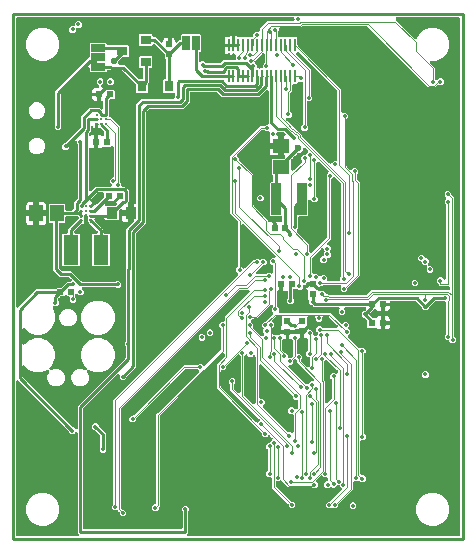
<source format=gbr>
G04 EAGLE Gerber RS-274X export*
G75*
%MOMM*%
%FSLAX34Y34*%
%LPD*%
%INBottom Copper*%
%IPPOS*%
%AMOC8*
5,1,8,0,0,1.08239X$1,22.5*%
G01*
%ADD10R,1.450000X1.150000*%
%ADD11R,0.620000X0.620000*%
%ADD12R,0.950000X1.000000*%
%ADD13R,1.150000X1.450000*%
%ADD14R,0.635000X1.270000*%
%ADD15R,0.200000X1.140000*%
%ADD16R,1.308100X2.540000*%
%ADD17R,0.900000X0.797459*%
%ADD18R,0.500000X0.500000*%
%ADD19C,0.243841*%
%ADD20C,0.240031*%
%ADD21R,0.800000X0.900000*%
%ADD22R,1.270000X0.635000*%
%ADD23C,0.600000*%
%ADD24R,0.812800X2.667000*%
%ADD25C,0.254000*%
%ADD26C,0.355600*%
%ADD27C,0.101600*%
%ADD28C,0.553200*%
%ADD29C,0.254000*%

G36*
X377308Y2556D02*
X377308Y2556D01*
X377427Y2563D01*
X377465Y2576D01*
X377506Y2581D01*
X377616Y2624D01*
X377729Y2661D01*
X377764Y2683D01*
X377801Y2698D01*
X377897Y2767D01*
X377998Y2831D01*
X378026Y2861D01*
X378059Y2884D01*
X378135Y2976D01*
X378216Y3063D01*
X378236Y3098D01*
X378261Y3129D01*
X378312Y3237D01*
X378370Y3341D01*
X378380Y3381D01*
X378397Y3417D01*
X378419Y3534D01*
X378449Y3649D01*
X378453Y3709D01*
X378457Y3729D01*
X378455Y3750D01*
X378459Y3810D01*
X378459Y440690D01*
X378444Y440808D01*
X378437Y440927D01*
X378424Y440965D01*
X378419Y441006D01*
X378376Y441116D01*
X378339Y441229D01*
X378317Y441264D01*
X378302Y441301D01*
X378233Y441397D01*
X378169Y441498D01*
X378139Y441526D01*
X378116Y441559D01*
X378024Y441635D01*
X377937Y441716D01*
X377902Y441736D01*
X377871Y441761D01*
X377763Y441812D01*
X377659Y441870D01*
X377619Y441880D01*
X377583Y441897D01*
X377466Y441919D01*
X377351Y441949D01*
X377291Y441953D01*
X377271Y441957D01*
X377250Y441955D01*
X377190Y441959D01*
X325261Y441959D01*
X325124Y441942D01*
X324985Y441929D01*
X324966Y441922D01*
X324946Y441919D01*
X324817Y441868D01*
X324686Y441821D01*
X324669Y441810D01*
X324650Y441802D01*
X324538Y441721D01*
X324423Y441643D01*
X324409Y441627D01*
X324393Y441616D01*
X324304Y441508D01*
X324212Y441404D01*
X324203Y441386D01*
X324190Y441371D01*
X324131Y441245D01*
X324067Y441121D01*
X324063Y441101D01*
X324054Y441083D01*
X324028Y440947D01*
X323998Y440811D01*
X323998Y440790D01*
X323995Y440771D01*
X324003Y440632D01*
X324007Y440493D01*
X324013Y440473D01*
X324014Y440453D01*
X324057Y440321D01*
X324096Y440187D01*
X324106Y440170D01*
X324112Y440151D01*
X324187Y440033D01*
X324257Y439913D01*
X324276Y439892D01*
X324283Y439882D01*
X324297Y439868D01*
X324364Y439793D01*
X340476Y423680D01*
X340515Y423650D01*
X340549Y423613D01*
X340640Y423553D01*
X340727Y423485D01*
X340773Y423466D01*
X340814Y423438D01*
X340918Y423403D01*
X341019Y423359D01*
X341068Y423351D01*
X341115Y423335D01*
X341225Y423326D01*
X341333Y423309D01*
X341383Y423314D01*
X341432Y423310D01*
X341540Y423329D01*
X341650Y423339D01*
X341697Y423356D01*
X341745Y423364D01*
X341846Y423409D01*
X341949Y423447D01*
X341990Y423475D01*
X342035Y423495D01*
X342121Y423564D01*
X342212Y423625D01*
X342245Y423662D01*
X342284Y423694D01*
X342350Y423781D01*
X342423Y423864D01*
X342445Y423908D01*
X342475Y423948D01*
X342546Y424092D01*
X343756Y427014D01*
X347686Y430944D01*
X352821Y433071D01*
X358379Y433071D01*
X363514Y430944D01*
X367444Y427014D01*
X369571Y421879D01*
X369571Y416321D01*
X367444Y411186D01*
X363514Y407256D01*
X358379Y405129D01*
X354316Y405129D01*
X354179Y405112D01*
X354040Y405099D01*
X354021Y405092D01*
X354001Y405089D01*
X353872Y405038D01*
X353741Y404991D01*
X353724Y404980D01*
X353705Y404972D01*
X353593Y404891D01*
X353478Y404813D01*
X353464Y404797D01*
X353448Y404786D01*
X353359Y404678D01*
X353267Y404574D01*
X353258Y404556D01*
X353245Y404541D01*
X353186Y404415D01*
X353122Y404291D01*
X353118Y404271D01*
X353109Y404253D01*
X353083Y404117D01*
X353053Y403981D01*
X353053Y403960D01*
X353050Y403941D01*
X353058Y403802D01*
X353062Y403663D01*
X353068Y403643D01*
X353069Y403623D01*
X353112Y403491D01*
X353151Y403357D01*
X353161Y403340D01*
X353167Y403321D01*
X353242Y403203D01*
X353312Y403083D01*
X353331Y403062D01*
X353338Y403052D01*
X353352Y403038D01*
X353419Y402963D01*
X355860Y400521D01*
X357125Y399257D01*
X357125Y390303D01*
X357137Y390205D01*
X357140Y390106D01*
X357157Y390048D01*
X357165Y389988D01*
X357201Y389896D01*
X357229Y389801D01*
X357259Y389748D01*
X357282Y389692D01*
X357340Y389612D01*
X357390Y389527D01*
X357456Y389451D01*
X357468Y389435D01*
X357478Y389427D01*
X357496Y389406D01*
X357877Y389025D01*
X357972Y388952D01*
X358061Y388873D01*
X358097Y388855D01*
X358129Y388830D01*
X358238Y388783D01*
X358344Y388728D01*
X358383Y388720D01*
X358421Y388704D01*
X358538Y388685D01*
X358654Y388659D01*
X358695Y388660D01*
X358735Y388654D01*
X358853Y388665D01*
X358972Y388668D01*
X359011Y388680D01*
X359051Y388684D01*
X359164Y388724D01*
X359278Y388757D01*
X359312Y388777D01*
X359351Y388791D01*
X359449Y388858D01*
X359552Y388918D01*
X359597Y388958D01*
X359614Y388970D01*
X359627Y388985D01*
X359672Y389025D01*
X360792Y390145D01*
X363108Y390145D01*
X364745Y388508D01*
X364745Y386192D01*
X363108Y384555D01*
X360576Y384555D01*
X360567Y384560D01*
X360449Y384578D01*
X360332Y384604D01*
X360292Y384603D01*
X360252Y384609D01*
X360134Y384598D01*
X360015Y384595D01*
X359976Y384583D01*
X359936Y384580D01*
X359824Y384539D01*
X359709Y384506D01*
X359674Y384486D01*
X359637Y384472D01*
X359538Y384405D01*
X359435Y384345D01*
X359390Y384305D01*
X359373Y384294D01*
X359360Y384278D01*
X359314Y384238D01*
X358864Y383788D01*
X357599Y382523D01*
X351920Y382523D01*
X300222Y434222D01*
X300144Y434282D01*
X300072Y434350D01*
X300019Y434379D01*
X299971Y434416D01*
X299880Y434456D01*
X299793Y434504D01*
X299735Y434519D01*
X299679Y434543D01*
X299581Y434558D01*
X299485Y434583D01*
X299385Y434589D01*
X299365Y434593D01*
X299353Y434591D01*
X299325Y434593D01*
X245937Y434593D01*
X245839Y434581D01*
X245740Y434578D01*
X245681Y434561D01*
X245621Y434553D01*
X245529Y434517D01*
X245434Y434489D01*
X245382Y434459D01*
X245326Y434436D01*
X245246Y434378D01*
X245160Y434328D01*
X245085Y434262D01*
X245068Y434250D01*
X245060Y434240D01*
X245039Y434222D01*
X244141Y433323D01*
X226314Y433323D01*
X226196Y433308D01*
X226077Y433301D01*
X226039Y433288D01*
X225998Y433283D01*
X225888Y433240D01*
X225775Y433203D01*
X225740Y433181D01*
X225703Y433166D01*
X225607Y433097D01*
X225506Y433033D01*
X225478Y433003D01*
X225445Y432980D01*
X225369Y432888D01*
X225288Y432801D01*
X225268Y432766D01*
X225243Y432735D01*
X225192Y432627D01*
X225134Y432523D01*
X225124Y432483D01*
X225107Y432447D01*
X225085Y432330D01*
X225055Y432215D01*
X225051Y432154D01*
X225047Y432135D01*
X225049Y432114D01*
X225045Y432054D01*
X225045Y430388D01*
X224717Y430060D01*
X224656Y429982D01*
X224588Y429910D01*
X224559Y429857D01*
X224522Y429809D01*
X224482Y429718D01*
X224434Y429631D01*
X224419Y429573D01*
X224395Y429517D01*
X224380Y429419D01*
X224355Y429323D01*
X224349Y429223D01*
X224345Y429203D01*
X224347Y429191D01*
X224345Y429163D01*
X224345Y426316D01*
X224360Y426198D01*
X224367Y426079D01*
X224380Y426041D01*
X224385Y426000D01*
X224429Y425890D01*
X224465Y425777D01*
X224487Y425742D01*
X224502Y425705D01*
X224572Y425609D01*
X224635Y425508D01*
X224665Y425480D01*
X224688Y425447D01*
X224780Y425371D01*
X224867Y425290D01*
X224902Y425270D01*
X224933Y425245D01*
X225041Y425194D01*
X225145Y425136D01*
X225185Y425126D01*
X225221Y425109D01*
X225338Y425087D01*
X225453Y425057D01*
X225514Y425053D01*
X225534Y425049D01*
X225554Y425051D01*
X225614Y425047D01*
X228459Y425047D01*
X228465Y425044D01*
X228583Y425025D01*
X228699Y424999D01*
X228740Y425001D01*
X228779Y424994D01*
X228898Y425005D01*
X229017Y425009D01*
X229056Y425020D01*
X229096Y425024D01*
X229159Y425047D01*
X232459Y425047D01*
X232465Y425044D01*
X232583Y425025D01*
X232699Y424999D01*
X232740Y425001D01*
X232779Y424994D01*
X232898Y425005D01*
X233017Y425009D01*
X233056Y425020D01*
X233096Y425024D01*
X233159Y425047D01*
X236459Y425047D01*
X236465Y425044D01*
X236583Y425025D01*
X236699Y424999D01*
X236740Y425001D01*
X236779Y424994D01*
X236898Y425005D01*
X237017Y425009D01*
X237056Y425020D01*
X237096Y425024D01*
X237159Y425047D01*
X240241Y425047D01*
X240837Y424451D01*
X240837Y418943D01*
X240849Y418845D01*
X240852Y418746D01*
X240869Y418688D01*
X240877Y418628D01*
X240913Y418536D01*
X240941Y418441D01*
X240971Y418388D01*
X240994Y418332D01*
X241052Y418252D01*
X241102Y418167D01*
X241168Y418091D01*
X241180Y418075D01*
X241190Y418067D01*
X241209Y418046D01*
X277877Y381378D01*
X277877Y362363D01*
X277894Y362225D01*
X277907Y362087D01*
X277914Y362068D01*
X277917Y362048D01*
X277968Y361919D01*
X278015Y361787D01*
X278026Y361771D01*
X278034Y361752D01*
X278115Y361640D01*
X278194Y361524D01*
X278209Y361511D01*
X278220Y361495D01*
X278327Y361406D01*
X278432Y361314D01*
X278450Y361305D01*
X278465Y361292D01*
X278591Y361233D01*
X278715Y361169D01*
X278735Y361165D01*
X278753Y361156D01*
X278889Y361130D01*
X279026Y361100D01*
X279046Y361100D01*
X279065Y361097D01*
X279204Y361105D01*
X279343Y361109D01*
X279363Y361115D01*
X279383Y361116D01*
X279515Y361159D01*
X279617Y361189D01*
X282082Y361189D01*
X283719Y359552D01*
X283719Y357236D01*
X282820Y356338D01*
X282760Y356260D01*
X282692Y356188D01*
X282663Y356135D01*
X282626Y356087D01*
X282586Y355996D01*
X282538Y355909D01*
X282523Y355851D01*
X282499Y355795D01*
X282484Y355697D01*
X282459Y355601D01*
X282453Y355501D01*
X282449Y355481D01*
X282451Y355469D01*
X282449Y355441D01*
X282449Y316371D01*
X282461Y316273D01*
X282464Y316174D01*
X282481Y316116D01*
X282489Y316056D01*
X282525Y315964D01*
X282553Y315869D01*
X282583Y315816D01*
X282606Y315760D01*
X282664Y315680D01*
X282714Y315595D01*
X282780Y315519D01*
X282792Y315503D01*
X282802Y315495D01*
X282820Y315474D01*
X285351Y312943D01*
X285446Y312870D01*
X285535Y312791D01*
X285571Y312773D01*
X285603Y312748D01*
X285712Y312700D01*
X285818Y312646D01*
X285857Y312638D01*
X285895Y312622D01*
X286012Y312603D01*
X286128Y312577D01*
X286169Y312578D01*
X286209Y312572D01*
X286327Y312583D01*
X286446Y312586D01*
X286485Y312598D01*
X286525Y312601D01*
X286637Y312642D01*
X286752Y312675D01*
X286787Y312695D01*
X286825Y312709D01*
X286923Y312776D01*
X287026Y312836D01*
X287071Y312876D01*
X287088Y312888D01*
X287101Y312903D01*
X287146Y312943D01*
X288402Y314199D01*
X290718Y314199D01*
X292355Y312562D01*
X292355Y310246D01*
X291456Y309348D01*
X291396Y309270D01*
X291328Y309198D01*
X291299Y309145D01*
X291262Y309097D01*
X291222Y309006D01*
X291174Y308919D01*
X291159Y308861D01*
X291135Y308805D01*
X291120Y308707D01*
X291095Y308611D01*
X291089Y308520D01*
X291087Y308510D01*
X291088Y308505D01*
X291085Y308491D01*
X291087Y308479D01*
X291085Y308451D01*
X291085Y305195D01*
X291097Y305097D01*
X291100Y304998D01*
X291117Y304940D01*
X291125Y304880D01*
X291161Y304788D01*
X291189Y304693D01*
X291219Y304640D01*
X291242Y304584D01*
X291300Y304504D01*
X291350Y304419D01*
X291416Y304343D01*
X291428Y304327D01*
X291438Y304319D01*
X291456Y304298D01*
X293625Y302130D01*
X293625Y223142D01*
X292360Y221878D01*
X283582Y213100D01*
X283522Y213022D01*
X283454Y212950D01*
X283425Y212897D01*
X283388Y212849D01*
X283348Y212758D01*
X283300Y212671D01*
X283285Y212613D01*
X283261Y212557D01*
X283246Y212459D01*
X283221Y212363D01*
X283215Y212263D01*
X283211Y212243D01*
X283213Y212231D01*
X283211Y212203D01*
X283211Y210932D01*
X281574Y209295D01*
X279258Y209295D01*
X277621Y210932D01*
X277621Y213248D01*
X277852Y213478D01*
X277937Y213588D01*
X278026Y213695D01*
X278035Y213714D01*
X278047Y213730D01*
X278103Y213858D01*
X278162Y213983D01*
X278165Y214003D01*
X278173Y214022D01*
X278195Y214160D01*
X278221Y214296D01*
X278220Y214316D01*
X278223Y214336D01*
X278210Y214475D01*
X278202Y214613D01*
X278195Y214632D01*
X278194Y214652D01*
X278146Y214783D01*
X278104Y214915D01*
X278093Y214933D01*
X278086Y214952D01*
X278008Y215066D01*
X277933Y215184D01*
X277919Y215198D01*
X277907Y215215D01*
X277803Y215307D01*
X277702Y215402D01*
X277684Y215412D01*
X277669Y215425D01*
X277545Y215488D01*
X277423Y215556D01*
X277404Y215561D01*
X277386Y215570D01*
X277250Y215600D01*
X277115Y215635D01*
X277087Y215637D01*
X277075Y215640D01*
X277055Y215639D01*
X276955Y215645D01*
X263303Y215645D01*
X263205Y215633D01*
X263106Y215630D01*
X263048Y215613D01*
X262988Y215605D01*
X262896Y215569D01*
X262801Y215541D01*
X262748Y215511D01*
X262692Y215488D01*
X262612Y215430D01*
X262527Y215380D01*
X262451Y215314D01*
X262435Y215302D01*
X262427Y215292D01*
X262406Y215274D01*
X261508Y214375D01*
X260910Y214375D01*
X260792Y214360D01*
X260673Y214353D01*
X260635Y214340D01*
X260594Y214335D01*
X260484Y214292D01*
X260371Y214255D01*
X260336Y214233D01*
X260299Y214218D01*
X260203Y214149D01*
X260102Y214085D01*
X260074Y214055D01*
X260041Y214032D01*
X259965Y213940D01*
X259884Y213853D01*
X259864Y213818D01*
X259839Y213787D01*
X259788Y213679D01*
X259730Y213575D01*
X259720Y213535D01*
X259703Y213499D01*
X259681Y213382D01*
X259651Y213267D01*
X259647Y213206D01*
X259643Y213187D01*
X259645Y213166D01*
X259641Y213106D01*
X259641Y212902D01*
X259468Y212255D01*
X259299Y211963D01*
X259247Y211840D01*
X259191Y211721D01*
X259186Y211694D01*
X259175Y211669D01*
X259156Y211538D01*
X259131Y211408D01*
X259133Y211382D01*
X259129Y211355D01*
X259143Y211223D01*
X259151Y211091D01*
X259159Y211065D01*
X259162Y211039D01*
X259208Y210914D01*
X259249Y210789D01*
X259263Y210766D01*
X259273Y210740D01*
X259348Y210632D01*
X259419Y210520D01*
X259439Y210501D01*
X259454Y210479D01*
X259554Y210393D01*
X259651Y210302D01*
X259674Y210289D01*
X259695Y210271D01*
X259813Y210212D01*
X259929Y210148D01*
X259955Y210142D01*
X259979Y210130D01*
X260109Y210102D01*
X260237Y210069D01*
X260275Y210067D01*
X260290Y210063D01*
X260312Y210064D01*
X260398Y210059D01*
X263032Y210059D01*
X264946Y208144D01*
X265024Y208084D01*
X265096Y208016D01*
X265149Y207987D01*
X265197Y207950D01*
X265288Y207910D01*
X265375Y207862D01*
X265433Y207847D01*
X265489Y207823D01*
X265587Y207808D01*
X265683Y207783D01*
X265783Y207777D01*
X265803Y207773D01*
X265815Y207775D01*
X265843Y207773D01*
X267175Y207773D01*
X267820Y207128D01*
X267898Y207068D01*
X267970Y207000D01*
X268023Y206971D01*
X268071Y206934D01*
X268162Y206894D01*
X268248Y206846D01*
X268307Y206831D01*
X268363Y206807D01*
X268461Y206792D01*
X268556Y206767D01*
X268656Y206761D01*
X268677Y206757D01*
X268689Y206759D01*
X268717Y206757D01*
X298328Y206757D01*
X298426Y206769D01*
X298525Y206772D01*
X298583Y206789D01*
X298643Y206797D01*
X298735Y206833D01*
X298830Y206861D01*
X298883Y206891D01*
X298939Y206914D01*
X299019Y206972D01*
X299104Y207022D01*
X299180Y207088D01*
X299196Y207100D01*
X299204Y207110D01*
X299225Y207128D01*
X303171Y211075D01*
X368808Y211075D01*
X368926Y211090D01*
X369045Y211097D01*
X369083Y211110D01*
X369124Y211115D01*
X369234Y211158D01*
X369347Y211195D01*
X369382Y211217D01*
X369419Y211232D01*
X369515Y211301D01*
X369616Y211365D01*
X369644Y211395D01*
X369677Y211418D01*
X369753Y211510D01*
X369834Y211597D01*
X369854Y211632D01*
X369879Y211663D01*
X369930Y211771D01*
X369988Y211875D01*
X369998Y211915D01*
X370015Y211951D01*
X370037Y212068D01*
X370067Y212183D01*
X370071Y212243D01*
X370075Y212263D01*
X370073Y212284D01*
X370077Y212344D01*
X370077Y213106D01*
X370062Y213224D01*
X370055Y213343D01*
X370042Y213381D01*
X370037Y213422D01*
X369994Y213532D01*
X369957Y213645D01*
X369935Y213680D01*
X369920Y213717D01*
X369851Y213813D01*
X369787Y213914D01*
X369757Y213942D01*
X369734Y213975D01*
X369642Y214051D01*
X369555Y214132D01*
X369520Y214152D01*
X369489Y214177D01*
X369381Y214228D01*
X369277Y214286D01*
X369237Y214296D01*
X369201Y214313D01*
X369084Y214335D01*
X368969Y214365D01*
X368909Y214369D01*
X368889Y214373D01*
X368868Y214371D01*
X368808Y214375D01*
X361318Y214375D01*
X360425Y215268D01*
X360425Y215995D01*
X360413Y216093D01*
X360410Y216192D01*
X360393Y216250D01*
X360385Y216310D01*
X360349Y216402D01*
X360321Y216497D01*
X360291Y216550D01*
X360268Y216606D01*
X360210Y216686D01*
X360160Y216771D01*
X360094Y216847D01*
X360082Y216863D01*
X360072Y216871D01*
X360054Y216892D01*
X359155Y217790D01*
X359155Y220106D01*
X360792Y221743D01*
X363108Y221743D01*
X364609Y220242D01*
X364718Y220157D01*
X364825Y220068D01*
X364844Y220059D01*
X364860Y220047D01*
X364988Y219991D01*
X365113Y219932D01*
X365133Y219929D01*
X365152Y219921D01*
X365290Y219899D01*
X365426Y219873D01*
X365446Y219874D01*
X365466Y219871D01*
X365605Y219884D01*
X365743Y219892D01*
X365762Y219899D01*
X365782Y219900D01*
X365914Y219948D01*
X366045Y219990D01*
X366063Y220001D01*
X366082Y220008D01*
X366197Y220086D01*
X366314Y220161D01*
X366328Y220175D01*
X366345Y220187D01*
X366437Y220291D01*
X366532Y220392D01*
X366542Y220410D01*
X366555Y220425D01*
X366619Y220549D01*
X366686Y220671D01*
X366691Y220690D01*
X366700Y220708D01*
X366730Y220844D01*
X366765Y220979D01*
X366767Y221007D01*
X366770Y221019D01*
X366769Y221039D01*
X366775Y221139D01*
X366775Y282543D01*
X366763Y282641D01*
X366760Y282740D01*
X366743Y282798D01*
X366735Y282858D01*
X366699Y282950D01*
X366671Y283045D01*
X366641Y283098D01*
X366618Y283154D01*
X366560Y283234D01*
X366510Y283319D01*
X366444Y283395D01*
X366432Y283411D01*
X366422Y283419D01*
X366404Y283440D01*
X365505Y284338D01*
X365505Y286654D01*
X366752Y287900D01*
X366825Y287995D01*
X366904Y288084D01*
X366922Y288120D01*
X366947Y288152D01*
X366994Y288261D01*
X367049Y288367D01*
X367057Y288406D01*
X367073Y288444D01*
X367092Y288561D01*
X367118Y288677D01*
X367117Y288718D01*
X367123Y288758D01*
X367112Y288876D01*
X367109Y288995D01*
X367097Y289034D01*
X367093Y289074D01*
X367053Y289187D01*
X367020Y289301D01*
X367000Y289335D01*
X366986Y289374D01*
X366919Y289472D01*
X366859Y289575D01*
X366819Y289620D01*
X366807Y289637D01*
X366792Y289650D01*
X366752Y289695D01*
X365505Y290942D01*
X365505Y293258D01*
X367142Y294895D01*
X369458Y294895D01*
X371095Y293258D01*
X371095Y291987D01*
X371107Y291889D01*
X371110Y291790D01*
X371127Y291732D01*
X371135Y291672D01*
X371171Y291580D01*
X371199Y291485D01*
X371229Y291432D01*
X371252Y291376D01*
X371310Y291296D01*
X371360Y291211D01*
X371426Y291135D01*
X371438Y291119D01*
X371448Y291111D01*
X371466Y291090D01*
X373127Y289430D01*
X373127Y172540D01*
X373139Y172441D01*
X373142Y172342D01*
X373159Y172284D01*
X373167Y172224D01*
X373203Y172132D01*
X373231Y172037D01*
X373261Y171985D01*
X373284Y171928D01*
X373342Y171848D01*
X373392Y171763D01*
X373458Y171688D01*
X373470Y171671D01*
X373480Y171663D01*
X373498Y171642D01*
X375047Y170094D01*
X375047Y167779D01*
X373410Y166141D01*
X371094Y166141D01*
X369350Y167886D01*
X369337Y167925D01*
X369315Y167960D01*
X369300Y167997D01*
X369231Y168093D01*
X369167Y168194D01*
X369137Y168222D01*
X369114Y168255D01*
X369022Y168331D01*
X368935Y168412D01*
X368900Y168432D01*
X368869Y168457D01*
X368761Y168508D01*
X368657Y168566D01*
X368617Y168576D01*
X368581Y168593D01*
X368464Y168615D01*
X368349Y168645D01*
X368289Y168649D01*
X368269Y168653D01*
X368248Y168651D01*
X368188Y168655D01*
X367142Y168655D01*
X365505Y170292D01*
X365505Y172608D01*
X366404Y173506D01*
X366464Y173584D01*
X366532Y173656D01*
X366561Y173709D01*
X366598Y173757D01*
X366638Y173848D01*
X366686Y173935D01*
X366701Y173993D01*
X366725Y174049D01*
X366740Y174147D01*
X366765Y174243D01*
X366771Y174343D01*
X366775Y174363D01*
X366773Y174375D01*
X366775Y174403D01*
X366775Y200152D01*
X366760Y200270D01*
X366753Y200389D01*
X366740Y200427D01*
X366735Y200468D01*
X366692Y200578D01*
X366655Y200691D01*
X366633Y200726D01*
X366618Y200763D01*
X366549Y200859D01*
X366485Y200960D01*
X366455Y200988D01*
X366432Y201021D01*
X366340Y201097D01*
X366253Y201178D01*
X366218Y201198D01*
X366187Y201223D01*
X366079Y201274D01*
X365975Y201332D01*
X365935Y201342D01*
X365899Y201359D01*
X365782Y201381D01*
X365667Y201411D01*
X365607Y201415D01*
X365587Y201419D01*
X365566Y201417D01*
X365506Y201421D01*
X365110Y201421D01*
X364974Y201558D01*
X364896Y201618D01*
X364824Y201686D01*
X364771Y201715D01*
X364723Y201752D01*
X364632Y201792D01*
X364545Y201840D01*
X364487Y201855D01*
X364431Y201879D01*
X364333Y201894D01*
X364237Y201919D01*
X364137Y201925D01*
X364117Y201929D01*
X364105Y201927D01*
X364077Y201929D01*
X358089Y201929D01*
X357991Y201917D01*
X357892Y201914D01*
X357834Y201897D01*
X357773Y201889D01*
X357681Y201853D01*
X357586Y201825D01*
X357534Y201795D01*
X357478Y201772D01*
X357398Y201714D01*
X357312Y201664D01*
X357237Y201598D01*
X357220Y201586D01*
X357213Y201576D01*
X357191Y201558D01*
X352416Y196783D01*
X352356Y196704D01*
X352288Y196632D01*
X352259Y196579D01*
X352222Y196531D01*
X352182Y196440D01*
X352134Y196354D01*
X352119Y196295D01*
X352095Y196239D01*
X352080Y196141D01*
X352055Y196046D01*
X352049Y195946D01*
X352045Y195925D01*
X352047Y195913D01*
X352045Y195885D01*
X352045Y195692D01*
X350408Y194055D01*
X348092Y194055D01*
X346455Y195692D01*
X346455Y195885D01*
X346443Y195983D01*
X346440Y196082D01*
X346423Y196140D01*
X346415Y196201D01*
X346379Y196293D01*
X346351Y196388D01*
X346321Y196440D01*
X346298Y196496D01*
X346240Y196576D01*
X346190Y196662D01*
X346124Y196737D01*
X346112Y196754D01*
X346102Y196761D01*
X346084Y196783D01*
X341257Y201610D01*
X341178Y201670D01*
X341106Y201738D01*
X341053Y201767D01*
X341005Y201804D01*
X340914Y201844D01*
X340828Y201892D01*
X340769Y201907D01*
X340713Y201931D01*
X340615Y201946D01*
X340520Y201971D01*
X340420Y201977D01*
X340399Y201981D01*
X340387Y201979D01*
X340359Y201981D01*
X320274Y201981D01*
X320156Y201966D01*
X320037Y201959D01*
X319999Y201946D01*
X319958Y201941D01*
X319848Y201898D01*
X319735Y201861D01*
X319700Y201839D01*
X319663Y201824D01*
X319567Y201755D01*
X319466Y201691D01*
X319438Y201661D01*
X319405Y201638D01*
X319329Y201546D01*
X319248Y201459D01*
X319228Y201424D01*
X319203Y201393D01*
X319152Y201285D01*
X319094Y201181D01*
X319084Y201141D01*
X319067Y201105D01*
X319045Y200988D01*
X319015Y200873D01*
X319011Y200813D01*
X319007Y200793D01*
X319009Y200772D01*
X319005Y200712D01*
X319005Y200431D01*
X313644Y200431D01*
X313526Y200416D01*
X313407Y200409D01*
X313369Y200396D01*
X313329Y200391D01*
X313218Y200348D01*
X313105Y200311D01*
X313071Y200289D01*
X313033Y200274D01*
X312937Y200205D01*
X312836Y200141D01*
X312808Y200111D01*
X312776Y200088D01*
X312700Y199996D01*
X312618Y199909D01*
X312599Y199874D01*
X312573Y199843D01*
X312523Y199737D01*
X312510Y199729D01*
X312473Y199714D01*
X312376Y199644D01*
X312276Y199581D01*
X312248Y199551D01*
X312215Y199527D01*
X312139Y199436D01*
X312058Y199349D01*
X312038Y199314D01*
X312013Y199282D01*
X311962Y199175D01*
X311904Y199070D01*
X311894Y199031D01*
X311877Y198995D01*
X311855Y198878D01*
X311825Y198762D01*
X311821Y198702D01*
X311817Y198682D01*
X311819Y198662D01*
X311815Y198602D01*
X311815Y193241D01*
X309930Y193241D01*
X309283Y193414D01*
X308704Y193749D01*
X308188Y194265D01*
X308163Y194304D01*
X308124Y194341D01*
X308092Y194384D01*
X308009Y194450D01*
X307932Y194522D01*
X307885Y194548D01*
X307843Y194581D01*
X307746Y194625D01*
X307653Y194676D01*
X307601Y194689D01*
X307552Y194711D01*
X307448Y194729D01*
X307345Y194755D01*
X307260Y194760D01*
X307239Y194764D01*
X307223Y194763D01*
X307184Y194765D01*
X306039Y194765D01*
X305941Y194753D01*
X305842Y194750D01*
X305784Y194733D01*
X305723Y194725D01*
X305631Y194689D01*
X305536Y194661D01*
X305484Y194631D01*
X305428Y194608D01*
X305348Y194550D01*
X305262Y194500D01*
X305187Y194434D01*
X305170Y194422D01*
X305163Y194412D01*
X305141Y194394D01*
X302145Y191398D01*
X302072Y191303D01*
X301994Y191214D01*
X301975Y191178D01*
X301950Y191146D01*
X301903Y191037D01*
X301849Y190931D01*
X301840Y190892D01*
X301824Y190854D01*
X301805Y190736D01*
X301779Y190621D01*
X301781Y190580D01*
X301774Y190540D01*
X301785Y190422D01*
X301789Y190303D01*
X301800Y190264D01*
X301804Y190224D01*
X301844Y190111D01*
X301877Y189997D01*
X301898Y189963D01*
X301912Y189924D01*
X301979Y189826D01*
X302039Y189723D01*
X302079Y189678D01*
X302090Y189661D01*
X302106Y189648D01*
X302145Y189603D01*
X303871Y187876D01*
X303950Y187816D01*
X304022Y187748D01*
X304075Y187719D01*
X304123Y187682D01*
X304214Y187642D01*
X304300Y187594D01*
X304359Y187579D01*
X304415Y187555D01*
X304513Y187540D01*
X304608Y187515D01*
X304708Y187509D01*
X304729Y187505D01*
X304741Y187507D01*
X304769Y187505D01*
X307184Y187505D01*
X307289Y187518D01*
X307395Y187522D01*
X307447Y187538D01*
X307500Y187545D01*
X307598Y187584D01*
X307700Y187614D01*
X307746Y187642D01*
X307796Y187662D01*
X307881Y187724D01*
X307972Y187779D01*
X308010Y187817D01*
X308053Y187848D01*
X308121Y187930D01*
X308195Y188006D01*
X308207Y188024D01*
X308704Y188521D01*
X309283Y188856D01*
X309930Y189029D01*
X311815Y189029D01*
X311815Y183668D01*
X311830Y183550D01*
X311837Y183431D01*
X311849Y183393D01*
X311852Y183373D01*
X311825Y183268D01*
X311821Y183208D01*
X311817Y183188D01*
X311819Y183168D01*
X311815Y183108D01*
X311815Y177747D01*
X309930Y177747D01*
X309283Y177920D01*
X308704Y178255D01*
X308188Y178771D01*
X308163Y178810D01*
X308124Y178847D01*
X308092Y178890D01*
X308009Y178956D01*
X307932Y179028D01*
X307885Y179054D01*
X307843Y179087D01*
X307746Y179131D01*
X307653Y179182D01*
X307601Y179195D01*
X307552Y179217D01*
X307448Y179235D01*
X307345Y179261D01*
X307260Y179266D01*
X307239Y179270D01*
X307223Y179269D01*
X307184Y179271D01*
X300843Y179271D01*
X300247Y179867D01*
X300247Y184507D01*
X300235Y184605D01*
X300232Y184704D01*
X300215Y184762D01*
X300207Y184823D01*
X300171Y184915D01*
X300143Y185010D01*
X300113Y185062D01*
X300090Y185118D01*
X300032Y185198D01*
X299982Y185284D01*
X299916Y185359D01*
X299904Y185376D01*
X299894Y185383D01*
X299876Y185405D01*
X297947Y187334D01*
X297868Y187394D01*
X297796Y187462D01*
X297743Y187491D01*
X297695Y187528D01*
X297604Y187568D01*
X297518Y187616D01*
X297459Y187631D01*
X297403Y187655D01*
X297305Y187670D01*
X297210Y187695D01*
X297110Y187701D01*
X297089Y187705D01*
X297077Y187703D01*
X297049Y187705D01*
X296856Y187705D01*
X295219Y189342D01*
X295219Y191658D01*
X296856Y193295D01*
X297049Y193295D01*
X297147Y193307D01*
X297246Y193310D01*
X297304Y193327D01*
X297365Y193335D01*
X297457Y193371D01*
X297552Y193399D01*
X297604Y193429D01*
X297660Y193452D01*
X297740Y193510D01*
X297826Y193560D01*
X297901Y193626D01*
X297918Y193638D01*
X297925Y193648D01*
X297947Y193666D01*
X298709Y194429D01*
X298794Y194538D01*
X298882Y194645D01*
X298891Y194664D01*
X298904Y194680D01*
X298959Y194808D01*
X299018Y194933D01*
X299022Y194953D01*
X299030Y194972D01*
X299052Y195110D01*
X299078Y195246D01*
X299077Y195266D01*
X299080Y195286D01*
X299067Y195425D01*
X299058Y195563D01*
X299052Y195582D01*
X299050Y195602D01*
X299003Y195733D01*
X298960Y195865D01*
X298949Y195883D01*
X298942Y195902D01*
X298864Y196016D01*
X298790Y196134D01*
X298775Y196148D01*
X298764Y196165D01*
X298660Y196257D01*
X298558Y196352D01*
X298540Y196362D01*
X298525Y196375D01*
X298402Y196438D01*
X298280Y196506D01*
X298260Y196511D01*
X298242Y196520D01*
X298106Y196550D01*
X297972Y196585D01*
X297944Y196587D01*
X297932Y196590D01*
X297911Y196589D01*
X297811Y196595D01*
X281845Y196595D01*
X281707Y196578D01*
X281569Y196565D01*
X281550Y196558D01*
X281530Y196555D01*
X281401Y196504D01*
X281270Y196457D01*
X281253Y196446D01*
X281234Y196438D01*
X281122Y196357D01*
X281007Y196279D01*
X280993Y196263D01*
X280977Y196252D01*
X280888Y196144D01*
X280796Y196040D01*
X280787Y196022D01*
X280774Y196007D01*
X280715Y195881D01*
X280651Y195757D01*
X280647Y195737D01*
X280638Y195719D01*
X280612Y195582D01*
X280582Y195447D01*
X280582Y195426D01*
X280579Y195407D01*
X280587Y195268D01*
X280591Y195129D01*
X280597Y195109D01*
X280598Y195089D01*
X280641Y194957D01*
X280680Y194823D01*
X280690Y194806D01*
X280696Y194787D01*
X280771Y194669D01*
X280841Y194549D01*
X280860Y194528D01*
X280867Y194518D01*
X280882Y194504D01*
X280948Y194429D01*
X281433Y193944D01*
X281433Y191628D01*
X279796Y189991D01*
X277480Y189991D01*
X275843Y191628D01*
X275843Y193944D01*
X276328Y194429D01*
X276413Y194538D01*
X276502Y194645D01*
X276511Y194664D01*
X276523Y194680D01*
X276578Y194808D01*
X276638Y194933D01*
X276641Y194953D01*
X276649Y194972D01*
X276671Y195110D01*
X276697Y195246D01*
X276696Y195266D01*
X276699Y195286D01*
X276686Y195425D01*
X276678Y195563D01*
X276671Y195582D01*
X276670Y195602D01*
X276622Y195733D01*
X276580Y195865D01*
X276569Y195883D01*
X276562Y195902D01*
X276484Y196016D01*
X276409Y196134D01*
X276395Y196148D01*
X276383Y196165D01*
X276279Y196257D01*
X276178Y196352D01*
X276160Y196362D01*
X276145Y196375D01*
X276021Y196438D01*
X275899Y196506D01*
X275880Y196511D01*
X275862Y196520D01*
X275726Y196550D01*
X275591Y196585D01*
X275563Y196587D01*
X275551Y196590D01*
X275531Y196589D01*
X275431Y196595D01*
X255110Y196595D01*
X253804Y197902D01*
X253725Y197962D01*
X253653Y198030D01*
X253600Y198059D01*
X253552Y198096D01*
X253461Y198136D01*
X253375Y198184D01*
X253316Y198199D01*
X253260Y198223D01*
X253162Y198238D01*
X253067Y198263D01*
X252967Y198269D01*
X252946Y198273D01*
X252934Y198271D01*
X252906Y198273D01*
X252713Y198273D01*
X251076Y199910D01*
X251076Y202096D01*
X251064Y202194D01*
X251061Y202293D01*
X251044Y202352D01*
X251036Y202412D01*
X251000Y202504D01*
X250972Y202599D01*
X250942Y202651D01*
X250919Y202707D01*
X250861Y202788D01*
X250811Y202873D01*
X250745Y202948D01*
X250733Y202965D01*
X250723Y202973D01*
X250704Y202994D01*
X249883Y203815D01*
X249883Y210156D01*
X249870Y210261D01*
X249866Y210367D01*
X249850Y210419D01*
X249843Y210472D01*
X249804Y210570D01*
X249774Y210672D01*
X249746Y210718D01*
X249726Y210768D01*
X249664Y210853D01*
X249609Y210944D01*
X249571Y210982D01*
X249540Y211025D01*
X249458Y211093D01*
X249382Y211167D01*
X249364Y211179D01*
X248867Y211676D01*
X248532Y212255D01*
X248359Y212902D01*
X248359Y214376D01*
X248344Y214494D01*
X248337Y214613D01*
X248324Y214651D01*
X248319Y214692D01*
X248276Y214802D01*
X248239Y214915D01*
X248217Y214950D01*
X248202Y214987D01*
X248133Y215083D01*
X248069Y215184D01*
X248039Y215212D01*
X248016Y215245D01*
X247924Y215321D01*
X247837Y215402D01*
X247802Y215422D01*
X247771Y215447D01*
X247663Y215498D01*
X247559Y215556D01*
X247519Y215566D01*
X247483Y215583D01*
X247366Y215605D01*
X247251Y215635D01*
X247191Y215639D01*
X247171Y215643D01*
X247150Y215641D01*
X247090Y215645D01*
X246634Y215645D01*
X246516Y215630D01*
X246397Y215623D01*
X246359Y215610D01*
X246318Y215605D01*
X246208Y215562D01*
X246095Y215525D01*
X246060Y215503D01*
X246023Y215488D01*
X245927Y215419D01*
X245826Y215355D01*
X245798Y215325D01*
X245765Y215302D01*
X245689Y215210D01*
X245608Y215123D01*
X245588Y215088D01*
X245563Y215057D01*
X245512Y214949D01*
X245454Y214845D01*
X245444Y214805D01*
X245427Y214769D01*
X245405Y214652D01*
X245375Y214537D01*
X245371Y214477D01*
X245367Y214457D01*
X245369Y214436D01*
X245365Y214376D01*
X245365Y212964D01*
X243728Y211327D01*
X241412Y211327D01*
X241074Y211666D01*
X240996Y211726D01*
X240924Y211794D01*
X240871Y211823D01*
X240823Y211860D01*
X240732Y211900D01*
X240645Y211948D01*
X240587Y211963D01*
X240531Y211987D01*
X240433Y212002D01*
X240337Y212027D01*
X240237Y212033D01*
X240217Y212037D01*
X240205Y212035D01*
X240177Y212037D01*
X238506Y212037D01*
X238388Y212022D01*
X238269Y212015D01*
X238231Y212002D01*
X238190Y211997D01*
X238080Y211954D01*
X237967Y211917D01*
X237932Y211895D01*
X237895Y211880D01*
X237799Y211811D01*
X237698Y211747D01*
X237670Y211717D01*
X237637Y211694D01*
X237561Y211602D01*
X237480Y211515D01*
X237460Y211480D01*
X237435Y211449D01*
X237384Y211341D01*
X237326Y211237D01*
X237316Y211197D01*
X237299Y211161D01*
X237277Y211044D01*
X237247Y210929D01*
X237243Y210869D01*
X237239Y210849D01*
X237241Y210828D01*
X237237Y210768D01*
X237237Y204216D01*
X237249Y204117D01*
X237252Y204018D01*
X237269Y203960D01*
X237277Y203900D01*
X237313Y203808D01*
X237341Y203713D01*
X237371Y203661D01*
X237394Y203604D01*
X237452Y203524D01*
X237502Y203439D01*
X237568Y203363D01*
X237580Y203347D01*
X237590Y203339D01*
X237608Y203318D01*
X237745Y203182D01*
X237745Y200867D01*
X236108Y199229D01*
X233792Y199229D01*
X232155Y200867D01*
X232155Y203182D01*
X232292Y203318D01*
X232352Y203396D01*
X232420Y203468D01*
X232449Y203521D01*
X232486Y203569D01*
X232526Y203660D01*
X232574Y203747D01*
X232589Y203805D01*
X232613Y203861D01*
X232628Y203959D01*
X232653Y204055D01*
X232659Y204155D01*
X232663Y204175D01*
X232661Y204188D01*
X232663Y204216D01*
X232663Y209417D01*
X232648Y209541D01*
X232638Y209667D01*
X232628Y209699D01*
X232623Y209732D01*
X232577Y209849D01*
X232537Y209968D01*
X232519Y209997D01*
X232506Y210028D01*
X232433Y210129D01*
X232364Y210235D01*
X232339Y210258D01*
X232320Y210285D01*
X232223Y210365D01*
X232130Y210451D01*
X232101Y210467D01*
X232075Y210488D01*
X231961Y210542D01*
X231850Y210601D01*
X231817Y210609D01*
X231787Y210624D01*
X231663Y210647D01*
X231541Y210677D01*
X231508Y210677D01*
X231475Y210683D01*
X231349Y210676D01*
X231223Y210674D01*
X231175Y210665D01*
X231157Y210664D01*
X231137Y210657D01*
X231065Y210643D01*
X230582Y210513D01*
X228697Y210513D01*
X228697Y215874D01*
X228682Y215992D01*
X228675Y216111D01*
X228662Y216149D01*
X228657Y216189D01*
X228614Y216300D01*
X228577Y216413D01*
X228555Y216447D01*
X228540Y216485D01*
X228471Y216581D01*
X228407Y216682D01*
X228377Y216710D01*
X228354Y216742D01*
X228262Y216818D01*
X228175Y216900D01*
X228140Y216919D01*
X228109Y216945D01*
X228001Y216996D01*
X227897Y217053D01*
X227857Y217063D01*
X227821Y217081D01*
X227704Y217103D01*
X227589Y217133D01*
X227529Y217137D01*
X227509Y217140D01*
X227488Y217139D01*
X227428Y217143D01*
X226868Y217143D01*
X226750Y217128D01*
X226631Y217121D01*
X226593Y217108D01*
X226552Y217103D01*
X226442Y217059D01*
X226329Y217023D01*
X226294Y217001D01*
X226257Y216986D01*
X226160Y216916D01*
X226060Y216853D01*
X226032Y216823D01*
X225999Y216799D01*
X225923Y216708D01*
X225842Y216621D01*
X225822Y216586D01*
X225797Y216554D01*
X225746Y216447D01*
X225688Y216342D01*
X225678Y216303D01*
X225661Y216267D01*
X225639Y216150D01*
X225609Y216034D01*
X225605Y215974D01*
X225601Y215954D01*
X225603Y215934D01*
X225599Y215874D01*
X225599Y210513D01*
X224536Y210513D01*
X224418Y210498D01*
X224299Y210491D01*
X224261Y210478D01*
X224220Y210473D01*
X224110Y210430D01*
X223997Y210393D01*
X223962Y210371D01*
X223925Y210356D01*
X223829Y210287D01*
X223728Y210223D01*
X223700Y210193D01*
X223667Y210170D01*
X223591Y210078D01*
X223510Y209991D01*
X223490Y209956D01*
X223465Y209925D01*
X223414Y209817D01*
X223356Y209713D01*
X223346Y209673D01*
X223329Y209637D01*
X223307Y209520D01*
X223277Y209405D01*
X223273Y209345D01*
X223269Y209325D01*
X223271Y209304D01*
X223267Y209244D01*
X223267Y198025D01*
X223279Y197927D01*
X223282Y197828D01*
X223299Y197770D01*
X223307Y197710D01*
X223343Y197618D01*
X223371Y197523D01*
X223401Y197470D01*
X223424Y197414D01*
X223482Y197334D01*
X223532Y197249D01*
X223577Y197198D01*
X223577Y197197D01*
X223578Y197196D01*
X223598Y197173D01*
X223610Y197157D01*
X223620Y197149D01*
X223638Y197128D01*
X225045Y195722D01*
X225045Y193040D01*
X225060Y192922D01*
X225067Y192803D01*
X225080Y192765D01*
X225085Y192724D01*
X225128Y192614D01*
X225165Y192501D01*
X225187Y192466D01*
X225202Y192429D01*
X225271Y192333D01*
X225335Y192232D01*
X225365Y192204D01*
X225388Y192171D01*
X225480Y192095D01*
X225567Y192014D01*
X225602Y191994D01*
X225633Y191969D01*
X225741Y191918D01*
X225845Y191860D01*
X225885Y191850D01*
X225921Y191833D01*
X226038Y191811D01*
X226153Y191781D01*
X226213Y191777D01*
X226233Y191773D01*
X226254Y191775D01*
X226314Y191771D01*
X268602Y191771D01*
X277604Y182768D01*
X277699Y182695D01*
X277788Y182616D01*
X277824Y182598D01*
X277856Y182573D01*
X277965Y182525D01*
X278071Y182471D01*
X278110Y182463D01*
X278148Y182447D01*
X278265Y182428D01*
X278381Y182402D01*
X278422Y182403D01*
X278462Y182397D01*
X278580Y182408D01*
X278699Y182411D01*
X278738Y182423D01*
X278778Y182426D01*
X278890Y182467D01*
X279005Y182500D01*
X279039Y182520D01*
X279078Y182534D01*
X279176Y182601D01*
X279279Y182661D01*
X279324Y182701D01*
X279341Y182713D01*
X279354Y182728D01*
X279399Y182768D01*
X280782Y184151D01*
X283098Y184151D01*
X284735Y182514D01*
X284735Y180198D01*
X284250Y179714D01*
X284177Y179620D01*
X284098Y179530D01*
X284080Y179494D01*
X284055Y179462D01*
X284008Y179353D01*
X283953Y179247D01*
X283945Y179208D01*
X283929Y179170D01*
X283910Y179053D01*
X283884Y178937D01*
X283885Y178896D01*
X283879Y178856D01*
X283890Y178738D01*
X283893Y178619D01*
X283905Y178580D01*
X283909Y178540D01*
X283949Y178428D01*
X283982Y178313D01*
X284002Y178278D01*
X284016Y178240D01*
X284083Y178142D01*
X284143Y178039D01*
X284183Y177994D01*
X284195Y177977D01*
X284210Y177964D01*
X284250Y177919D01*
X285497Y176672D01*
X285497Y174356D01*
X283987Y172846D01*
X283914Y172752D01*
X283835Y172663D01*
X283817Y172627D01*
X283792Y172595D01*
X283745Y172486D01*
X283690Y172380D01*
X283682Y172341D01*
X283666Y172303D01*
X283647Y172186D01*
X283621Y172070D01*
X283622Y172029D01*
X283616Y171989D01*
X283627Y171871D01*
X283630Y171752D01*
X283642Y171713D01*
X283645Y171673D01*
X283686Y171560D01*
X283719Y171446D01*
X283739Y171411D01*
X283753Y171373D01*
X283820Y171275D01*
X283880Y171172D01*
X283920Y171127D01*
X283932Y171110D01*
X283947Y171097D01*
X283987Y171051D01*
X292844Y162194D01*
X292939Y162121D01*
X293028Y162042D01*
X293064Y162024D01*
X293096Y161999D01*
X293205Y161952D01*
X293311Y161897D01*
X293351Y161889D01*
X293388Y161873D01*
X293505Y161854D01*
X293621Y161828D01*
X293662Y161829D01*
X293702Y161823D01*
X293821Y161834D01*
X293939Y161837D01*
X293978Y161849D01*
X294018Y161852D01*
X294130Y161893D01*
X294245Y161926D01*
X294280Y161946D01*
X294318Y161960D01*
X294416Y162027D01*
X294519Y162087D01*
X294564Y162127D01*
X294581Y162139D01*
X294594Y162154D01*
X294640Y162194D01*
X294752Y162307D01*
X297068Y162307D01*
X298705Y160670D01*
X298705Y158354D01*
X297806Y157456D01*
X297746Y157378D01*
X297678Y157306D01*
X297649Y157253D01*
X297612Y157205D01*
X297572Y157114D01*
X297524Y157027D01*
X297509Y156969D01*
X297485Y156913D01*
X297470Y156815D01*
X297445Y156719D01*
X297439Y156619D01*
X297435Y156599D01*
X297437Y156587D01*
X297435Y156559D01*
X297435Y89821D01*
X297447Y89723D01*
X297450Y89624D01*
X297467Y89566D01*
X297475Y89506D01*
X297511Y89414D01*
X297539Y89319D01*
X297569Y89266D01*
X297592Y89210D01*
X297650Y89130D01*
X297700Y89045D01*
X297766Y88969D01*
X297778Y88953D01*
X297788Y88945D01*
X297806Y88924D01*
X298705Y88026D01*
X298705Y85710D01*
X297068Y84073D01*
X295402Y84073D01*
X295284Y84058D01*
X295165Y84051D01*
X295127Y84038D01*
X295086Y84033D01*
X294976Y83990D01*
X294863Y83953D01*
X294828Y83931D01*
X294791Y83916D01*
X294695Y83847D01*
X294594Y83783D01*
X294566Y83753D01*
X294533Y83730D01*
X294457Y83638D01*
X294376Y83551D01*
X294356Y83516D01*
X294331Y83485D01*
X294280Y83377D01*
X294222Y83273D01*
X294212Y83233D01*
X294195Y83197D01*
X294173Y83080D01*
X294143Y82965D01*
X294139Y82905D01*
X294135Y82885D01*
X294137Y82864D01*
X294133Y82804D01*
X294133Y55767D01*
X294145Y55669D01*
X294148Y55570D01*
X294165Y55512D01*
X294173Y55452D01*
X294209Y55360D01*
X294237Y55265D01*
X294267Y55212D01*
X294290Y55156D01*
X294348Y55076D01*
X294398Y54991D01*
X294464Y54915D01*
X294476Y54899D01*
X294486Y54891D01*
X294504Y54870D01*
X294900Y54474D01*
X294978Y54414D01*
X295050Y54346D01*
X295103Y54317D01*
X295151Y54280D01*
X295242Y54240D01*
X295329Y54192D01*
X295387Y54177D01*
X295443Y54153D01*
X295541Y54138D01*
X295637Y54113D01*
X295737Y54107D01*
X295757Y54103D01*
X295769Y54105D01*
X295797Y54103D01*
X297068Y54103D01*
X298705Y52466D01*
X298705Y50150D01*
X297068Y48513D01*
X294752Y48513D01*
X293886Y49379D01*
X293792Y49452D01*
X293703Y49531D01*
X293667Y49549D01*
X293635Y49574D01*
X293526Y49621D01*
X293420Y49676D01*
X293381Y49684D01*
X293343Y49700D01*
X293226Y49719D01*
X293110Y49745D01*
X293069Y49744D01*
X293029Y49750D01*
X292911Y49739D01*
X292792Y49736D01*
X292753Y49724D01*
X292713Y49720D01*
X292601Y49680D01*
X292486Y49647D01*
X292451Y49627D01*
X292413Y49613D01*
X292315Y49546D01*
X292212Y49486D01*
X292167Y49446D01*
X292150Y49434D01*
X292137Y49419D01*
X292091Y49379D01*
X291734Y49021D01*
X289306Y49021D01*
X289188Y49006D01*
X289069Y48999D01*
X289031Y48986D01*
X288990Y48981D01*
X288880Y48938D01*
X288767Y48901D01*
X288732Y48879D01*
X288695Y48864D01*
X288599Y48795D01*
X288498Y48731D01*
X288470Y48701D01*
X288437Y48678D01*
X288361Y48586D01*
X288280Y48499D01*
X288260Y48464D01*
X288235Y48433D01*
X288184Y48325D01*
X288126Y48221D01*
X288116Y48181D01*
X288099Y48145D01*
X288077Y48028D01*
X288047Y47913D01*
X288043Y47853D01*
X288039Y47833D01*
X288041Y47812D01*
X288037Y47752D01*
X288037Y42294D01*
X275708Y29966D01*
X275648Y29888D01*
X275580Y29816D01*
X275551Y29763D01*
X275514Y29715D01*
X275474Y29624D01*
X275426Y29537D01*
X275411Y29479D01*
X275387Y29423D01*
X275372Y29325D01*
X275347Y29229D01*
X275341Y29129D01*
X275337Y29109D01*
X275339Y29097D01*
X275337Y29069D01*
X275337Y27798D01*
X273700Y26161D01*
X271384Y26161D01*
X271026Y26519D01*
X270932Y26592D01*
X270843Y26671D01*
X270807Y26689D01*
X270775Y26714D01*
X270666Y26761D01*
X270560Y26816D01*
X270521Y26824D01*
X270483Y26840D01*
X270366Y26859D01*
X270250Y26885D01*
X270209Y26884D01*
X270169Y26890D01*
X270051Y26879D01*
X269932Y26876D01*
X269893Y26864D01*
X269853Y26860D01*
X269741Y26820D01*
X269626Y26787D01*
X269591Y26767D01*
X269553Y26753D01*
X269455Y26686D01*
X269352Y26626D01*
X269307Y26586D01*
X269290Y26574D01*
X269277Y26559D01*
X269231Y26519D01*
X268874Y26161D01*
X266558Y26161D01*
X264921Y27798D01*
X264921Y30114D01*
X266558Y31751D01*
X267829Y31751D01*
X267927Y31763D01*
X268026Y31766D01*
X268084Y31783D01*
X268144Y31791D01*
X268236Y31827D01*
X268331Y31855D01*
X268384Y31885D01*
X268440Y31908D01*
X268520Y31966D01*
X268605Y32016D01*
X268681Y32082D01*
X268697Y32094D01*
X268705Y32104D01*
X268726Y32122D01*
X278496Y41892D01*
X278569Y41987D01*
X278648Y42076D01*
X278666Y42112D01*
X278691Y42144D01*
X278739Y42253D01*
X278793Y42359D01*
X278801Y42398D01*
X278817Y42436D01*
X278836Y42553D01*
X278862Y42669D01*
X278861Y42710D01*
X278867Y42750D01*
X278856Y42868D01*
X278853Y42987D01*
X278841Y43026D01*
X278838Y43066D01*
X278797Y43178D01*
X278764Y43293D01*
X278744Y43327D01*
X278730Y43366D01*
X278663Y43464D01*
X278603Y43567D01*
X278563Y43612D01*
X278551Y43629D01*
X278536Y43642D01*
X278496Y43687D01*
X277018Y45165D01*
X276993Y45243D01*
X276971Y45278D01*
X276956Y45315D01*
X276887Y45411D01*
X276823Y45512D01*
X276793Y45540D01*
X276770Y45573D01*
X276678Y45649D01*
X276591Y45730D01*
X276556Y45750D01*
X276525Y45775D01*
X276417Y45826D01*
X276313Y45884D01*
X276273Y45894D01*
X276237Y45911D01*
X276120Y45933D01*
X276005Y45963D01*
X275945Y45967D01*
X275925Y45971D01*
X275904Y45969D01*
X275844Y45973D01*
X275495Y45973D01*
X275397Y45961D01*
X275298Y45958D01*
X275240Y45941D01*
X275180Y45933D01*
X275088Y45897D01*
X274993Y45869D01*
X274940Y45839D01*
X274884Y45816D01*
X274804Y45758D01*
X274719Y45708D01*
X274643Y45642D01*
X274627Y45630D01*
X274619Y45620D01*
X274598Y45602D01*
X272684Y43687D01*
X270368Y43687D01*
X270010Y44045D01*
X269916Y44118D01*
X269827Y44197D01*
X269791Y44215D01*
X269759Y44240D01*
X269650Y44287D01*
X269544Y44342D01*
X269505Y44350D01*
X269467Y44366D01*
X269350Y44385D01*
X269234Y44411D01*
X269193Y44410D01*
X269153Y44416D01*
X269035Y44405D01*
X268916Y44402D01*
X268877Y44390D01*
X268837Y44386D01*
X268725Y44346D01*
X268610Y44313D01*
X268575Y44293D01*
X268537Y44279D01*
X268439Y44212D01*
X268336Y44152D01*
X268291Y44112D01*
X268274Y44100D01*
X268261Y44085D01*
X268215Y44045D01*
X267604Y43433D01*
X265288Y43433D01*
X263651Y45070D01*
X263651Y47386D01*
X265288Y49023D01*
X265430Y49023D01*
X265548Y49038D01*
X265667Y49045D01*
X265705Y49058D01*
X265746Y49063D01*
X265856Y49106D01*
X265969Y49143D01*
X266004Y49165D01*
X266041Y49180D01*
X266137Y49249D01*
X266238Y49313D01*
X266266Y49343D01*
X266299Y49366D01*
X266375Y49458D01*
X266456Y49545D01*
X266476Y49580D01*
X266501Y49611D01*
X266552Y49719D01*
X266610Y49823D01*
X266620Y49863D01*
X266637Y49899D01*
X266659Y50016D01*
X266689Y50131D01*
X266693Y50191D01*
X266697Y50211D01*
X266695Y50232D01*
X266699Y50292D01*
X266699Y51308D01*
X266684Y51426D01*
X266677Y51545D01*
X266664Y51583D01*
X266659Y51624D01*
X266616Y51734D01*
X266579Y51847D01*
X266557Y51882D01*
X266542Y51919D01*
X266473Y52015D01*
X266409Y52116D01*
X266379Y52144D01*
X266356Y52177D01*
X266264Y52253D01*
X266177Y52334D01*
X266142Y52354D01*
X266111Y52379D01*
X266003Y52430D01*
X265899Y52488D01*
X265859Y52498D01*
X265823Y52515D01*
X265706Y52537D01*
X265591Y52567D01*
X265531Y52571D01*
X265511Y52575D01*
X265490Y52573D01*
X265430Y52577D01*
X263256Y52577D01*
X262000Y53833D01*
X261906Y53906D01*
X261817Y53985D01*
X261781Y54003D01*
X261749Y54028D01*
X261640Y54075D01*
X261534Y54130D01*
X261495Y54138D01*
X261457Y54154D01*
X261340Y54173D01*
X261224Y54199D01*
X261183Y54198D01*
X261143Y54204D01*
X261025Y54193D01*
X260906Y54190D01*
X260867Y54178D01*
X260827Y54175D01*
X260714Y54134D01*
X260600Y54101D01*
X260565Y54081D01*
X260527Y54067D01*
X260429Y54000D01*
X260326Y53940D01*
X260281Y53900D01*
X260264Y53888D01*
X260251Y53873D01*
X260205Y53833D01*
X256809Y50437D01*
X256736Y50342D01*
X256657Y50253D01*
X256639Y50217D01*
X256614Y50185D01*
X256566Y50076D01*
X256512Y49970D01*
X256504Y49931D01*
X256488Y49893D01*
X256469Y49776D01*
X256443Y49660D01*
X256444Y49619D01*
X256438Y49579D01*
X256449Y49461D01*
X256452Y49342D01*
X256464Y49303D01*
X256467Y49263D01*
X256508Y49151D01*
X256541Y49036D01*
X256561Y49001D01*
X256575Y48963D01*
X256642Y48865D01*
X256702Y48762D01*
X256742Y48717D01*
X256754Y48700D01*
X256769Y48687D01*
X256809Y48642D01*
X258065Y47386D01*
X258065Y45070D01*
X256428Y43433D01*
X254112Y43433D01*
X253976Y43570D01*
X253898Y43630D01*
X253826Y43698D01*
X253773Y43727D01*
X253725Y43764D01*
X253634Y43804D01*
X253547Y43852D01*
X253489Y43867D01*
X253433Y43891D01*
X253335Y43906D01*
X253239Y43931D01*
X253139Y43937D01*
X253119Y43941D01*
X253107Y43939D01*
X253079Y43941D01*
X233302Y43941D01*
X232038Y45206D01*
X227602Y49642D01*
X227507Y49715D01*
X227418Y49794D01*
X227382Y49812D01*
X227350Y49837D01*
X227241Y49885D01*
X227135Y49939D01*
X227096Y49947D01*
X227058Y49963D01*
X226941Y49982D01*
X226825Y50008D01*
X226784Y50007D01*
X226744Y50013D01*
X226626Y50002D01*
X226507Y49999D01*
X226468Y49987D01*
X226428Y49984D01*
X226316Y49943D01*
X226201Y49910D01*
X226166Y49890D01*
X226128Y49876D01*
X226030Y49809D01*
X225927Y49749D01*
X225882Y49709D01*
X225865Y49697D01*
X225852Y49682D01*
X225807Y49642D01*
X225440Y49275D01*
X223774Y49275D01*
X223656Y49260D01*
X223537Y49253D01*
X223499Y49240D01*
X223458Y49235D01*
X223348Y49192D01*
X223235Y49155D01*
X223200Y49133D01*
X223163Y49118D01*
X223067Y49049D01*
X222966Y48985D01*
X222938Y48955D01*
X222905Y48932D01*
X222829Y48840D01*
X222748Y48753D01*
X222728Y48718D01*
X222703Y48687D01*
X222652Y48579D01*
X222594Y48475D01*
X222584Y48435D01*
X222567Y48399D01*
X222545Y48282D01*
X222515Y48167D01*
X222511Y48106D01*
X222507Y48087D01*
X222509Y48066D01*
X222505Y48006D01*
X222505Y45607D01*
X222517Y45509D01*
X222520Y45410D01*
X222537Y45352D01*
X222545Y45292D01*
X222581Y45200D01*
X222609Y45105D01*
X222639Y45052D01*
X222662Y44996D01*
X222720Y44916D01*
X222770Y44831D01*
X222836Y44755D01*
X222848Y44739D01*
X222858Y44731D01*
X222876Y44710D01*
X235464Y32122D01*
X235542Y32062D01*
X235614Y31994D01*
X235667Y31965D01*
X235715Y31928D01*
X235806Y31888D01*
X235893Y31840D01*
X235951Y31825D01*
X236007Y31801D01*
X236105Y31786D01*
X236201Y31761D01*
X236301Y31755D01*
X236321Y31751D01*
X236333Y31753D01*
X236361Y31751D01*
X237632Y31751D01*
X239269Y30114D01*
X239269Y27798D01*
X237632Y26161D01*
X235316Y26161D01*
X233679Y27798D01*
X233679Y29069D01*
X233667Y29167D01*
X233664Y29266D01*
X233647Y29324D01*
X233639Y29384D01*
X233603Y29476D01*
X233575Y29571D01*
X233545Y29624D01*
X233522Y29680D01*
X233464Y29760D01*
X233414Y29845D01*
X233348Y29921D01*
X233336Y29937D01*
X233326Y29945D01*
X233308Y29966D01*
X219455Y43818D01*
X219455Y51308D01*
X219440Y51426D01*
X219433Y51545D01*
X219420Y51583D01*
X219415Y51624D01*
X219372Y51734D01*
X219335Y51847D01*
X219313Y51882D01*
X219298Y51919D01*
X219229Y52015D01*
X219165Y52116D01*
X219135Y52144D01*
X219112Y52177D01*
X219020Y52253D01*
X218933Y52334D01*
X218898Y52354D01*
X218867Y52379D01*
X218759Y52430D01*
X218655Y52488D01*
X218615Y52498D01*
X218579Y52515D01*
X218462Y52537D01*
X218347Y52567D01*
X218287Y52571D01*
X218267Y52575D01*
X218246Y52573D01*
X218186Y52577D01*
X216266Y52577D01*
X214629Y54214D01*
X214629Y56530D01*
X215528Y57428D01*
X215588Y57506D01*
X215656Y57578D01*
X215685Y57631D01*
X215722Y57679D01*
X215762Y57770D01*
X215810Y57857D01*
X215825Y57915D01*
X215849Y57971D01*
X215864Y58069D01*
X215889Y58165D01*
X215895Y58265D01*
X215899Y58285D01*
X215897Y58297D01*
X215899Y58325D01*
X215899Y75787D01*
X215887Y75885D01*
X215884Y75984D01*
X215867Y76042D01*
X215859Y76102D01*
X215823Y76194D01*
X215795Y76289D01*
X215765Y76342D01*
X215742Y76398D01*
X215684Y76478D01*
X215634Y76563D01*
X215568Y76639D01*
X215556Y76655D01*
X215546Y76663D01*
X215528Y76684D01*
X214629Y77582D01*
X214629Y79898D01*
X216266Y81535D01*
X216916Y81535D01*
X217034Y81550D01*
X217153Y81557D01*
X217191Y81570D01*
X217232Y81575D01*
X217342Y81618D01*
X217455Y81655D01*
X217490Y81677D01*
X217527Y81692D01*
X217623Y81761D01*
X217724Y81825D01*
X217752Y81855D01*
X217785Y81878D01*
X217861Y81970D01*
X217942Y82057D01*
X217962Y82092D01*
X217987Y82123D01*
X218038Y82231D01*
X218096Y82335D01*
X218106Y82375D01*
X218123Y82411D01*
X218145Y82528D01*
X218175Y82643D01*
X218179Y82703D01*
X218183Y82723D01*
X218181Y82744D01*
X218185Y82804D01*
X218185Y82946D01*
X219568Y84329D01*
X219641Y84423D01*
X219720Y84512D01*
X219738Y84548D01*
X219763Y84580D01*
X219810Y84689D01*
X219865Y84795D01*
X219873Y84834D01*
X219889Y84872D01*
X219908Y84989D01*
X219934Y85105D01*
X219933Y85146D01*
X219939Y85186D01*
X219928Y85304D01*
X219925Y85423D01*
X219913Y85462D01*
X219910Y85502D01*
X219869Y85615D01*
X219836Y85729D01*
X219816Y85764D01*
X219802Y85802D01*
X219735Y85900D01*
X219675Y86003D01*
X219635Y86048D01*
X219623Y86065D01*
X219608Y86078D01*
X219568Y86124D01*
X217823Y87869D01*
X217728Y87942D01*
X217639Y88021D01*
X217603Y88039D01*
X217571Y88064D01*
X217462Y88112D01*
X217356Y88166D01*
X217317Y88174D01*
X217279Y88190D01*
X217162Y88209D01*
X217046Y88235D01*
X217005Y88234D01*
X216965Y88240D01*
X216847Y88229D01*
X216728Y88226D01*
X216689Y88214D01*
X216649Y88211D01*
X216537Y88170D01*
X216422Y88137D01*
X216387Y88117D01*
X216349Y88103D01*
X216251Y88036D01*
X216148Y87976D01*
X216103Y87936D01*
X216086Y87924D01*
X216073Y87909D01*
X216028Y87869D01*
X214772Y86613D01*
X212456Y86613D01*
X210819Y88250D01*
X210819Y89521D01*
X210807Y89619D01*
X210804Y89718D01*
X210787Y89776D01*
X210779Y89836D01*
X210743Y89928D01*
X210715Y90023D01*
X210685Y90076D01*
X210662Y90132D01*
X210604Y90212D01*
X210554Y90297D01*
X210488Y90373D01*
X210476Y90389D01*
X210466Y90397D01*
X210448Y90418D01*
X172719Y128146D01*
X172719Y147952D01*
X178952Y154184D01*
X179012Y154262D01*
X179080Y154334D01*
X179109Y154387D01*
X179146Y154435D01*
X179186Y154526D01*
X179234Y154613D01*
X179249Y154671D01*
X179273Y154727D01*
X179288Y154825D01*
X179313Y154921D01*
X179319Y155021D01*
X179323Y155041D01*
X179321Y155053D01*
X179323Y155081D01*
X179323Y156323D01*
X179306Y156460D01*
X179293Y156599D01*
X179286Y156618D01*
X179283Y156638D01*
X179232Y156767D01*
X179185Y156898D01*
X179174Y156915D01*
X179166Y156934D01*
X179085Y157046D01*
X179007Y157162D01*
X178991Y157175D01*
X178980Y157191D01*
X178872Y157280D01*
X178768Y157372D01*
X178750Y157381D01*
X178735Y157394D01*
X178609Y157453D01*
X178485Y157517D01*
X178465Y157521D01*
X178447Y157530D01*
X178311Y157556D01*
X178175Y157586D01*
X178154Y157586D01*
X178135Y157589D01*
X177996Y157581D01*
X177857Y157577D01*
X177837Y157571D01*
X177817Y157570D01*
X177685Y157527D01*
X177551Y157488D01*
X177534Y157478D01*
X177515Y157472D01*
X177397Y157397D01*
X177277Y157327D01*
X177256Y157308D01*
X177246Y157301D01*
X177232Y157287D01*
X177157Y157220D01*
X124832Y104896D01*
X124772Y104818D01*
X124704Y104746D01*
X124675Y104693D01*
X124638Y104645D01*
X124598Y104554D01*
X124550Y104467D01*
X124535Y104409D01*
X124511Y104353D01*
X124496Y104255D01*
X124471Y104159D01*
X124465Y104059D01*
X124461Y104039D01*
X124463Y104027D01*
X124461Y103999D01*
X124461Y28324D01*
X123816Y27680D01*
X123756Y27602D01*
X123688Y27530D01*
X123659Y27477D01*
X123622Y27429D01*
X123582Y27338D01*
X123534Y27251D01*
X123519Y27193D01*
X123495Y27137D01*
X123480Y27039D01*
X123455Y26943D01*
X123449Y26843D01*
X123445Y26823D01*
X123447Y26811D01*
X123445Y26783D01*
X123445Y25512D01*
X121808Y23875D01*
X119492Y23875D01*
X117855Y25512D01*
X117855Y27828D01*
X119492Y29465D01*
X120142Y29465D01*
X120260Y29480D01*
X120379Y29487D01*
X120417Y29500D01*
X120458Y29505D01*
X120568Y29548D01*
X120681Y29585D01*
X120716Y29607D01*
X120753Y29622D01*
X120849Y29691D01*
X120950Y29755D01*
X120978Y29785D01*
X121011Y29808D01*
X121087Y29900D01*
X121168Y29987D01*
X121188Y30022D01*
X121213Y30053D01*
X121264Y30161D01*
X121322Y30265D01*
X121332Y30305D01*
X121349Y30341D01*
X121371Y30458D01*
X121401Y30573D01*
X121405Y30633D01*
X121409Y30653D01*
X121407Y30674D01*
X121411Y30734D01*
X121411Y105788D01*
X122676Y107052D01*
X157211Y141587D01*
X157284Y141682D01*
X157363Y141771D01*
X157381Y141807D01*
X157406Y141839D01*
X157454Y141948D01*
X157508Y142054D01*
X157516Y142094D01*
X157532Y142131D01*
X157551Y142248D01*
X157577Y142364D01*
X157576Y142405D01*
X157582Y142445D01*
X157571Y142564D01*
X157568Y142682D01*
X157556Y142721D01*
X157553Y142761D01*
X157512Y142874D01*
X157479Y142988D01*
X157459Y143023D01*
X157445Y143061D01*
X157378Y143159D01*
X157318Y143262D01*
X157278Y143307D01*
X157266Y143324D01*
X157251Y143337D01*
X157211Y143383D01*
X156694Y143900D01*
X156616Y143960D01*
X156544Y144028D01*
X156491Y144057D01*
X156443Y144094D01*
X156352Y144134D01*
X156265Y144182D01*
X156207Y144197D01*
X156151Y144221D01*
X156053Y144236D01*
X155957Y144261D01*
X155857Y144267D01*
X155837Y144271D01*
X155825Y144269D01*
X155797Y144271D01*
X146445Y144271D01*
X146347Y144259D01*
X146248Y144256D01*
X146190Y144239D01*
X146130Y144231D01*
X146038Y144195D01*
X145943Y144167D01*
X145890Y144137D01*
X145834Y144114D01*
X145754Y144056D01*
X145669Y144006D01*
X145593Y143940D01*
X145577Y143928D01*
X145569Y143918D01*
X145548Y143900D01*
X104512Y102864D01*
X104452Y102786D01*
X104384Y102714D01*
X104355Y102661D01*
X104318Y102613D01*
X104278Y102522D01*
X104230Y102435D01*
X104215Y102377D01*
X104191Y102321D01*
X104176Y102223D01*
X104151Y102127D01*
X104145Y102027D01*
X104141Y102007D01*
X104143Y101995D01*
X104141Y101967D01*
X104141Y100696D01*
X102504Y99059D01*
X100188Y99059D01*
X98551Y100696D01*
X98551Y103012D01*
X100188Y104649D01*
X101459Y104649D01*
X101557Y104661D01*
X101656Y104664D01*
X101714Y104681D01*
X101774Y104689D01*
X101866Y104725D01*
X101961Y104753D01*
X102014Y104783D01*
X102070Y104806D01*
X102150Y104864D01*
X102235Y104914D01*
X102311Y104980D01*
X102327Y104992D01*
X102335Y105002D01*
X102356Y105020D01*
X144656Y147321D01*
X155797Y147321D01*
X155895Y147333D01*
X155994Y147336D01*
X156052Y147353D01*
X156112Y147361D01*
X156204Y147397D01*
X156299Y147425D01*
X156352Y147455D01*
X156408Y147478D01*
X156488Y147536D01*
X156573Y147586D01*
X156649Y147652D01*
X156665Y147664D01*
X156673Y147674D01*
X156694Y147692D01*
X157592Y148591D01*
X159908Y148591D01*
X161164Y147335D01*
X161258Y147262D01*
X161347Y147183D01*
X161383Y147165D01*
X161415Y147140D01*
X161524Y147092D01*
X161630Y147038D01*
X161669Y147030D01*
X161707Y147014D01*
X161824Y146995D01*
X161940Y146969D01*
X161981Y146970D01*
X162021Y146964D01*
X162139Y146975D01*
X162258Y146978D01*
X162297Y146990D01*
X162337Y146993D01*
X162450Y147034D01*
X162564Y147067D01*
X162599Y147087D01*
X162637Y147101D01*
X162735Y147168D01*
X162838Y147228D01*
X162883Y147268D01*
X162900Y147280D01*
X162913Y147295D01*
X162959Y147335D01*
X175650Y160026D01*
X175710Y160104D01*
X175778Y160176D01*
X175807Y160229D01*
X175844Y160277D01*
X175884Y160368D01*
X175932Y160455D01*
X175947Y160513D01*
X175971Y160569D01*
X175986Y160667D01*
X176011Y160763D01*
X176017Y160863D01*
X176021Y160883D01*
X176019Y160895D01*
X176021Y160923D01*
X176021Y178403D01*
X176009Y178501D01*
X176006Y178600D01*
X175989Y178658D01*
X175981Y178718D01*
X175945Y178810D01*
X175917Y178905D01*
X175887Y178958D01*
X175864Y179014D01*
X175806Y179094D01*
X175756Y179179D01*
X175690Y179255D01*
X175678Y179271D01*
X175668Y179279D01*
X175650Y179300D01*
X174751Y180198D01*
X174751Y182514D01*
X176388Y184151D01*
X178054Y184151D01*
X178172Y184166D01*
X178291Y184173D01*
X178329Y184186D01*
X178370Y184191D01*
X178480Y184234D01*
X178593Y184271D01*
X178628Y184293D01*
X178665Y184308D01*
X178761Y184377D01*
X178862Y184441D01*
X178890Y184471D01*
X178923Y184494D01*
X178998Y184586D01*
X179080Y184673D01*
X179100Y184708D01*
X179125Y184739D01*
X179176Y184847D01*
X179234Y184951D01*
X179244Y184991D01*
X179261Y185027D01*
X179283Y185144D01*
X179313Y185259D01*
X179317Y185319D01*
X179321Y185339D01*
X179319Y185360D01*
X179323Y185420D01*
X179323Y188338D01*
X180588Y189602D01*
X200146Y209161D01*
X200231Y209270D01*
X200320Y209377D01*
X200329Y209396D01*
X200341Y209412D01*
X200397Y209540D01*
X200456Y209665D01*
X200459Y209685D01*
X200468Y209704D01*
X200489Y209842D01*
X200515Y209978D01*
X200514Y209998D01*
X200517Y210018D01*
X200504Y210156D01*
X200496Y210295D01*
X200489Y210314D01*
X200488Y210334D01*
X200440Y210466D01*
X200398Y210597D01*
X200387Y210615D01*
X200380Y210634D01*
X200302Y210749D01*
X200227Y210866D01*
X200213Y210880D01*
X200201Y210897D01*
X200097Y210989D01*
X199996Y211084D01*
X199978Y211094D01*
X199963Y211107D01*
X199839Y211170D01*
X199717Y211238D01*
X199698Y211243D01*
X199680Y211252D01*
X199544Y211282D01*
X199409Y211317D01*
X199381Y211319D01*
X199369Y211322D01*
X199349Y211321D01*
X199249Y211327D01*
X192673Y211327D01*
X192575Y211315D01*
X192476Y211312D01*
X192418Y211295D01*
X192358Y211287D01*
X192266Y211251D01*
X192171Y211223D01*
X192118Y211193D01*
X192062Y211170D01*
X191982Y211112D01*
X191897Y211062D01*
X191821Y210996D01*
X191805Y210984D01*
X191797Y210974D01*
X191776Y210956D01*
X91812Y110992D01*
X91752Y110914D01*
X91684Y110842D01*
X91655Y110789D01*
X91618Y110741D01*
X91578Y110650D01*
X91530Y110563D01*
X91515Y110505D01*
X91491Y110449D01*
X91476Y110351D01*
X91451Y110255D01*
X91445Y110155D01*
X91441Y110135D01*
X91443Y110123D01*
X91441Y110095D01*
X91441Y26811D01*
X91453Y26713D01*
X91456Y26614D01*
X91473Y26556D01*
X91481Y26496D01*
X91517Y26404D01*
X91545Y26309D01*
X91575Y26256D01*
X91598Y26200D01*
X91656Y26120D01*
X91706Y26035D01*
X91772Y25959D01*
X91784Y25943D01*
X91794Y25935D01*
X91812Y25914D01*
X92208Y25519D01*
X92286Y25458D01*
X92358Y25390D01*
X92411Y25361D01*
X92459Y25324D01*
X92550Y25284D01*
X92637Y25236D01*
X92695Y25221D01*
X92751Y25197D01*
X92849Y25182D01*
X92945Y25157D01*
X93045Y25151D01*
X93065Y25147D01*
X93077Y25149D01*
X93105Y25147D01*
X94376Y25147D01*
X96013Y23510D01*
X96013Y21194D01*
X94376Y19557D01*
X92060Y19557D01*
X90423Y21194D01*
X90423Y22465D01*
X90411Y22563D01*
X90408Y22662D01*
X90391Y22720D01*
X90383Y22780D01*
X90347Y22872D01*
X90319Y22967D01*
X90289Y23020D01*
X90266Y23076D01*
X90208Y23156D01*
X90158Y23241D01*
X90092Y23317D01*
X90080Y23333D01*
X90070Y23341D01*
X90052Y23362D01*
X89299Y24115D01*
X89204Y24188D01*
X89115Y24267D01*
X89079Y24285D01*
X89047Y24310D01*
X88938Y24358D01*
X88832Y24412D01*
X88792Y24420D01*
X88755Y24436D01*
X88638Y24455D01*
X88521Y24481D01*
X88481Y24480D01*
X88441Y24486D01*
X88323Y24475D01*
X88204Y24472D01*
X88165Y24460D01*
X88125Y24457D01*
X88013Y24416D01*
X87899Y24383D01*
X85456Y24383D01*
X83819Y26020D01*
X83819Y28336D01*
X84718Y29234D01*
X84778Y29312D01*
X84846Y29384D01*
X84875Y29437D01*
X84912Y29485D01*
X84952Y29576D01*
X85000Y29663D01*
X85015Y29721D01*
X85039Y29777D01*
X85054Y29875D01*
X85079Y29971D01*
X85085Y30071D01*
X85089Y30091D01*
X85087Y30103D01*
X85089Y30131D01*
X85089Y118234D01*
X86354Y119498D01*
X190612Y223756D01*
X190685Y223851D01*
X190764Y223940D01*
X190782Y223976D01*
X190807Y224008D01*
X190855Y224117D01*
X190909Y224223D01*
X190917Y224262D01*
X190933Y224300D01*
X190952Y224417D01*
X190978Y224533D01*
X190977Y224574D01*
X190983Y224614D01*
X190972Y224732D01*
X190969Y224851D01*
X190957Y224890D01*
X190954Y224930D01*
X190913Y225042D01*
X190880Y225157D01*
X190862Y225188D01*
X190858Y225199D01*
X190855Y225203D01*
X190846Y225230D01*
X190779Y225328D01*
X190719Y225431D01*
X190693Y225460D01*
X190688Y225468D01*
X190678Y225477D01*
X190667Y225493D01*
X190652Y225506D01*
X190612Y225551D01*
X189229Y226934D01*
X189229Y229250D01*
X190127Y230148D01*
X190188Y230226D01*
X190256Y230298D01*
X190285Y230351D01*
X190322Y230399D01*
X190362Y230490D01*
X190410Y230577D01*
X190425Y230635D01*
X190449Y230691D01*
X190464Y230789D01*
X190489Y230885D01*
X190495Y230985D01*
X190499Y231005D01*
X190497Y231017D01*
X190499Y231045D01*
X190499Y268591D01*
X190487Y268689D01*
X190484Y268788D01*
X190467Y268846D01*
X190459Y268906D01*
X190423Y268998D01*
X190395Y269093D01*
X190365Y269146D01*
X190342Y269202D01*
X190284Y269282D01*
X190234Y269367D01*
X190168Y269443D01*
X190156Y269459D01*
X190146Y269467D01*
X190128Y269488D01*
X183641Y275974D01*
X183641Y324228D01*
X209172Y349759D01*
X212185Y349759D01*
X212283Y349771D01*
X212382Y349774D01*
X212440Y349791D01*
X212500Y349799D01*
X212592Y349835D01*
X212687Y349863D01*
X212740Y349893D01*
X212796Y349916D01*
X212876Y349974D01*
X212961Y350024D01*
X213037Y350090D01*
X213053Y350102D01*
X213061Y350112D01*
X213082Y350131D01*
X213980Y351029D01*
X215264Y351029D01*
X215382Y351044D01*
X215501Y351051D01*
X215539Y351064D01*
X215580Y351069D01*
X215690Y351112D01*
X215803Y351149D01*
X215838Y351171D01*
X215875Y351186D01*
X215972Y351255D01*
X216072Y351319D01*
X216100Y351349D01*
X216133Y351372D01*
X216209Y351464D01*
X216290Y351551D01*
X216310Y351586D01*
X216335Y351617D01*
X216386Y351725D01*
X216444Y351829D01*
X216454Y351869D01*
X216471Y351905D01*
X216493Y352022D01*
X216523Y352137D01*
X216527Y352197D01*
X216531Y352217D01*
X216529Y352238D01*
X216533Y352298D01*
X216533Y379354D01*
X216516Y379492D01*
X216503Y379631D01*
X216496Y379650D01*
X216493Y379670D01*
X216442Y379799D01*
X216395Y379930D01*
X216384Y379947D01*
X216376Y379965D01*
X216295Y380078D01*
X216217Y380193D01*
X216201Y380206D01*
X216190Y380223D01*
X216082Y380312D01*
X215978Y380404D01*
X215960Y380413D01*
X215945Y380426D01*
X215819Y380485D01*
X215695Y380548D01*
X215675Y380553D01*
X215657Y380561D01*
X215521Y380587D01*
X215385Y380618D01*
X215364Y380617D01*
X215345Y380621D01*
X215206Y380612D01*
X215067Y380608D01*
X215047Y380602D01*
X215027Y380601D01*
X214895Y380558D01*
X214761Y380520D01*
X214744Y380509D01*
X214725Y380503D01*
X214607Y380429D01*
X214487Y380358D01*
X214466Y380340D01*
X214456Y380333D01*
X214442Y380318D01*
X214367Y380252D01*
X208660Y374545D01*
X176980Y374545D01*
X173184Y378342D01*
X173105Y378402D01*
X173033Y378470D01*
X172980Y378499D01*
X172932Y378536D01*
X172841Y378576D01*
X172755Y378624D01*
X172696Y378639D01*
X172641Y378663D01*
X172543Y378678D01*
X172447Y378703D01*
X172347Y378709D01*
X172327Y378713D01*
X172314Y378711D01*
X172286Y378713D01*
X151130Y378713D01*
X151012Y378698D01*
X150893Y378691D01*
X150855Y378678D01*
X150814Y378673D01*
X150704Y378630D01*
X150591Y378593D01*
X150556Y378571D01*
X150519Y378556D01*
X150423Y378487D01*
X150322Y378423D01*
X150294Y378393D01*
X150261Y378370D01*
X150185Y378278D01*
X150104Y378191D01*
X150084Y378156D01*
X150059Y378125D01*
X150008Y378017D01*
X149950Y377913D01*
X149940Y377873D01*
X149923Y377837D01*
X149901Y377720D01*
X149871Y377605D01*
X149867Y377545D01*
X149863Y377525D01*
X149865Y377504D01*
X149861Y377444D01*
X149861Y370441D01*
X143909Y364489D01*
X115773Y364489D01*
X115675Y364477D01*
X115576Y364474D01*
X115518Y364457D01*
X115457Y364449D01*
X115365Y364413D01*
X115270Y364385D01*
X115218Y364355D01*
X115162Y364332D01*
X115082Y364274D01*
X114996Y364224D01*
X114921Y364158D01*
X114904Y364146D01*
X114897Y364136D01*
X114875Y364118D01*
X113198Y362441D01*
X113138Y362362D01*
X113070Y362290D01*
X113041Y362237D01*
X113004Y362189D01*
X112964Y362098D01*
X112916Y362012D01*
X112901Y361953D01*
X112877Y361897D01*
X112862Y361799D01*
X112837Y361704D01*
X112831Y361604D01*
X112827Y361583D01*
X112829Y361571D01*
X112827Y361543D01*
X112827Y267731D01*
X104576Y259480D01*
X104515Y259402D01*
X104447Y259330D01*
X104418Y259277D01*
X104381Y259229D01*
X104342Y259138D01*
X104294Y259051D01*
X104279Y258993D01*
X104255Y258937D01*
X104239Y258839D01*
X104214Y258743D01*
X104208Y258643D01*
X104205Y258623D01*
X104206Y258611D01*
X104204Y258583D01*
X104204Y168552D01*
X104217Y168454D01*
X104220Y168355D01*
X104236Y168297D01*
X104244Y168237D01*
X104281Y168144D01*
X104308Y168049D01*
X104339Y167997D01*
X104361Y167941D01*
X104395Y167895D01*
X104395Y145611D01*
X96384Y137601D01*
X96324Y137522D01*
X96256Y137450D01*
X96227Y137397D01*
X96190Y137349D01*
X96150Y137258D01*
X96102Y137172D01*
X96087Y137113D01*
X96063Y137057D01*
X96048Y136959D01*
X96023Y136864D01*
X96017Y136764D01*
X96013Y136743D01*
X96015Y136731D01*
X96013Y136703D01*
X96013Y136510D01*
X94376Y134873D01*
X92060Y134873D01*
X90423Y136510D01*
X90423Y138735D01*
X90406Y138873D01*
X90393Y139011D01*
X90386Y139031D01*
X90383Y139051D01*
X90332Y139180D01*
X90285Y139311D01*
X90274Y139328D01*
X90266Y139346D01*
X90185Y139458D01*
X90107Y139574D01*
X90091Y139587D01*
X90080Y139604D01*
X89972Y139692D01*
X89868Y139784D01*
X89850Y139794D01*
X89835Y139806D01*
X89709Y139866D01*
X89585Y139929D01*
X89565Y139933D01*
X89547Y139942D01*
X89411Y139968D01*
X89275Y139999D01*
X89254Y139998D01*
X89235Y140002D01*
X89096Y139993D01*
X88957Y139989D01*
X88937Y139983D01*
X88917Y139982D01*
X88785Y139939D01*
X88651Y139901D01*
X88634Y139890D01*
X88615Y139884D01*
X88497Y139810D01*
X88377Y139739D01*
X88356Y139720D01*
X88346Y139714D01*
X88332Y139699D01*
X88257Y139633D01*
X59808Y111185D01*
X59748Y111106D01*
X59680Y111034D01*
X59651Y110981D01*
X59614Y110933D01*
X59574Y110842D01*
X59526Y110756D01*
X59511Y110697D01*
X59487Y110641D01*
X59472Y110543D01*
X59447Y110448D01*
X59441Y110348D01*
X59437Y110327D01*
X59439Y110315D01*
X59437Y110287D01*
X59437Y9906D01*
X59452Y9788D01*
X59459Y9669D01*
X59472Y9631D01*
X59477Y9590D01*
X59520Y9480D01*
X59557Y9367D01*
X59579Y9332D01*
X59594Y9295D01*
X59663Y9199D01*
X59727Y9098D01*
X59757Y9070D01*
X59780Y9037D01*
X59872Y8961D01*
X59959Y8880D01*
X59994Y8860D01*
X60025Y8835D01*
X60133Y8784D01*
X60237Y8726D01*
X60277Y8716D01*
X60313Y8699D01*
X60430Y8677D01*
X60545Y8647D01*
X60605Y8643D01*
X60625Y8639D01*
X60646Y8641D01*
X60706Y8637D01*
X142494Y8637D01*
X142612Y8652D01*
X142731Y8659D01*
X142769Y8672D01*
X142810Y8677D01*
X142920Y8720D01*
X143033Y8757D01*
X143068Y8779D01*
X143105Y8794D01*
X143201Y8863D01*
X143302Y8927D01*
X143330Y8957D01*
X143363Y8980D01*
X143439Y9072D01*
X143520Y9159D01*
X143540Y9194D01*
X143565Y9225D01*
X143616Y9333D01*
X143674Y9437D01*
X143684Y9477D01*
X143701Y9513D01*
X143723Y9630D01*
X143753Y9745D01*
X143757Y9805D01*
X143761Y9825D01*
X143759Y9846D01*
X143763Y9906D01*
X143763Y23209D01*
X143751Y23307D01*
X143748Y23406D01*
X143731Y23464D01*
X143723Y23524D01*
X143687Y23616D01*
X143659Y23711D01*
X143629Y23764D01*
X143606Y23820D01*
X143548Y23900D01*
X143498Y23985D01*
X143432Y24061D01*
X143420Y24077D01*
X143410Y24085D01*
X143392Y24106D01*
X143255Y24242D01*
X143255Y26558D01*
X144892Y28195D01*
X147208Y28195D01*
X148845Y26558D01*
X148845Y24242D01*
X148708Y24106D01*
X148648Y24028D01*
X148580Y23956D01*
X148551Y23903D01*
X148514Y23855D01*
X148474Y23764D01*
X148426Y23677D01*
X148411Y23619D01*
X148387Y23563D01*
X148372Y23465D01*
X148347Y23369D01*
X148341Y23269D01*
X148337Y23249D01*
X148339Y23237D01*
X148337Y23209D01*
X148337Y5403D01*
X147641Y4707D01*
X147557Y4598D01*
X147468Y4491D01*
X147459Y4472D01*
X147446Y4456D01*
X147391Y4329D01*
X147332Y4203D01*
X147328Y4183D01*
X147320Y4164D01*
X147298Y4026D01*
X147272Y3890D01*
X147273Y3870D01*
X147270Y3850D01*
X147283Y3711D01*
X147292Y3573D01*
X147298Y3554D01*
X147300Y3534D01*
X147347Y3402D01*
X147390Y3271D01*
X147401Y3253D01*
X147408Y3234D01*
X147486Y3119D01*
X147560Y3002D01*
X147575Y2988D01*
X147586Y2971D01*
X147690Y2879D01*
X147792Y2784D01*
X147810Y2774D01*
X147825Y2761D01*
X147948Y2698D01*
X148070Y2630D01*
X148090Y2625D01*
X148108Y2616D01*
X148244Y2586D01*
X148378Y2551D01*
X148406Y2549D01*
X148418Y2546D01*
X148439Y2547D01*
X148539Y2541D01*
X377190Y2541D01*
X377308Y2556D01*
G37*
G36*
X53693Y93138D02*
X53693Y93138D01*
X53831Y93146D01*
X53850Y93153D01*
X53870Y93154D01*
X54002Y93202D01*
X54133Y93244D01*
X54151Y93255D01*
X54170Y93262D01*
X54285Y93340D01*
X54402Y93415D01*
X54416Y93429D01*
X54433Y93441D01*
X54525Y93545D01*
X54620Y93646D01*
X54630Y93664D01*
X54643Y93679D01*
X54707Y93803D01*
X54774Y93925D01*
X54779Y93944D01*
X54788Y93962D01*
X54818Y94098D01*
X54853Y94233D01*
X54855Y94261D01*
X54858Y94273D01*
X54857Y94293D01*
X54863Y94393D01*
X54863Y112707D01*
X95132Y152975D01*
X95192Y153054D01*
X95260Y153126D01*
X95289Y153179D01*
X95326Y153227D01*
X95366Y153318D01*
X95414Y153404D01*
X95429Y153463D01*
X95453Y153519D01*
X95468Y153617D01*
X95493Y153712D01*
X95499Y153812D01*
X95503Y153833D01*
X95501Y153845D01*
X95503Y153873D01*
X95503Y162909D01*
X95491Y163007D01*
X95488Y163106D01*
X95471Y163164D01*
X95463Y163224D01*
X95427Y163316D01*
X95399Y163411D01*
X95369Y163464D01*
X95346Y163520D01*
X95288Y163600D01*
X95238Y163685D01*
X95172Y163761D01*
X95160Y163777D01*
X95150Y163785D01*
X95132Y163806D01*
X94995Y163942D01*
X94995Y166258D01*
X95132Y166394D01*
X95192Y166472D01*
X95260Y166544D01*
X95289Y166597D01*
X95326Y166645D01*
X95366Y166736D01*
X95414Y166823D01*
X95429Y166881D01*
X95453Y166937D01*
X95468Y167035D01*
X95493Y167131D01*
X95499Y167231D01*
X95503Y167251D01*
X95501Y167263D01*
X95503Y167291D01*
X95503Y229553D01*
X95703Y229753D01*
X95764Y229831D01*
X95832Y229903D01*
X95861Y229956D01*
X95898Y230004D01*
X95937Y230095D01*
X95985Y230181D01*
X96000Y230240D01*
X96024Y230296D01*
X96040Y230394D01*
X96065Y230489D01*
X96071Y230589D01*
X96074Y230610D01*
X96073Y230622D01*
X96075Y230650D01*
X96075Y262476D01*
X101951Y268352D01*
X102011Y268430D01*
X102079Y268502D01*
X102108Y268555D01*
X102145Y268603D01*
X102185Y268694D01*
X102233Y268780D01*
X102248Y268839D01*
X102272Y268895D01*
X102287Y268993D01*
X102312Y269088D01*
X102318Y269188D01*
X102322Y269209D01*
X102320Y269221D01*
X102322Y269249D01*
X102322Y274993D01*
X102307Y275111D01*
X102300Y275230D01*
X102287Y275268D01*
X102282Y275308D01*
X102239Y275419D01*
X102202Y275532D01*
X102180Y275566D01*
X102165Y275604D01*
X102096Y275700D01*
X102032Y275801D01*
X102002Y275829D01*
X101979Y275861D01*
X101887Y275937D01*
X101800Y276019D01*
X101765Y276038D01*
X101734Y276064D01*
X101669Y276094D01*
X101760Y276161D01*
X101861Y276224D01*
X101889Y276254D01*
X101922Y276278D01*
X101998Y276369D01*
X102079Y276456D01*
X102099Y276491D01*
X102124Y276523D01*
X102175Y276630D01*
X102233Y276735D01*
X102243Y276774D01*
X102260Y276810D01*
X102282Y276927D01*
X102312Y277043D01*
X102316Y277103D01*
X102320Y277123D01*
X102318Y277143D01*
X102322Y277203D01*
X102322Y283639D01*
X103428Y283639D01*
X103546Y283654D01*
X103665Y283661D01*
X103703Y283674D01*
X103744Y283679D01*
X103854Y283722D01*
X103967Y283759D01*
X104002Y283781D01*
X104039Y283796D01*
X104135Y283865D01*
X104236Y283929D01*
X104264Y283959D01*
X104297Y283982D01*
X104373Y284074D01*
X104454Y284161D01*
X104474Y284196D01*
X104499Y284227D01*
X104550Y284335D01*
X104608Y284439D01*
X104618Y284479D01*
X104635Y284515D01*
X104657Y284632D01*
X104687Y284747D01*
X104691Y284807D01*
X104695Y284827D01*
X104693Y284848D01*
X104697Y284908D01*
X104697Y368281D01*
X109035Y372619D01*
X135636Y372619D01*
X135754Y372634D01*
X135873Y372641D01*
X135911Y372654D01*
X135952Y372659D01*
X136062Y372702D01*
X136175Y372739D01*
X136210Y372761D01*
X136247Y372776D01*
X136343Y372845D01*
X136444Y372909D01*
X136472Y372939D01*
X136505Y372962D01*
X136581Y373054D01*
X136662Y373141D01*
X136682Y373176D01*
X136707Y373207D01*
X136758Y373315D01*
X136816Y373419D01*
X136826Y373459D01*
X136843Y373495D01*
X136865Y373612D01*
X136895Y373727D01*
X136899Y373787D01*
X136903Y373807D01*
X136901Y373828D01*
X136905Y373888D01*
X136905Y375808D01*
X137042Y375944D01*
X137102Y376022D01*
X137170Y376094D01*
X137199Y376147D01*
X137236Y376195D01*
X137276Y376286D01*
X137324Y376373D01*
X137339Y376431D01*
X137363Y376487D01*
X137378Y376585D01*
X137403Y376681D01*
X137409Y376781D01*
X137413Y376801D01*
X137411Y376813D01*
X137413Y376841D01*
X137413Y377008D01*
X137398Y377126D01*
X137391Y377245D01*
X137378Y377283D01*
X137373Y377324D01*
X137330Y377434D01*
X137293Y377547D01*
X137271Y377582D01*
X137256Y377619D01*
X137187Y377715D01*
X137123Y377816D01*
X137093Y377844D01*
X137070Y377877D01*
X136978Y377953D01*
X136891Y378034D01*
X136856Y378054D01*
X136825Y378079D01*
X136717Y378130D01*
X136613Y378188D01*
X136573Y378198D01*
X136537Y378215D01*
X136420Y378237D01*
X136305Y378267D01*
X136245Y378271D01*
X136225Y378275D01*
X136204Y378273D01*
X136144Y378277D01*
X127729Y378277D01*
X127133Y378873D01*
X127133Y388715D01*
X127729Y389311D01*
X128778Y389311D01*
X128896Y389326D01*
X129015Y389333D01*
X129053Y389346D01*
X129094Y389351D01*
X129204Y389394D01*
X129317Y389431D01*
X129352Y389453D01*
X129389Y389468D01*
X129485Y389537D01*
X129586Y389601D01*
X129614Y389631D01*
X129647Y389654D01*
X129723Y389746D01*
X129804Y389833D01*
X129824Y389868D01*
X129849Y389899D01*
X129900Y390007D01*
X129958Y390111D01*
X129968Y390151D01*
X129985Y390187D01*
X130007Y390304D01*
X130037Y390419D01*
X130041Y390479D01*
X130045Y390499D01*
X130043Y390520D01*
X130047Y390580D01*
X130047Y405859D01*
X130035Y405957D01*
X130032Y406056D01*
X130015Y406115D01*
X130007Y406175D01*
X129971Y406267D01*
X129943Y406362D01*
X129913Y406414D01*
X129890Y406470D01*
X129832Y406551D01*
X129782Y406636D01*
X129716Y406711D01*
X129704Y406728D01*
X129694Y406736D01*
X129675Y406757D01*
X128817Y407615D01*
X128817Y410293D01*
X128805Y410391D01*
X128802Y410490D01*
X128785Y410548D01*
X128777Y410609D01*
X128741Y410701D01*
X128713Y410796D01*
X128683Y410848D01*
X128660Y410904D01*
X128602Y410984D01*
X128552Y411070D01*
X128486Y411145D01*
X128474Y411162D01*
X128464Y411169D01*
X128446Y411191D01*
X120299Y419337D01*
X120190Y419422D01*
X120083Y419510D01*
X120064Y419519D01*
X120048Y419532D01*
X119920Y419587D01*
X119795Y419646D01*
X119775Y419650D01*
X119756Y419658D01*
X119618Y419680D01*
X119482Y419706D01*
X119462Y419705D01*
X119442Y419708D01*
X119303Y419695D01*
X119165Y419686D01*
X119146Y419680D01*
X119126Y419678D01*
X118994Y419631D01*
X118863Y419588D01*
X118845Y419577D01*
X118826Y419570D01*
X118711Y419492D01*
X118594Y419418D01*
X118580Y419403D01*
X118563Y419392D01*
X118471Y419287D01*
X118376Y419186D01*
X118366Y419169D01*
X118353Y419153D01*
X118289Y419029D01*
X118222Y418908D01*
X118217Y418888D01*
X118208Y418870D01*
X118178Y418734D01*
X118148Y418619D01*
X117537Y418008D01*
X107695Y418008D01*
X107099Y418604D01*
X107099Y427420D01*
X107695Y428016D01*
X117537Y428016D01*
X118133Y427420D01*
X118133Y426568D01*
X118148Y426450D01*
X118155Y426331D01*
X118168Y426293D01*
X118173Y426252D01*
X118216Y426142D01*
X118253Y426029D01*
X118275Y425994D01*
X118290Y425957D01*
X118359Y425861D01*
X118423Y425760D01*
X118453Y425732D01*
X118476Y425699D01*
X118568Y425623D01*
X118655Y425542D01*
X118690Y425522D01*
X118721Y425497D01*
X118829Y425446D01*
X118933Y425388D01*
X118973Y425378D01*
X119009Y425361D01*
X119126Y425339D01*
X119241Y425309D01*
X119301Y425305D01*
X119321Y425301D01*
X119342Y425303D01*
X119402Y425299D01*
X120805Y425299D01*
X122516Y423587D01*
X125127Y420977D01*
X125236Y420892D01*
X125343Y420804D01*
X125362Y420795D01*
X125378Y420782D01*
X125506Y420727D01*
X125631Y420668D01*
X125651Y420664D01*
X125670Y420656D01*
X125808Y420634D01*
X125944Y420608D01*
X125964Y420609D01*
X125984Y420606D01*
X126123Y420619D01*
X126261Y420628D01*
X126280Y420634D01*
X126300Y420636D01*
X126432Y420683D01*
X126563Y420726D01*
X126581Y420737D01*
X126600Y420744D01*
X126715Y420822D01*
X126832Y420896D01*
X126846Y420911D01*
X126863Y420922D01*
X126955Y421027D01*
X127050Y421128D01*
X127060Y421145D01*
X127073Y421161D01*
X127137Y421285D01*
X127204Y421406D01*
X127209Y421426D01*
X127218Y421444D01*
X127248Y421580D01*
X127283Y421714D01*
X127285Y421742D01*
X127288Y421754D01*
X127287Y421775D01*
X127293Y421875D01*
X127293Y422370D01*
X127466Y423017D01*
X127801Y423596D01*
X128274Y424069D01*
X128853Y424404D01*
X129500Y424577D01*
X131065Y424577D01*
X131065Y419536D01*
X131080Y419418D01*
X131087Y419299D01*
X131099Y419261D01*
X131104Y419221D01*
X131148Y419110D01*
X131185Y418997D01*
X131207Y418963D01*
X131221Y418925D01*
X131291Y418829D01*
X131355Y418728D01*
X131385Y418700D01*
X131408Y418668D01*
X131500Y418592D01*
X131587Y418510D01*
X131622Y418491D01*
X131653Y418465D01*
X131761Y418414D01*
X131865Y418357D01*
X131904Y418347D01*
X131941Y418329D01*
X132058Y418307D01*
X132173Y418277D01*
X132233Y418273D01*
X132253Y418270D01*
X132254Y418270D01*
X132274Y418271D01*
X132334Y418267D01*
X132452Y418282D01*
X132571Y418289D01*
X132609Y418302D01*
X132650Y418307D01*
X132760Y418351D01*
X132874Y418387D01*
X132908Y418409D01*
X132945Y418424D01*
X133042Y418494D01*
X133142Y418558D01*
X133170Y418587D01*
X133203Y418611D01*
X133279Y418703D01*
X133360Y418789D01*
X133380Y418825D01*
X133406Y418856D01*
X133456Y418963D01*
X133514Y419068D01*
X133524Y419107D01*
X133541Y419143D01*
X133563Y419260D01*
X133593Y419376D01*
X133597Y419436D01*
X133601Y419456D01*
X133600Y419476D01*
X133603Y419536D01*
X133603Y424577D01*
X135168Y424577D01*
X135815Y424404D01*
X136394Y424069D01*
X136867Y423596D01*
X137202Y423017D01*
X137375Y422370D01*
X137375Y421875D01*
X137392Y421737D01*
X137405Y421599D01*
X137412Y421579D01*
X137415Y421559D01*
X137466Y421430D01*
X137513Y421299D01*
X137524Y421282D01*
X137532Y421264D01*
X137613Y421151D01*
X137691Y421036D01*
X137707Y421023D01*
X137718Y421006D01*
X137826Y420918D01*
X137930Y420826D01*
X137948Y420816D01*
X137963Y420804D01*
X138089Y420744D01*
X138213Y420681D01*
X138233Y420677D01*
X138251Y420668D01*
X138388Y420642D01*
X138523Y420611D01*
X138544Y420612D01*
X138563Y420608D01*
X138702Y420617D01*
X138841Y420621D01*
X138861Y420627D01*
X138881Y420628D01*
X139013Y420671D01*
X139147Y420709D01*
X139164Y420720D01*
X139183Y420726D01*
X139301Y420801D01*
X139421Y420871D01*
X139442Y420890D01*
X139452Y420896D01*
X139466Y420911D01*
X139541Y420977D01*
X140967Y422403D01*
X141351Y422403D01*
X141469Y422418D01*
X141588Y422425D01*
X141626Y422438D01*
X141667Y422443D01*
X141777Y422486D01*
X141890Y422523D01*
X141925Y422545D01*
X141962Y422560D01*
X142058Y422629D01*
X142159Y422693D01*
X142187Y422723D01*
X142220Y422746D01*
X142296Y422838D01*
X142377Y422925D01*
X142397Y422960D01*
X142422Y422991D01*
X142473Y423099D01*
X142531Y423203D01*
X142541Y423243D01*
X142558Y423279D01*
X142580Y423396D01*
X142610Y423511D01*
X142614Y423571D01*
X142618Y423591D01*
X142616Y423612D01*
X142620Y423672D01*
X142620Y426887D01*
X143216Y427483D01*
X158536Y427483D01*
X159132Y426887D01*
X159132Y413345D01*
X158536Y412749D01*
X158496Y412749D01*
X158378Y412734D01*
X158259Y412727D01*
X158221Y412714D01*
X158180Y412709D01*
X158070Y412666D01*
X157957Y412629D01*
X157922Y412607D01*
X157885Y412592D01*
X157789Y412523D01*
X157688Y412459D01*
X157660Y412429D01*
X157627Y412406D01*
X157551Y412314D01*
X157470Y412227D01*
X157450Y412192D01*
X157425Y412161D01*
X157374Y412053D01*
X157316Y411949D01*
X157306Y411909D01*
X157289Y411873D01*
X157267Y411756D01*
X157237Y411641D01*
X157233Y411581D01*
X157229Y411561D01*
X157231Y411540D01*
X157227Y411480D01*
X157227Y405295D01*
X157244Y405157D01*
X157257Y405018D01*
X157264Y404999D01*
X157267Y404979D01*
X157318Y404849D01*
X157365Y404719D01*
X157376Y404702D01*
X157384Y404683D01*
X157465Y404571D01*
X157543Y404456D01*
X157559Y404442D01*
X157570Y404426D01*
X157678Y404337D01*
X157782Y404245D01*
X157800Y404236D01*
X157815Y404223D01*
X157941Y404164D01*
X158065Y404101D01*
X158085Y404096D01*
X158103Y404088D01*
X158239Y404062D01*
X158375Y404031D01*
X158396Y404032D01*
X158415Y404028D01*
X158554Y404037D01*
X158693Y404041D01*
X158713Y404046D01*
X158733Y404048D01*
X158865Y404091D01*
X158999Y404129D01*
X159016Y404139D01*
X159035Y404146D01*
X159153Y404220D01*
X159273Y404291D01*
X159294Y404309D01*
X159304Y404316D01*
X159318Y404331D01*
X159394Y404397D01*
X159624Y404628D01*
X161940Y404628D01*
X162838Y403730D01*
X162916Y403669D01*
X162988Y403601D01*
X163041Y403572D01*
X163089Y403535D01*
X163180Y403495D01*
X163267Y403448D01*
X163325Y403433D01*
X163381Y403409D01*
X163479Y403393D01*
X163575Y403368D01*
X163675Y403362D01*
X163695Y403359D01*
X163707Y403360D01*
X163735Y403358D01*
X175527Y403358D01*
X175625Y403370D01*
X175724Y403373D01*
X175782Y403390D01*
X175842Y403398D01*
X175934Y403434D01*
X176029Y403462D01*
X176081Y403493D01*
X176138Y403515D01*
X176218Y403573D01*
X176303Y403623D01*
X176379Y403690D01*
X176395Y403702D01*
X176403Y403711D01*
X176424Y403730D01*
X178453Y405759D01*
X187706Y405759D01*
X187824Y405774D01*
X187943Y405781D01*
X187981Y405794D01*
X188022Y405799D01*
X188132Y405842D01*
X188245Y405879D01*
X188280Y405901D01*
X188317Y405916D01*
X188413Y405985D01*
X188514Y406049D01*
X188542Y406079D01*
X188575Y406102D01*
X188651Y406194D01*
X188732Y406281D01*
X188752Y406316D01*
X188777Y406347D01*
X188828Y406455D01*
X188886Y406559D01*
X188896Y406599D01*
X188913Y406635D01*
X188935Y406752D01*
X188965Y406867D01*
X188969Y406927D01*
X188973Y406947D01*
X188971Y406968D01*
X188975Y407028D01*
X188975Y408820D01*
X188960Y408938D01*
X188953Y409057D01*
X188940Y409095D01*
X188935Y409136D01*
X188892Y409246D01*
X188855Y409359D01*
X188833Y409394D01*
X188818Y409431D01*
X188749Y409527D01*
X188685Y409628D01*
X188655Y409656D01*
X188632Y409689D01*
X188540Y409765D01*
X188453Y409846D01*
X188418Y409866D01*
X188387Y409891D01*
X188279Y409942D01*
X188175Y410000D01*
X188135Y410010D01*
X188099Y410027D01*
X188089Y410029D01*
X188089Y410242D01*
X188085Y410280D01*
X188087Y410317D01*
X188076Y410376D01*
X188074Y410439D01*
X188057Y410497D01*
X188050Y410557D01*
X188036Y410593D01*
X188029Y410629D01*
X188003Y410685D01*
X187986Y410744D01*
X187955Y410797D01*
X187933Y410853D01*
X187910Y410884D01*
X187894Y410918D01*
X187856Y410965D01*
X187824Y411018D01*
X187758Y411094D01*
X187746Y411110D01*
X187736Y411118D01*
X187718Y411139D01*
X187704Y411150D01*
X187693Y411163D01*
X187594Y411236D01*
X187501Y411313D01*
X187483Y411322D01*
X187466Y411334D01*
X187450Y411341D01*
X187436Y411351D01*
X187322Y411397D01*
X187213Y411449D01*
X187194Y411452D01*
X187174Y411461D01*
X187157Y411463D01*
X187141Y411470D01*
X187018Y411486D01*
X186901Y411508D01*
X186881Y411507D01*
X186860Y411511D01*
X186843Y411509D01*
X186826Y411511D01*
X186702Y411496D01*
X186583Y411489D01*
X186565Y411483D01*
X186544Y411481D01*
X186527Y411475D01*
X186510Y411473D01*
X186394Y411428D01*
X186280Y411391D01*
X186264Y411380D01*
X186244Y411373D01*
X186230Y411363D01*
X186214Y411357D01*
X186114Y411285D01*
X186012Y411220D01*
X185998Y411206D01*
X185981Y411195D01*
X185970Y411182D01*
X185956Y411171D01*
X185845Y411054D01*
X185822Y411019D01*
X185794Y410989D01*
X185784Y410971D01*
X185771Y410956D01*
X185726Y410869D01*
X185673Y410786D01*
X185660Y410747D01*
X185640Y410710D01*
X185635Y410691D01*
X185626Y410673D01*
X185605Y410578D01*
X185574Y410484D01*
X185571Y410443D01*
X185561Y410402D01*
X185559Y410374D01*
X185557Y410363D01*
X185557Y410344D01*
X185551Y410242D01*
X185551Y410089D01*
X185486Y410089D01*
X185149Y410180D01*
X185057Y410192D01*
X184967Y410214D01*
X184900Y410214D01*
X184833Y410223D01*
X184742Y410212D01*
X184649Y410211D01*
X184534Y410188D01*
X184518Y410186D01*
X184510Y410183D01*
X184491Y410180D01*
X184154Y410089D01*
X184089Y410089D01*
X184089Y410242D01*
X184081Y410310D01*
X184082Y410379D01*
X184061Y410467D01*
X184050Y410557D01*
X184024Y410621D01*
X184008Y410688D01*
X183966Y410769D01*
X183933Y410853D01*
X183892Y410909D01*
X183860Y410970D01*
X183759Y411096D01*
X183752Y411102D01*
X183746Y411110D01*
X183745Y411111D01*
X183630Y411206D01*
X183517Y411303D01*
X183508Y411307D01*
X183500Y411313D01*
X183366Y411377D01*
X183232Y411443D01*
X183222Y411445D01*
X183213Y411449D01*
X183066Y411477D01*
X182920Y411507D01*
X182910Y411507D01*
X182900Y411509D01*
X182751Y411499D01*
X182603Y411493D01*
X182593Y411490D01*
X182583Y411489D01*
X182441Y411443D01*
X182299Y411399D01*
X182290Y411394D01*
X182280Y411391D01*
X182154Y411311D01*
X182027Y411234D01*
X182020Y411226D01*
X182012Y411221D01*
X181910Y411112D01*
X181806Y411005D01*
X181801Y410997D01*
X181794Y410989D01*
X181722Y410859D01*
X181648Y410729D01*
X181645Y410720D01*
X181640Y410711D01*
X181603Y410567D01*
X181564Y410423D01*
X181563Y410413D01*
X181561Y410403D01*
X181551Y410242D01*
X181551Y410089D01*
X181486Y410089D01*
X180839Y410262D01*
X180260Y410597D01*
X179787Y411070D01*
X179452Y411649D01*
X179279Y412296D01*
X179279Y417061D01*
X182820Y417061D01*
X186820Y417061D01*
X190820Y417061D01*
X190938Y417076D01*
X191057Y417083D01*
X191095Y417095D01*
X191135Y417100D01*
X191246Y417144D01*
X191359Y417181D01*
X191393Y417203D01*
X191431Y417217D01*
X191527Y417287D01*
X191628Y417351D01*
X191656Y417381D01*
X191688Y417404D01*
X191764Y417496D01*
X191846Y417583D01*
X191865Y417618D01*
X191891Y417649D01*
X191942Y417757D01*
X191999Y417861D01*
X192009Y417900D01*
X192027Y417937D01*
X192049Y418054D01*
X192079Y418169D01*
X192083Y418229D01*
X192086Y418249D01*
X192086Y418250D01*
X192085Y418270D01*
X192089Y418330D01*
X192074Y418448D01*
X192067Y418567D01*
X192054Y418605D01*
X192049Y418646D01*
X192005Y418756D01*
X191969Y418870D01*
X191947Y418904D01*
X191932Y418941D01*
X191862Y419038D01*
X191798Y419138D01*
X191769Y419166D01*
X191745Y419199D01*
X191654Y419275D01*
X191567Y419356D01*
X191531Y419376D01*
X191500Y419402D01*
X191393Y419452D01*
X191288Y419510D01*
X191249Y419520D01*
X191213Y419537D01*
X191096Y419559D01*
X190980Y419589D01*
X190920Y419593D01*
X190900Y419597D01*
X190880Y419596D01*
X190820Y419599D01*
X186820Y419599D01*
X182820Y419599D01*
X179279Y419599D01*
X179279Y424364D01*
X179452Y425011D01*
X179787Y425590D01*
X180260Y426063D01*
X180839Y426398D01*
X181486Y426571D01*
X181551Y426571D01*
X181551Y426418D01*
X181552Y426408D01*
X181551Y426398D01*
X181572Y426249D01*
X181573Y426233D01*
X181575Y426228D01*
X181590Y426102D01*
X181594Y426093D01*
X181596Y426083D01*
X181653Y425945D01*
X181707Y425807D01*
X181713Y425799D01*
X181717Y425789D01*
X181807Y425670D01*
X181894Y425549D01*
X181902Y425543D01*
X181908Y425535D01*
X182024Y425442D01*
X182139Y425347D01*
X182148Y425342D01*
X182156Y425336D01*
X182293Y425274D01*
X182427Y425211D01*
X182437Y425209D01*
X182446Y425205D01*
X182594Y425179D01*
X182739Y425151D01*
X182749Y425152D01*
X182759Y425150D01*
X182909Y425162D01*
X183057Y425171D01*
X183066Y425174D01*
X183077Y425175D01*
X183218Y425223D01*
X183359Y425269D01*
X183368Y425274D01*
X183377Y425278D01*
X183502Y425360D01*
X183628Y425439D01*
X183635Y425447D01*
X183643Y425452D01*
X183759Y425564D01*
X183799Y425621D01*
X183846Y425671D01*
X183890Y425751D01*
X183942Y425825D01*
X183966Y425889D01*
X184000Y425950D01*
X184022Y426037D01*
X184054Y426122D01*
X184062Y426191D01*
X184079Y426258D01*
X184089Y426418D01*
X184089Y426571D01*
X184154Y426571D01*
X184491Y426480D01*
X184583Y426468D01*
X184673Y426446D01*
X184740Y426446D01*
X184807Y426437D01*
X184898Y426448D01*
X184991Y426449D01*
X185106Y426472D01*
X185122Y426474D01*
X185130Y426477D01*
X185149Y426480D01*
X185486Y426571D01*
X185551Y426571D01*
X185551Y426418D01*
X185556Y426377D01*
X185553Y426335D01*
X185572Y426238D01*
X185581Y426142D01*
X185588Y426123D01*
X185590Y426103D01*
X185606Y426064D01*
X185614Y426023D01*
X185656Y425934D01*
X185689Y425842D01*
X185700Y425826D01*
X185707Y425807D01*
X185732Y425773D01*
X185750Y425736D01*
X185845Y425606D01*
X185858Y425594D01*
X185867Y425579D01*
X185883Y425566D01*
X185894Y425550D01*
X185988Y425472D01*
X186078Y425389D01*
X186093Y425380D01*
X186106Y425369D01*
X186124Y425360D01*
X186139Y425347D01*
X186248Y425296D01*
X186357Y425236D01*
X186374Y425232D01*
X186389Y425224D01*
X186409Y425220D01*
X186427Y425211D01*
X186544Y425189D01*
X186665Y425158D01*
X186682Y425158D01*
X186699Y425155D01*
X186720Y425155D01*
X186739Y425152D01*
X186740Y425152D01*
X186859Y425159D01*
X186983Y425159D01*
X187000Y425164D01*
X187017Y425164D01*
X187037Y425170D01*
X187057Y425171D01*
X187171Y425208D01*
X187291Y425239D01*
X187306Y425248D01*
X187323Y425253D01*
X187341Y425263D01*
X187360Y425269D01*
X187462Y425334D01*
X187569Y425393D01*
X187582Y425405D01*
X187597Y425414D01*
X187618Y425433D01*
X187628Y425440D01*
X187642Y425454D01*
X187718Y425521D01*
X187756Y425570D01*
X187800Y425612D01*
X187820Y425644D01*
X187846Y425671D01*
X187875Y425724D01*
X187913Y425772D01*
X187937Y425829D01*
X187970Y425881D01*
X187981Y425916D01*
X188000Y425950D01*
X188015Y426008D01*
X188039Y426064D01*
X188049Y426126D01*
X188067Y426184D01*
X188070Y426220D01*
X188079Y426258D01*
X188086Y426358D01*
X188089Y426378D01*
X188088Y426390D01*
X188089Y426418D01*
X188089Y426571D01*
X188154Y426571D01*
X188491Y426480D01*
X188583Y426468D01*
X188673Y426446D01*
X188740Y426446D01*
X188807Y426437D01*
X188898Y426448D01*
X188991Y426449D01*
X189106Y426472D01*
X189122Y426474D01*
X189130Y426477D01*
X189149Y426480D01*
X189486Y426571D01*
X189551Y426571D01*
X189551Y426418D01*
X189559Y426350D01*
X189558Y426281D01*
X189579Y426193D01*
X189590Y426103D01*
X189616Y426039D01*
X189632Y425972D01*
X189674Y425891D01*
X189707Y425807D01*
X189748Y425751D01*
X189780Y425690D01*
X189881Y425565D01*
X189881Y425564D01*
X189888Y425558D01*
X189894Y425550D01*
X189895Y425549D01*
X190010Y425454D01*
X190123Y425357D01*
X190132Y425353D01*
X190140Y425347D01*
X190274Y425283D01*
X190408Y425217D01*
X190418Y425215D01*
X190427Y425211D01*
X190574Y425183D01*
X190720Y425153D01*
X190730Y425153D01*
X190740Y425151D01*
X190889Y425161D01*
X191037Y425167D01*
X191047Y425170D01*
X191057Y425171D01*
X191199Y425217D01*
X191341Y425261D01*
X191350Y425266D01*
X191360Y425269D01*
X191486Y425349D01*
X191613Y425427D01*
X191620Y425434D01*
X191628Y425439D01*
X191730Y425548D01*
X191834Y425655D01*
X191839Y425663D01*
X191846Y425671D01*
X191918Y425801D01*
X191992Y425931D01*
X191995Y425940D01*
X192000Y425949D01*
X192037Y426093D01*
X192077Y426237D01*
X192077Y426248D01*
X192079Y426257D01*
X192089Y426418D01*
X192089Y426571D01*
X192155Y426571D01*
X192801Y426398D01*
X193380Y426063D01*
X193896Y425547D01*
X193921Y425508D01*
X193960Y425471D01*
X193992Y425428D01*
X194075Y425362D01*
X194152Y425290D01*
X194199Y425264D01*
X194242Y425231D01*
X194338Y425187D01*
X194431Y425136D01*
X194483Y425123D01*
X194532Y425101D01*
X194636Y425083D01*
X194739Y425057D01*
X194824Y425052D01*
X194846Y425048D01*
X194861Y425049D01*
X194900Y425047D01*
X196459Y425047D01*
X196465Y425044D01*
X196583Y425025D01*
X196699Y424999D01*
X196740Y425001D01*
X196779Y424994D01*
X196898Y425005D01*
X197017Y425009D01*
X197056Y425020D01*
X197096Y425024D01*
X197159Y425047D01*
X200459Y425047D01*
X200465Y425044D01*
X200583Y425025D01*
X200699Y424999D01*
X200740Y425001D01*
X200779Y424994D01*
X200898Y425005D01*
X201017Y425009D01*
X201056Y425020D01*
X201096Y425024D01*
X201159Y425047D01*
X201893Y425047D01*
X201991Y425059D01*
X202090Y425062D01*
X202148Y425079D01*
X202208Y425087D01*
X202300Y425123D01*
X202395Y425151D01*
X202448Y425181D01*
X202504Y425204D01*
X202584Y425262D01*
X202669Y425312D01*
X202745Y425378D01*
X202761Y425390D01*
X202769Y425400D01*
X202790Y425418D01*
X203336Y425964D01*
X203396Y426042D01*
X203464Y426114D01*
X203493Y426167D01*
X203530Y426215D01*
X203570Y426306D01*
X203618Y426393D01*
X203633Y426451D01*
X203657Y426507D01*
X203672Y426605D01*
X203697Y426701D01*
X203703Y426801D01*
X203707Y426821D01*
X203705Y426833D01*
X203707Y426861D01*
X203707Y428132D01*
X205344Y429769D01*
X208026Y429769D01*
X208144Y429784D01*
X208263Y429791D01*
X208301Y429804D01*
X208342Y429809D01*
X208452Y429852D01*
X208565Y429889D01*
X208600Y429911D01*
X208637Y429926D01*
X208734Y429995D01*
X208834Y430059D01*
X208862Y430089D01*
X208895Y430112D01*
X208971Y430204D01*
X209052Y430291D01*
X209072Y430326D01*
X209097Y430357D01*
X209148Y430465D01*
X209206Y430569D01*
X209216Y430609D01*
X209233Y430645D01*
X209255Y430762D01*
X209285Y430877D01*
X209289Y430937D01*
X209293Y430957D01*
X209291Y430978D01*
X209295Y431038D01*
X209295Y432432D01*
X215268Y438405D01*
X237236Y438405D01*
X237354Y438420D01*
X237473Y438427D01*
X237511Y438440D01*
X237552Y438445D01*
X237662Y438488D01*
X237775Y438525D01*
X237810Y438547D01*
X237847Y438562D01*
X237943Y438631D01*
X238044Y438695D01*
X238072Y438725D01*
X238105Y438748D01*
X238181Y438840D01*
X238262Y438927D01*
X238282Y438962D01*
X238307Y438993D01*
X238358Y439101D01*
X238416Y439205D01*
X238426Y439245D01*
X238443Y439281D01*
X238465Y439398D01*
X238495Y439513D01*
X238499Y439573D01*
X238503Y439593D01*
X238501Y439614D01*
X238505Y439674D01*
X238505Y440690D01*
X238490Y440808D01*
X238483Y440927D01*
X238470Y440965D01*
X238465Y441006D01*
X238422Y441116D01*
X238385Y441229D01*
X238363Y441264D01*
X238348Y441301D01*
X238279Y441397D01*
X238215Y441498D01*
X238185Y441526D01*
X238162Y441559D01*
X238070Y441635D01*
X237983Y441716D01*
X237948Y441736D01*
X237917Y441761D01*
X237809Y441812D01*
X237705Y441870D01*
X237665Y441880D01*
X237629Y441897D01*
X237512Y441919D01*
X237397Y441949D01*
X237337Y441953D01*
X237317Y441957D01*
X237296Y441955D01*
X237236Y441959D01*
X3810Y441959D01*
X3692Y441944D01*
X3573Y441937D01*
X3535Y441924D01*
X3494Y441919D01*
X3384Y441876D01*
X3271Y441839D01*
X3236Y441817D01*
X3199Y441802D01*
X3103Y441733D01*
X3002Y441669D01*
X2974Y441639D01*
X2941Y441616D01*
X2865Y441524D01*
X2784Y441437D01*
X2764Y441402D01*
X2739Y441371D01*
X2688Y441263D01*
X2630Y441159D01*
X2620Y441119D01*
X2603Y441083D01*
X2581Y440966D01*
X2551Y440851D01*
X2547Y440791D01*
X2543Y440771D01*
X2545Y440750D01*
X2541Y440690D01*
X2541Y197390D01*
X2558Y197252D01*
X2571Y197114D01*
X2578Y197095D01*
X2581Y197075D01*
X2632Y196945D01*
X2679Y196814D01*
X2690Y196798D01*
X2698Y196779D01*
X2779Y196666D01*
X2857Y196551D01*
X2873Y196538D01*
X2884Y196522D01*
X2992Y196433D01*
X3096Y196341D01*
X3114Y196332D01*
X3129Y196319D01*
X3255Y196260D01*
X3379Y196196D01*
X3399Y196192D01*
X3417Y196183D01*
X3553Y196157D01*
X3689Y196127D01*
X3710Y196127D01*
X3729Y196123D01*
X3868Y196132D01*
X4007Y196136D01*
X4027Y196142D01*
X4047Y196143D01*
X4179Y196186D01*
X4313Y196225D01*
X4330Y196235D01*
X4349Y196241D01*
X4467Y196316D01*
X4587Y196386D01*
X4608Y196405D01*
X4618Y196411D01*
X4632Y196426D01*
X4708Y196493D01*
X5076Y196861D01*
X19798Y211583D01*
X35527Y211583D01*
X35625Y211595D01*
X35724Y211598D01*
X35783Y211615D01*
X35843Y211623D01*
X35935Y211659D01*
X36030Y211687D01*
X36082Y211717D01*
X36138Y211740D01*
X36219Y211798D01*
X36304Y211848D01*
X36379Y211914D01*
X36396Y211926D01*
X36404Y211936D01*
X36425Y211955D01*
X37283Y212813D01*
X39961Y212813D01*
X40059Y212825D01*
X40158Y212828D01*
X40216Y212845D01*
X40277Y212853D01*
X40369Y212889D01*
X40464Y212917D01*
X40516Y212947D01*
X40572Y212970D01*
X40652Y213028D01*
X40738Y213078D01*
X40813Y213144D01*
X40830Y213156D01*
X40837Y213166D01*
X40859Y213184D01*
X45861Y218187D01*
X48565Y218187D01*
X48703Y218204D01*
X48841Y218217D01*
X48860Y218224D01*
X48881Y218227D01*
X49010Y218278D01*
X49141Y218325D01*
X49158Y218336D01*
X49176Y218344D01*
X49289Y218425D01*
X49404Y218503D01*
X49417Y218519D01*
X49434Y218530D01*
X49522Y218638D01*
X49614Y218742D01*
X49624Y218760D01*
X49636Y218775D01*
X49696Y218901D01*
X49759Y219025D01*
X49763Y219045D01*
X49772Y219063D01*
X49798Y219200D01*
X49829Y219335D01*
X49828Y219356D01*
X49832Y219375D01*
X49823Y219514D01*
X49819Y219653D01*
X49813Y219673D01*
X49812Y219693D01*
X49769Y219825D01*
X49731Y219959D01*
X49720Y219976D01*
X49714Y219995D01*
X49640Y220113D01*
X49569Y220233D01*
X49550Y220254D01*
X49544Y220264D01*
X49529Y220278D01*
X49463Y220353D01*
X47939Y221878D01*
X47860Y221938D01*
X47788Y222006D01*
X47735Y222035D01*
X47687Y222072D01*
X47596Y222112D01*
X47510Y222160D01*
X47451Y222175D01*
X47395Y222199D01*
X47298Y222214D01*
X47202Y222239D01*
X47102Y222245D01*
X47081Y222249D01*
X47069Y222247D01*
X47041Y222249D01*
X40206Y222249D01*
X34226Y228230D01*
X34226Y266308D01*
X34211Y266426D01*
X34203Y266545D01*
X34191Y266583D01*
X34186Y266624D01*
X34142Y266734D01*
X34105Y266847D01*
X34084Y266882D01*
X34069Y266919D01*
X33999Y267015D01*
X33935Y267116D01*
X33906Y267144D01*
X33882Y267177D01*
X33790Y267253D01*
X33704Y267334D01*
X33668Y267354D01*
X33637Y267379D01*
X33529Y267430D01*
X33425Y267488D01*
X33386Y267498D01*
X33349Y267515D01*
X33233Y267537D01*
X33117Y267567D01*
X33057Y267571D01*
X33037Y267575D01*
X33017Y267573D01*
X32957Y267577D01*
X31531Y267577D01*
X30935Y268173D01*
X30935Y283515D01*
X31531Y284111D01*
X43873Y284111D01*
X44469Y283515D01*
X44469Y279400D01*
X44484Y279282D01*
X44491Y279163D01*
X44504Y279125D01*
X44509Y279084D01*
X44552Y278974D01*
X44589Y278861D01*
X44611Y278826D01*
X44626Y278789D01*
X44695Y278693D01*
X44759Y278592D01*
X44789Y278564D01*
X44812Y278531D01*
X44904Y278455D01*
X44991Y278374D01*
X45026Y278354D01*
X45057Y278329D01*
X45165Y278278D01*
X45269Y278220D01*
X45309Y278210D01*
X45345Y278193D01*
X45462Y278171D01*
X45577Y278141D01*
X45637Y278137D01*
X45657Y278133D01*
X45678Y278135D01*
X45738Y278131D01*
X49327Y278131D01*
X49425Y278143D01*
X49524Y278146D01*
X49583Y278163D01*
X49643Y278171D01*
X49735Y278207D01*
X49830Y278235D01*
X49882Y278265D01*
X49938Y278288D01*
X50018Y278346D01*
X50104Y278396D01*
X50179Y278462D01*
X50196Y278474D01*
X50203Y278484D01*
X50225Y278502D01*
X51508Y279785D01*
X51568Y279864D01*
X51636Y279936D01*
X51665Y279989D01*
X51702Y280037D01*
X51742Y280128D01*
X51790Y280214D01*
X51805Y280273D01*
X51829Y280329D01*
X51844Y280427D01*
X51869Y280522D01*
X51875Y280622D01*
X51879Y280643D01*
X51877Y280655D01*
X51879Y280683D01*
X51879Y285475D01*
X54492Y288088D01*
X54552Y288166D01*
X54620Y288238D01*
X54649Y288291D01*
X54686Y288339D01*
X54726Y288430D01*
X54774Y288517D01*
X54789Y288575D01*
X54813Y288631D01*
X54828Y288729D01*
X54853Y288824D01*
X54859Y288924D01*
X54863Y288945D01*
X54861Y288957D01*
X54863Y288985D01*
X54863Y334359D01*
X54851Y334457D01*
X54848Y334556D01*
X54831Y334614D01*
X54823Y334674D01*
X54787Y334766D01*
X54759Y334861D01*
X54729Y334914D01*
X54706Y334970D01*
X54648Y335050D01*
X54598Y335135D01*
X54532Y335211D01*
X54520Y335227D01*
X54510Y335235D01*
X54492Y335256D01*
X54355Y335392D01*
X54355Y336093D01*
X54338Y336231D01*
X54325Y336369D01*
X54318Y336389D01*
X54315Y336409D01*
X54264Y336538D01*
X54217Y336669D01*
X54206Y336686D01*
X54198Y336704D01*
X54117Y336817D01*
X54039Y336932D01*
X54023Y336945D01*
X54012Y336962D01*
X53904Y337050D01*
X53800Y337142D01*
X53782Y337152D01*
X53767Y337164D01*
X53641Y337224D01*
X53517Y337287D01*
X53497Y337291D01*
X53479Y337300D01*
X53343Y337326D01*
X53207Y337357D01*
X53186Y337356D01*
X53167Y337360D01*
X53028Y337351D01*
X52889Y337347D01*
X52869Y337341D01*
X52849Y337340D01*
X52717Y337297D01*
X52583Y337259D01*
X52566Y337248D01*
X52547Y337242D01*
X52429Y337167D01*
X52309Y337097D01*
X52288Y337078D01*
X52278Y337072D01*
X52264Y337057D01*
X52189Y336991D01*
X47870Y332673D01*
X47810Y332594D01*
X47742Y332522D01*
X47713Y332469D01*
X47676Y332421D01*
X47636Y332330D01*
X47588Y332244D01*
X47573Y332185D01*
X47549Y332129D01*
X47534Y332031D01*
X47509Y331936D01*
X47503Y331836D01*
X47499Y331815D01*
X47501Y331803D01*
X47499Y331775D01*
X47499Y331582D01*
X45862Y329945D01*
X43546Y329945D01*
X41909Y331582D01*
X41909Y333898D01*
X43546Y335535D01*
X43739Y335535D01*
X43837Y335547D01*
X43936Y335550D01*
X43994Y335567D01*
X44055Y335575D01*
X44147Y335611D01*
X44242Y335639D01*
X44294Y335669D01*
X44350Y335692D01*
X44430Y335750D01*
X44516Y335800D01*
X44591Y335866D01*
X44608Y335878D01*
X44615Y335888D01*
X44637Y335906D01*
X57286Y348555D01*
X57346Y348634D01*
X57414Y348706D01*
X57443Y348759D01*
X57480Y348807D01*
X57520Y348898D01*
X57568Y348984D01*
X57583Y349043D01*
X57607Y349099D01*
X57622Y349197D01*
X57647Y349292D01*
X57653Y349392D01*
X57657Y349413D01*
X57655Y349425D01*
X57657Y349453D01*
X57657Y358020D01*
X65010Y365373D01*
X73321Y365373D01*
X74477Y364218D01*
X74586Y364132D01*
X74693Y364044D01*
X74712Y364035D01*
X74728Y364023D01*
X74855Y363967D01*
X74981Y363908D01*
X75001Y363904D01*
X75020Y363896D01*
X75158Y363874D01*
X75294Y363848D01*
X75314Y363850D01*
X75334Y363846D01*
X75473Y363859D01*
X75611Y363868D01*
X75630Y363874D01*
X75650Y363876D01*
X75782Y363923D01*
X75913Y363966D01*
X75931Y363977D01*
X75950Y363984D01*
X76065Y364062D01*
X76182Y364136D01*
X76196Y364151D01*
X76213Y364162D01*
X76305Y364267D01*
X76400Y364368D01*
X76410Y364386D01*
X76423Y364401D01*
X76487Y364525D01*
X76554Y364646D01*
X76559Y364666D01*
X76568Y364684D01*
X76598Y364820D01*
X76633Y364954D01*
X76635Y364982D01*
X76638Y364994D01*
X76637Y365015D01*
X76643Y365115D01*
X76643Y369772D01*
X76628Y369890D01*
X76621Y370009D01*
X76608Y370047D01*
X76603Y370088D01*
X76560Y370198D01*
X76523Y370311D01*
X76501Y370346D01*
X76486Y370383D01*
X76417Y370479D01*
X76353Y370580D01*
X76323Y370608D01*
X76300Y370641D01*
X76208Y370717D01*
X76121Y370798D01*
X76086Y370818D01*
X76055Y370843D01*
X75947Y370894D01*
X75843Y370952D01*
X75803Y370962D01*
X75767Y370979D01*
X75650Y371001D01*
X75535Y371031D01*
X75475Y371035D01*
X75455Y371039D01*
X75434Y371037D01*
X75374Y371041D01*
X74519Y371041D01*
X74519Y376402D01*
X74504Y376520D01*
X74497Y376639D01*
X74484Y376677D01*
X74479Y376717D01*
X74436Y376828D01*
X74399Y376941D01*
X74377Y376975D01*
X74362Y377013D01*
X74293Y377109D01*
X74229Y377210D01*
X74199Y377238D01*
X74176Y377270D01*
X74084Y377346D01*
X73997Y377428D01*
X73962Y377447D01*
X73931Y377473D01*
X73825Y377523D01*
X73817Y377536D01*
X73802Y377573D01*
X73732Y377669D01*
X73669Y377770D01*
X73639Y377798D01*
X73615Y377831D01*
X73524Y377907D01*
X73437Y377988D01*
X73402Y378008D01*
X73370Y378033D01*
X73263Y378084D01*
X73158Y378142D01*
X73119Y378152D01*
X73083Y378169D01*
X72966Y378191D01*
X72850Y378221D01*
X72790Y378225D01*
X72770Y378229D01*
X72750Y378227D01*
X72690Y378231D01*
X67329Y378231D01*
X67329Y380116D01*
X67502Y380763D01*
X67837Y381342D01*
X68310Y381815D01*
X68889Y382150D01*
X69536Y382323D01*
X71925Y382323D01*
X72062Y382340D01*
X72201Y382353D01*
X72220Y382360D01*
X72240Y382363D01*
X72369Y382414D01*
X72500Y382461D01*
X72517Y382472D01*
X72536Y382480D01*
X72648Y382561D01*
X72763Y382639D01*
X72777Y382655D01*
X72793Y382666D01*
X72882Y382774D01*
X72974Y382878D01*
X72983Y382896D01*
X72996Y382911D01*
X73055Y383037D01*
X73119Y383161D01*
X73123Y383181D01*
X73132Y383199D01*
X73158Y383335D01*
X73188Y383471D01*
X73188Y383492D01*
X73191Y383511D01*
X73183Y383650D01*
X73179Y383789D01*
X73173Y383809D01*
X73172Y383829D01*
X73129Y383961D01*
X73090Y384095D01*
X73080Y384112D01*
X73074Y384131D01*
X72999Y384249D01*
X72929Y384369D01*
X72910Y384390D01*
X72903Y384400D01*
X72888Y384414D01*
X72822Y384489D01*
X71119Y386192D01*
X71119Y388508D01*
X72756Y390145D01*
X75072Y390145D01*
X76709Y388508D01*
X76709Y386192D01*
X75006Y384489D01*
X74921Y384380D01*
X74832Y384273D01*
X74823Y384254D01*
X74811Y384238D01*
X74755Y384110D01*
X74696Y383985D01*
X74693Y383965D01*
X74685Y383946D01*
X74663Y383808D01*
X74637Y383672D01*
X74638Y383652D01*
X74635Y383632D01*
X74648Y383493D01*
X74656Y383355D01*
X74663Y383336D01*
X74664Y383316D01*
X74712Y383184D01*
X74754Y383053D01*
X74765Y383035D01*
X74772Y383016D01*
X74850Y382901D01*
X74925Y382784D01*
X74939Y382770D01*
X74951Y382753D01*
X75055Y382661D01*
X75156Y382566D01*
X75174Y382556D01*
X75189Y382543D01*
X75313Y382479D01*
X75435Y382412D01*
X75454Y382407D01*
X75472Y382398D01*
X75608Y382368D01*
X75743Y382333D01*
X75771Y382331D01*
X75783Y382328D01*
X75803Y382329D01*
X75903Y382323D01*
X76404Y382323D01*
X77051Y382150D01*
X77630Y381815D01*
X78146Y381299D01*
X78171Y381260D01*
X78210Y381223D01*
X78242Y381180D01*
X78325Y381114D01*
X78402Y381042D01*
X78449Y381016D01*
X78491Y380983D01*
X78588Y380939D01*
X78681Y380888D01*
X78733Y380875D01*
X78782Y380853D01*
X78886Y380835D01*
X78989Y380809D01*
X79074Y380804D01*
X79095Y380800D01*
X79111Y380801D01*
X79150Y380799D01*
X85491Y380799D01*
X86087Y380203D01*
X86087Y373161D01*
X85491Y372565D01*
X82486Y372565D01*
X82368Y372550D01*
X82249Y372543D01*
X82211Y372530D01*
X82170Y372525D01*
X82060Y372482D01*
X81947Y372445D01*
X81912Y372423D01*
X81875Y372408D01*
X81779Y372339D01*
X81678Y372275D01*
X81650Y372245D01*
X81617Y372222D01*
X81541Y372130D01*
X81460Y372043D01*
X81440Y372008D01*
X81415Y371977D01*
X81364Y371869D01*
X81306Y371765D01*
X81296Y371725D01*
X81279Y371689D01*
X81257Y371572D01*
X81227Y371457D01*
X81223Y371397D01*
X81219Y371377D01*
X81221Y371356D01*
X81217Y371296D01*
X81217Y358394D01*
X81232Y358276D01*
X81239Y358157D01*
X81252Y358119D01*
X81257Y358078D01*
X81300Y357968D01*
X81337Y357855D01*
X81359Y357820D01*
X81374Y357783D01*
X81443Y357687D01*
X81507Y357586D01*
X81537Y357558D01*
X81560Y357525D01*
X81652Y357449D01*
X81739Y357368D01*
X81774Y357348D01*
X81805Y357323D01*
X81913Y357272D01*
X82017Y357214D01*
X82057Y357204D01*
X82093Y357187D01*
X82210Y357165D01*
X82325Y357135D01*
X82385Y357131D01*
X82405Y357127D01*
X82426Y357129D01*
X82486Y357125D01*
X83182Y357125D01*
X90425Y349882D01*
X90425Y303233D01*
X90437Y303135D01*
X90440Y303036D01*
X90457Y302978D01*
X90465Y302918D01*
X90501Y302826D01*
X90529Y302731D01*
X90559Y302678D01*
X90582Y302622D01*
X90640Y302542D01*
X90690Y302457D01*
X90756Y302381D01*
X90768Y302365D01*
X90778Y302357D01*
X90796Y302336D01*
X91695Y301438D01*
X91695Y299772D01*
X91710Y299654D01*
X91717Y299535D01*
X91730Y299497D01*
X91735Y299456D01*
X91778Y299346D01*
X91815Y299233D01*
X91837Y299198D01*
X91852Y299161D01*
X91921Y299065D01*
X91985Y298964D01*
X92015Y298936D01*
X92038Y298903D01*
X92130Y298827D01*
X92217Y298746D01*
X92252Y298726D01*
X92283Y298701D01*
X92391Y298650D01*
X92495Y298592D01*
X92535Y298582D01*
X92571Y298565D01*
X92688Y298543D01*
X92803Y298513D01*
X92863Y298509D01*
X92883Y298505D01*
X92904Y298507D01*
X92964Y298503D01*
X95346Y298503D01*
X97057Y296792D01*
X97057Y296791D01*
X98025Y295824D01*
X98025Y285836D01*
X97945Y285757D01*
X97885Y285678D01*
X97817Y285606D01*
X97788Y285553D01*
X97751Y285505D01*
X97711Y285415D01*
X97663Y285328D01*
X97648Y285269D01*
X97624Y285214D01*
X97609Y285116D01*
X97584Y285020D01*
X97578Y284920D01*
X97574Y284899D01*
X97575Y284887D01*
X97574Y284859D01*
X97574Y278472D01*
X92657Y278472D01*
X92657Y278509D01*
X92640Y278647D01*
X92627Y278786D01*
X92620Y278805D01*
X92617Y278825D01*
X92566Y278954D01*
X92519Y279085D01*
X92508Y279102D01*
X92500Y279120D01*
X92419Y279232D01*
X92341Y279348D01*
X92325Y279361D01*
X92314Y279378D01*
X92207Y279466D01*
X92102Y279558D01*
X92084Y279568D01*
X92069Y279580D01*
X91943Y279640D01*
X91819Y279703D01*
X91799Y279707D01*
X91781Y279716D01*
X91645Y279742D01*
X91509Y279773D01*
X91488Y279772D01*
X91469Y279776D01*
X91330Y279767D01*
X91191Y279763D01*
X91171Y279757D01*
X91151Y279756D01*
X91019Y279713D01*
X90885Y279675D01*
X90868Y279664D01*
X90849Y279658D01*
X90731Y279584D01*
X90611Y279513D01*
X90590Y279494D01*
X90580Y279488D01*
X90566Y279473D01*
X90490Y279407D01*
X90086Y279003D01*
X90026Y278924D01*
X89958Y278852D01*
X89929Y278799D01*
X89892Y278751D01*
X89852Y278660D01*
X89804Y278574D01*
X89789Y278515D01*
X89765Y278459D01*
X89750Y278362D01*
X89725Y278266D01*
X89719Y278166D01*
X89715Y278145D01*
X89717Y278133D01*
X89715Y278105D01*
X89715Y270677D01*
X89119Y270081D01*
X78777Y270081D01*
X78164Y270694D01*
X78159Y270779D01*
X78146Y270817D01*
X78141Y270858D01*
X78098Y270968D01*
X78061Y271081D01*
X78039Y271116D01*
X78024Y271153D01*
X77955Y271249D01*
X77891Y271350D01*
X77861Y271378D01*
X77838Y271411D01*
X77746Y271487D01*
X77659Y271568D01*
X77624Y271588D01*
X77593Y271613D01*
X77485Y271664D01*
X77381Y271722D01*
X77341Y271732D01*
X77305Y271749D01*
X77188Y271771D01*
X77073Y271801D01*
X77013Y271805D01*
X76993Y271809D01*
X76972Y271807D01*
X76912Y271811D01*
X70307Y271811D01*
X70169Y271794D01*
X70031Y271781D01*
X70011Y271774D01*
X69991Y271771D01*
X69862Y271720D01*
X69731Y271673D01*
X69714Y271662D01*
X69696Y271654D01*
X69584Y271573D01*
X69468Y271495D01*
X69455Y271479D01*
X69438Y271468D01*
X69350Y271360D01*
X69258Y271256D01*
X69248Y271238D01*
X69236Y271223D01*
X69176Y271097D01*
X69113Y270973D01*
X69109Y270953D01*
X69100Y270935D01*
X69074Y270799D01*
X69043Y270663D01*
X69044Y270642D01*
X69040Y270623D01*
X69049Y270484D01*
X69053Y270345D01*
X69059Y270325D01*
X69060Y270305D01*
X69103Y270173D01*
X69141Y270039D01*
X69152Y270022D01*
X69158Y270003D01*
X69233Y269885D01*
X69303Y269765D01*
X69322Y269744D01*
X69328Y269734D01*
X69343Y269720D01*
X69409Y269645D01*
X76582Y262472D01*
X76582Y260096D01*
X76597Y259978D01*
X76604Y259859D01*
X76617Y259821D01*
X76622Y259780D01*
X76665Y259670D01*
X76702Y259557D01*
X76724Y259522D01*
X76739Y259485D01*
X76808Y259389D01*
X76872Y259288D01*
X76902Y259260D01*
X76925Y259227D01*
X77017Y259151D01*
X77104Y259070D01*
X77139Y259050D01*
X77170Y259025D01*
X77278Y258974D01*
X77382Y258916D01*
X77422Y258906D01*
X77458Y258889D01*
X77575Y258867D01*
X77690Y258837D01*
X77750Y258833D01*
X77770Y258829D01*
X77791Y258831D01*
X77851Y258827D01*
X81257Y258827D01*
X81852Y258231D01*
X81852Y231989D01*
X81257Y231393D01*
X67333Y231393D01*
X66738Y231989D01*
X66738Y258231D01*
X67333Y258827D01*
X70695Y258827D01*
X70833Y258844D01*
X70971Y258857D01*
X70991Y258864D01*
X71011Y258867D01*
X71139Y258918D01*
X71271Y258965D01*
X71288Y258976D01*
X71306Y258984D01*
X71419Y259065D01*
X71534Y259143D01*
X71547Y259159D01*
X71564Y259170D01*
X71653Y259278D01*
X71744Y259382D01*
X71754Y259400D01*
X71766Y259415D01*
X71826Y259541D01*
X71889Y259665D01*
X71893Y259685D01*
X71902Y259703D01*
X71928Y259839D01*
X71959Y259975D01*
X71958Y259996D01*
X71962Y260015D01*
X71953Y260154D01*
X71949Y260293D01*
X71943Y260313D01*
X71942Y260333D01*
X71899Y260465D01*
X71861Y260599D01*
X71850Y260616D01*
X71844Y260635D01*
X71770Y260753D01*
X71699Y260873D01*
X71680Y260894D01*
X71674Y260904D01*
X71659Y260918D01*
X71593Y260993D01*
X65649Y266937D01*
X65560Y267006D01*
X65477Y267081D01*
X65435Y267103D01*
X65398Y267132D01*
X65294Y267177D01*
X65195Y267229D01*
X65149Y267240D01*
X65106Y267259D01*
X64995Y267276D01*
X64885Y267302D01*
X64838Y267301D01*
X64792Y267308D01*
X64679Y267298D01*
X64567Y267296D01*
X64522Y267283D01*
X64475Y267279D01*
X64369Y267241D01*
X64261Y267210D01*
X64196Y267178D01*
X64176Y267171D01*
X64161Y267161D01*
X64117Y267139D01*
X63173Y266594D01*
X62991Y266546D01*
X62991Y270098D01*
X62991Y274098D01*
X62976Y274216D01*
X62969Y274335D01*
X62957Y274373D01*
X62952Y274413D01*
X62908Y274524D01*
X62871Y274637D01*
X62849Y274671D01*
X62835Y274709D01*
X62765Y274805D01*
X62701Y274906D01*
X62671Y274934D01*
X62648Y274966D01*
X62556Y275042D01*
X62469Y275124D01*
X62434Y275143D01*
X62403Y275169D01*
X62295Y275220D01*
X62191Y275277D01*
X62152Y275287D01*
X62115Y275305D01*
X61998Y275327D01*
X61883Y275357D01*
X61823Y275361D01*
X61803Y275364D01*
X61802Y275364D01*
X61782Y275363D01*
X61722Y275367D01*
X61604Y275352D01*
X61485Y275345D01*
X61446Y275332D01*
X61406Y275327D01*
X61296Y275283D01*
X61182Y275247D01*
X61148Y275225D01*
X61111Y275210D01*
X61014Y275140D01*
X60914Y275076D01*
X60886Y275047D01*
X60853Y275023D01*
X60777Y274931D01*
X60696Y274845D01*
X60676Y274809D01*
X60650Y274778D01*
X60600Y274671D01*
X60542Y274566D01*
X60532Y274527D01*
X60515Y274491D01*
X60493Y274374D01*
X60463Y274258D01*
X60459Y274198D01*
X60455Y274178D01*
X60456Y274158D01*
X60453Y274098D01*
X60453Y270098D01*
X60453Y266546D01*
X60271Y266594D01*
X59327Y267139D01*
X59224Y267183D01*
X59124Y267234D01*
X59078Y267244D01*
X59034Y267262D01*
X58923Y267279D01*
X58813Y267303D01*
X58766Y267302D01*
X58720Y267309D01*
X58608Y267297D01*
X58495Y267294D01*
X58450Y267281D01*
X58403Y267276D01*
X58298Y267236D01*
X58190Y267205D01*
X58149Y267181D01*
X58105Y267165D01*
X58013Y267101D01*
X57916Y267044D01*
X57862Y266996D01*
X57844Y266984D01*
X57832Y266970D01*
X57795Y266937D01*
X51851Y260993D01*
X51766Y260884D01*
X51678Y260777D01*
X51669Y260758D01*
X51656Y260742D01*
X51601Y260614D01*
X51542Y260489D01*
X51538Y260469D01*
X51530Y260450D01*
X51508Y260312D01*
X51482Y260176D01*
X51483Y260156D01*
X51480Y260136D01*
X51493Y259997D01*
X51502Y259859D01*
X51508Y259840D01*
X51510Y259820D01*
X51557Y259688D01*
X51600Y259557D01*
X51611Y259539D01*
X51618Y259520D01*
X51696Y259405D01*
X51770Y259288D01*
X51785Y259274D01*
X51796Y259257D01*
X51900Y259165D01*
X52002Y259070D01*
X52020Y259060D01*
X52035Y259047D01*
X52159Y258983D01*
X52280Y258916D01*
X52300Y258911D01*
X52318Y258902D01*
X52454Y258872D01*
X52588Y258837D01*
X52616Y258835D01*
X52628Y258832D01*
X52649Y258833D01*
X52749Y258827D01*
X56111Y258827D01*
X56706Y258231D01*
X56706Y231989D01*
X56111Y231393D01*
X42187Y231393D01*
X41592Y231989D01*
X41592Y258231D01*
X42187Y258827D01*
X45593Y258827D01*
X45711Y258842D01*
X45830Y258849D01*
X45868Y258862D01*
X45909Y258867D01*
X46019Y258910D01*
X46132Y258947D01*
X46167Y258969D01*
X46204Y258984D01*
X46300Y259053D01*
X46401Y259117D01*
X46429Y259147D01*
X46462Y259170D01*
X46538Y259262D01*
X46619Y259349D01*
X46639Y259384D01*
X46664Y259415D01*
X46715Y259523D01*
X46773Y259627D01*
X46783Y259667D01*
X46800Y259703D01*
X46822Y259820D01*
X46852Y259935D01*
X46856Y259995D01*
X46860Y260015D01*
X46858Y260036D01*
X46862Y260096D01*
X46862Y262472D01*
X55591Y271201D01*
X55664Y271295D01*
X55742Y271384D01*
X55761Y271420D01*
X55786Y271452D01*
X55833Y271561D01*
X55887Y271667D01*
X55896Y271706D01*
X55912Y271744D01*
X55931Y271861D01*
X55957Y271977D01*
X55955Y272018D01*
X55962Y272058D01*
X55951Y272176D01*
X55947Y272295D01*
X55936Y272334D01*
X55932Y272374D01*
X55892Y272487D01*
X55859Y272601D01*
X55838Y272636D01*
X55824Y272674D01*
X55757Y272772D01*
X55697Y272875D01*
X55657Y272920D01*
X55646Y272937D01*
X55630Y272950D01*
X55591Y272996D01*
X55401Y273186D01*
X55322Y273246D01*
X55250Y273314D01*
X55197Y273343D01*
X55149Y273380D01*
X55058Y273420D01*
X54972Y273468D01*
X54913Y273483D01*
X54857Y273507D01*
X54759Y273522D01*
X54664Y273547D01*
X54564Y273553D01*
X54543Y273557D01*
X54531Y273555D01*
X54503Y273557D01*
X45738Y273557D01*
X45620Y273542D01*
X45501Y273535D01*
X45463Y273522D01*
X45422Y273517D01*
X45312Y273474D01*
X45199Y273437D01*
X45164Y273415D01*
X45127Y273400D01*
X45031Y273331D01*
X44930Y273267D01*
X44902Y273237D01*
X44869Y273214D01*
X44793Y273122D01*
X44712Y273035D01*
X44692Y273000D01*
X44667Y272969D01*
X44616Y272861D01*
X44558Y272757D01*
X44548Y272717D01*
X44531Y272681D01*
X44509Y272564D01*
X44479Y272449D01*
X44475Y272389D01*
X44471Y272369D01*
X44473Y272348D01*
X44469Y272288D01*
X44469Y268173D01*
X43873Y267577D01*
X40068Y267577D01*
X39950Y267562D01*
X39832Y267555D01*
X39793Y267542D01*
X39753Y267537D01*
X39642Y267494D01*
X39529Y267457D01*
X39495Y267435D01*
X39457Y267420D01*
X39361Y267351D01*
X39260Y267287D01*
X39233Y267257D01*
X39200Y267234D01*
X39124Y267142D01*
X39042Y267055D01*
X39023Y267020D01*
X38997Y266989D01*
X38946Y266881D01*
X38889Y266777D01*
X38879Y266737D01*
X38862Y266701D01*
X38839Y266584D01*
X38809Y266469D01*
X38806Y266409D01*
X38802Y266389D01*
X38803Y266368D01*
X38799Y266308D01*
X38799Y230650D01*
X38812Y230552D01*
X38815Y230453D01*
X38831Y230395D01*
X38839Y230335D01*
X38876Y230242D01*
X38903Y230147D01*
X38934Y230095D01*
X38956Y230039D01*
X39014Y229959D01*
X39065Y229873D01*
X39131Y229798D01*
X39143Y229782D01*
X39152Y229774D01*
X39171Y229753D01*
X41729Y227194D01*
X41807Y227134D01*
X41879Y227066D01*
X41932Y227037D01*
X41980Y227000D01*
X42071Y226960D01*
X42158Y226912D01*
X42217Y226897D01*
X42272Y226873D01*
X42370Y226858D01*
X42466Y226833D01*
X42566Y226827D01*
X42586Y226823D01*
X42599Y226825D01*
X42627Y226823D01*
X49461Y226823D01*
X57725Y218558D01*
X57804Y218498D01*
X57876Y218430D01*
X57929Y218401D01*
X57977Y218364D01*
X58068Y218324D01*
X58154Y218276D01*
X58213Y218261D01*
X58269Y218237D01*
X58367Y218222D01*
X58462Y218197D01*
X58562Y218191D01*
X58583Y218187D01*
X58595Y218189D01*
X58623Y218187D01*
X86709Y218187D01*
X86807Y218199D01*
X86906Y218202D01*
X86964Y218219D01*
X87024Y218227D01*
X87116Y218263D01*
X87211Y218291D01*
X87264Y218321D01*
X87320Y218344D01*
X87400Y218402D01*
X87485Y218452D01*
X87561Y218518D01*
X87577Y218530D01*
X87585Y218540D01*
X87606Y218558D01*
X87742Y218695D01*
X90058Y218695D01*
X91695Y217058D01*
X91695Y214742D01*
X90058Y213105D01*
X87742Y213105D01*
X87606Y213242D01*
X87528Y213302D01*
X87456Y213370D01*
X87403Y213399D01*
X87355Y213436D01*
X87264Y213476D01*
X87177Y213524D01*
X87119Y213539D01*
X87063Y213563D01*
X86965Y213578D01*
X86869Y213603D01*
X86769Y213609D01*
X86749Y213613D01*
X86737Y213611D01*
X86709Y213613D01*
X59849Y213613D01*
X59711Y213596D01*
X59573Y213583D01*
X59554Y213576D01*
X59534Y213573D01*
X59405Y213522D01*
X59274Y213475D01*
X59257Y213464D01*
X59238Y213456D01*
X59126Y213375D01*
X59011Y213297D01*
X58997Y213281D01*
X58981Y213270D01*
X58892Y213162D01*
X58800Y213058D01*
X58791Y213040D01*
X58778Y213025D01*
X58719Y212899D01*
X58655Y212775D01*
X58651Y212755D01*
X58642Y212737D01*
X58616Y212600D01*
X58586Y212465D01*
X58586Y212444D01*
X58583Y212425D01*
X58591Y212286D01*
X58595Y212147D01*
X58601Y212127D01*
X58602Y212107D01*
X58645Y211975D01*
X58684Y211841D01*
X58694Y211824D01*
X58700Y211805D01*
X58775Y211687D01*
X58845Y211567D01*
X58864Y211546D01*
X58871Y211536D01*
X58886Y211522D01*
X58952Y211447D01*
X59945Y210454D01*
X59945Y208138D01*
X58308Y206501D01*
X55992Y206501D01*
X54887Y207606D01*
X54778Y207691D01*
X54671Y207780D01*
X54652Y207789D01*
X54636Y207801D01*
X54509Y207856D01*
X54383Y207916D01*
X54363Y207919D01*
X54344Y207927D01*
X54206Y207949D01*
X54070Y207975D01*
X54050Y207974D01*
X54030Y207977D01*
X53891Y207964D01*
X53753Y207956D01*
X53734Y207949D01*
X53714Y207948D01*
X53582Y207900D01*
X53451Y207858D01*
X53433Y207847D01*
X53414Y207840D01*
X53299Y207762D01*
X53182Y207687D01*
X53168Y207673D01*
X53151Y207661D01*
X53059Y207557D01*
X52964Y207456D01*
X52954Y207438D01*
X52941Y207423D01*
X52877Y207299D01*
X52810Y207177D01*
X52805Y207158D01*
X52796Y207140D01*
X52766Y207004D01*
X52731Y206869D01*
X52729Y206841D01*
X52726Y206829D01*
X52727Y206809D01*
X52721Y206709D01*
X52721Y206129D01*
X52707Y206040D01*
X52681Y205924D01*
X52682Y205884D01*
X52675Y205844D01*
X52687Y205725D01*
X52690Y205606D01*
X52701Y205567D01*
X52705Y205527D01*
X52745Y205415D01*
X52779Y205300D01*
X52799Y205266D01*
X52813Y205228D01*
X52880Y205129D01*
X52940Y205027D01*
X52980Y204982D01*
X52991Y204965D01*
X53007Y204951D01*
X53047Y204906D01*
X53595Y204358D01*
X53595Y202042D01*
X51958Y200405D01*
X49642Y200405D01*
X48005Y202042D01*
X48005Y204510D01*
X47990Y204628D01*
X47983Y204747D01*
X47970Y204785D01*
X47965Y204826D01*
X47922Y204936D01*
X47885Y205049D01*
X47863Y205084D01*
X47848Y205121D01*
X47779Y205217D01*
X47715Y205318D01*
X47685Y205346D01*
X47662Y205379D01*
X47570Y205455D01*
X47483Y205536D01*
X47448Y205556D01*
X47417Y205581D01*
X47309Y205632D01*
X47205Y205690D01*
X47165Y205700D01*
X47129Y205717D01*
X47012Y205739D01*
X46897Y205769D01*
X46837Y205773D01*
X46817Y205777D01*
X46796Y205775D01*
X46736Y205779D01*
X46283Y205779D01*
X45602Y206461D01*
X45508Y206533D01*
X45418Y206612D01*
X45382Y206631D01*
X45350Y206656D01*
X45241Y206703D01*
X45135Y206757D01*
X45096Y206766D01*
X45058Y206782D01*
X44941Y206801D01*
X44825Y206827D01*
X44784Y206825D01*
X44744Y206832D01*
X44626Y206821D01*
X44507Y206817D01*
X44468Y206806D01*
X44428Y206802D01*
X44315Y206762D01*
X44201Y206729D01*
X44167Y206708D01*
X44128Y206694D01*
X44030Y206628D01*
X43927Y206567D01*
X43882Y206527D01*
X43865Y206516D01*
X43852Y206501D01*
X43807Y206461D01*
X43125Y205779D01*
X40447Y205779D01*
X40349Y205767D01*
X40250Y205764D01*
X40192Y205747D01*
X40131Y205739D01*
X40039Y205703D01*
X39944Y205675D01*
X39892Y205645D01*
X39836Y205622D01*
X39756Y205564D01*
X39670Y205514D01*
X39595Y205448D01*
X39578Y205436D01*
X39571Y205426D01*
X39549Y205408D01*
X38726Y204585D01*
X38666Y204506D01*
X38598Y204434D01*
X38569Y204381D01*
X38532Y204333D01*
X38492Y204242D01*
X38444Y204156D01*
X38429Y204097D01*
X38405Y204041D01*
X38390Y203943D01*
X38365Y203848D01*
X38359Y203748D01*
X38355Y203727D01*
X38357Y203715D01*
X38355Y203687D01*
X38355Y202343D01*
X38367Y202245D01*
X38370Y202146D01*
X38387Y202088D01*
X38395Y202028D01*
X38431Y201936D01*
X38459Y201841D01*
X38489Y201788D01*
X38512Y201732D01*
X38570Y201652D01*
X38620Y201567D01*
X38686Y201491D01*
X38698Y201475D01*
X38708Y201467D01*
X38726Y201446D01*
X38863Y201310D01*
X38863Y198994D01*
X37226Y197357D01*
X34841Y197357D01*
X34791Y197351D01*
X34742Y197353D01*
X34634Y197331D01*
X34525Y197317D01*
X34479Y197299D01*
X34430Y197289D01*
X34332Y197241D01*
X34230Y197200D01*
X34189Y197171D01*
X34145Y197149D01*
X34061Y197078D01*
X33972Y197014D01*
X33941Y196975D01*
X33903Y196943D01*
X33840Y196853D01*
X33769Y196769D01*
X33748Y196724D01*
X33720Y196683D01*
X33681Y196580D01*
X33634Y196481D01*
X33625Y196432D01*
X33607Y196386D01*
X33595Y196276D01*
X33574Y196169D01*
X33577Y196119D01*
X33572Y196070D01*
X33587Y195961D01*
X33594Y195851D01*
X33609Y195804D01*
X33616Y195755D01*
X33668Y195602D01*
X35751Y190573D01*
X35751Y184839D01*
X33557Y179540D01*
X29502Y175485D01*
X24203Y173291D01*
X18469Y173291D01*
X13170Y175485D01*
X10105Y178551D01*
X9995Y178636D01*
X9888Y178725D01*
X9870Y178733D01*
X9854Y178746D01*
X9726Y178801D01*
X9600Y178860D01*
X9581Y178864D01*
X9562Y178872D01*
X9424Y178894D01*
X9288Y178920D01*
X9268Y178919D01*
X9248Y178922D01*
X9109Y178909D01*
X8971Y178900D01*
X8951Y178894D01*
X8931Y178892D01*
X8800Y178845D01*
X8668Y178802D01*
X8651Y178791D01*
X8632Y178785D01*
X8517Y178706D01*
X8399Y178632D01*
X8385Y178617D01*
X8369Y178606D01*
X8277Y178502D01*
X8181Y178400D01*
X8172Y178383D01*
X8158Y178368D01*
X8095Y178243D01*
X8028Y178122D01*
X8023Y178102D01*
X8014Y178084D01*
X7983Y177948D01*
X7948Y177814D01*
X7947Y177786D01*
X7944Y177774D01*
X7945Y177754D01*
X7938Y177653D01*
X7938Y166009D01*
X7956Y165871D01*
X7969Y165732D01*
X7976Y165713D01*
X7978Y165693D01*
X8029Y165564D01*
X8076Y165433D01*
X8088Y165416D01*
X8095Y165397D01*
X8177Y165285D01*
X8255Y165170D01*
X8270Y165157D01*
X8282Y165140D01*
X8389Y165051D01*
X8493Y164959D01*
X8511Y164950D01*
X8527Y164937D01*
X8653Y164878D01*
X8777Y164815D01*
X8796Y164810D01*
X8815Y164802D01*
X8951Y164776D01*
X9087Y164745D01*
X9107Y164746D01*
X9127Y164742D01*
X9265Y164751D01*
X9405Y164755D01*
X9424Y164760D01*
X9444Y164762D01*
X9577Y164805D01*
X9710Y164843D01*
X9728Y164854D01*
X9747Y164860D01*
X9865Y164934D01*
X9984Y165005D01*
X10005Y165023D01*
X10016Y165030D01*
X10030Y165045D01*
X10105Y165111D01*
X13170Y168177D01*
X18469Y170371D01*
X24203Y170371D01*
X29502Y168177D01*
X33557Y164122D01*
X35751Y158823D01*
X35751Y153089D01*
X33557Y147790D01*
X31192Y145426D01*
X31149Y145371D01*
X31099Y145322D01*
X31052Y145246D01*
X30997Y145175D01*
X30970Y145111D01*
X30933Y145051D01*
X30907Y144966D01*
X30871Y144883D01*
X30860Y144814D01*
X30840Y144747D01*
X30835Y144658D01*
X30821Y144569D01*
X30828Y144499D01*
X30824Y144430D01*
X30843Y144342D01*
X30851Y144252D01*
X30875Y144186D01*
X30889Y144118D01*
X30928Y144038D01*
X30959Y143953D01*
X30998Y143895D01*
X31028Y143832D01*
X31087Y143764D01*
X31137Y143690D01*
X31189Y143644D01*
X31235Y143590D01*
X31308Y143539D01*
X31376Y143479D01*
X31438Y143448D01*
X31495Y143407D01*
X31579Y143376D01*
X31659Y143335D01*
X31727Y143319D01*
X31792Y143295D01*
X31882Y143285D01*
X31969Y143265D01*
X32039Y143267D01*
X32108Y143259D01*
X32197Y143272D01*
X32287Y143275D01*
X32354Y143294D01*
X32423Y143304D01*
X32576Y143356D01*
X35095Y144400D01*
X38077Y144400D01*
X40831Y143259D01*
X42939Y141151D01*
X44080Y138397D01*
X44080Y135415D01*
X42939Y132661D01*
X40831Y130553D01*
X38077Y129412D01*
X35095Y129412D01*
X32341Y130553D01*
X30233Y132661D01*
X29092Y135415D01*
X29092Y138397D01*
X30233Y141151D01*
X30650Y141568D01*
X30693Y141623D01*
X30743Y141672D01*
X30790Y141748D01*
X30845Y141819D01*
X30873Y141884D01*
X30910Y141943D01*
X30936Y142029D01*
X30972Y142111D01*
X30983Y142180D01*
X31003Y142247D01*
X31007Y142336D01*
X31022Y142425D01*
X31015Y142495D01*
X31018Y142565D01*
X31000Y142652D01*
X30992Y142742D01*
X30968Y142808D01*
X30954Y142876D01*
X30915Y142957D01*
X30884Y143041D01*
X30845Y143099D01*
X30814Y143162D01*
X30756Y143230D01*
X30706Y143304D01*
X30653Y143351D01*
X30608Y143404D01*
X30534Y143455D01*
X30467Y143515D01*
X30405Y143547D01*
X30348Y143587D01*
X30264Y143619D01*
X30184Y143660D01*
X30116Y143675D01*
X30051Y143700D01*
X29961Y143710D01*
X29874Y143729D01*
X29804Y143727D01*
X29735Y143735D01*
X29646Y143722D01*
X29556Y143720D01*
X29489Y143700D01*
X29420Y143690D01*
X29267Y143638D01*
X24203Y141541D01*
X18469Y141541D01*
X13170Y143735D01*
X10105Y146801D01*
X9995Y146886D01*
X9888Y146975D01*
X9870Y146983D01*
X9854Y146996D01*
X9726Y147051D01*
X9600Y147110D01*
X9581Y147114D01*
X9562Y147122D01*
X9424Y147144D01*
X9288Y147170D01*
X9268Y147169D01*
X9248Y147172D01*
X9109Y147159D01*
X8971Y147150D01*
X8951Y147144D01*
X8931Y147142D01*
X8800Y147095D01*
X8668Y147052D01*
X8651Y147041D01*
X8632Y147035D01*
X8517Y146956D01*
X8399Y146882D01*
X8385Y146867D01*
X8369Y146856D01*
X8277Y146752D01*
X8181Y146650D01*
X8172Y146633D01*
X8158Y146618D01*
X8095Y146493D01*
X8028Y146372D01*
X8023Y146352D01*
X8014Y146334D01*
X7983Y146198D01*
X7948Y146064D01*
X7947Y146036D01*
X7944Y146024D01*
X7945Y146004D01*
X7938Y145903D01*
X7938Y138061D01*
X7951Y137963D01*
X7954Y137864D01*
X7970Y137806D01*
X7978Y137746D01*
X8015Y137654D01*
X8042Y137559D01*
X8073Y137507D01*
X8095Y137450D01*
X8153Y137370D01*
X8204Y137285D01*
X8270Y137209D01*
X8282Y137193D01*
X8291Y137185D01*
X8310Y137164D01*
X50359Y95114D01*
X50438Y95054D01*
X50510Y94986D01*
X50563Y94957D01*
X50611Y94920D01*
X50702Y94880D01*
X50788Y94832D01*
X50847Y94817D01*
X50903Y94793D01*
X51001Y94778D01*
X51096Y94753D01*
X51196Y94747D01*
X51217Y94743D01*
X51229Y94745D01*
X51257Y94743D01*
X51450Y94743D01*
X52697Y93496D01*
X52806Y93411D01*
X52913Y93322D01*
X52932Y93313D01*
X52948Y93301D01*
X53076Y93245D01*
X53201Y93186D01*
X53221Y93183D01*
X53240Y93175D01*
X53378Y93153D01*
X53514Y93127D01*
X53534Y93128D01*
X53554Y93125D01*
X53693Y93138D01*
G37*
G36*
X54799Y2558D02*
X54799Y2558D01*
X54937Y2571D01*
X54956Y2578D01*
X54977Y2581D01*
X55106Y2632D01*
X55237Y2679D01*
X55254Y2690D01*
X55272Y2698D01*
X55385Y2779D01*
X55500Y2857D01*
X55513Y2873D01*
X55530Y2884D01*
X55618Y2992D01*
X55710Y3096D01*
X55720Y3114D01*
X55732Y3129D01*
X55792Y3255D01*
X55855Y3379D01*
X55859Y3399D01*
X55868Y3417D01*
X55894Y3554D01*
X55925Y3689D01*
X55924Y3710D01*
X55928Y3729D01*
X55919Y3868D01*
X55915Y4007D01*
X55909Y4027D01*
X55908Y4047D01*
X55865Y4179D01*
X55827Y4313D01*
X55816Y4330D01*
X55810Y4349D01*
X55736Y4467D01*
X55665Y4587D01*
X55646Y4608D01*
X55640Y4618D01*
X55625Y4632D01*
X55559Y4707D01*
X54863Y5403D01*
X54863Y89503D01*
X54846Y89641D01*
X54833Y89779D01*
X54826Y89798D01*
X54823Y89818D01*
X54772Y89948D01*
X54725Y90078D01*
X54714Y90095D01*
X54706Y90114D01*
X54625Y90226D01*
X54547Y90341D01*
X54531Y90355D01*
X54520Y90371D01*
X54412Y90460D01*
X54308Y90552D01*
X54290Y90561D01*
X54275Y90574D01*
X54149Y90633D01*
X54025Y90697D01*
X54005Y90701D01*
X53987Y90710D01*
X53850Y90736D01*
X53715Y90766D01*
X53694Y90766D01*
X53675Y90769D01*
X53536Y90761D01*
X53397Y90757D01*
X53377Y90751D01*
X53357Y90750D01*
X53225Y90707D01*
X53091Y90668D01*
X53074Y90658D01*
X53055Y90652D01*
X52937Y90577D01*
X52817Y90507D01*
X52796Y90488D01*
X52786Y90481D01*
X52772Y90466D01*
X52697Y90400D01*
X51450Y89153D01*
X49134Y89153D01*
X47497Y90790D01*
X47497Y90983D01*
X47485Y91081D01*
X47482Y91180D01*
X47465Y91238D01*
X47457Y91299D01*
X47421Y91391D01*
X47393Y91486D01*
X47363Y91538D01*
X47340Y91594D01*
X47282Y91674D01*
X47232Y91760D01*
X47166Y91835D01*
X47154Y91852D01*
X47144Y91859D01*
X47126Y91881D01*
X5076Y133930D01*
X4708Y134299D01*
X4598Y134384D01*
X4491Y134472D01*
X4472Y134481D01*
X4456Y134494D01*
X4329Y134549D01*
X4203Y134608D01*
X4183Y134612D01*
X4164Y134620D01*
X4027Y134642D01*
X3890Y134668D01*
X3870Y134667D01*
X3850Y134670D01*
X3712Y134657D01*
X3573Y134648D01*
X3554Y134642D01*
X3534Y134640D01*
X3402Y134593D01*
X3271Y134550D01*
X3254Y134539D01*
X3234Y134532D01*
X3119Y134454D01*
X3002Y134380D01*
X2988Y134365D01*
X2971Y134354D01*
X2879Y134250D01*
X2784Y134148D01*
X2774Y134131D01*
X2761Y134115D01*
X2697Y133991D01*
X2630Y133870D01*
X2625Y133850D01*
X2616Y133832D01*
X2586Y133696D01*
X2551Y133562D01*
X2549Y133534D01*
X2546Y133522D01*
X2547Y133501D01*
X2541Y133401D01*
X2541Y3810D01*
X2556Y3692D01*
X2563Y3573D01*
X2576Y3535D01*
X2581Y3494D01*
X2624Y3384D01*
X2661Y3271D01*
X2683Y3236D01*
X2698Y3199D01*
X2767Y3103D01*
X2831Y3002D01*
X2861Y2974D01*
X2884Y2941D01*
X2976Y2865D01*
X3063Y2784D01*
X3098Y2764D01*
X3129Y2739D01*
X3237Y2688D01*
X3341Y2630D01*
X3381Y2620D01*
X3417Y2603D01*
X3534Y2581D01*
X3649Y2551D01*
X3709Y2547D01*
X3729Y2543D01*
X3750Y2545D01*
X3810Y2541D01*
X54661Y2541D01*
X54799Y2558D01*
G37*
G36*
X269085Y317910D02*
X269085Y317910D01*
X269223Y317918D01*
X269242Y317925D01*
X269262Y317926D01*
X269394Y317974D01*
X269525Y318016D01*
X269543Y318027D01*
X269562Y318034D01*
X269677Y318112D01*
X269794Y318187D01*
X269808Y318201D01*
X269825Y318213D01*
X269917Y318317D01*
X269953Y318355D01*
X271892Y320295D01*
X273558Y320295D01*
X273676Y320310D01*
X273795Y320317D01*
X273833Y320330D01*
X273874Y320335D01*
X273984Y320378D01*
X274097Y320415D01*
X274132Y320437D01*
X274169Y320452D01*
X274265Y320521D01*
X274366Y320585D01*
X274394Y320615D01*
X274427Y320638D01*
X274503Y320730D01*
X274584Y320817D01*
X274604Y320852D01*
X274629Y320883D01*
X274680Y320991D01*
X274738Y321095D01*
X274748Y321135D01*
X274765Y321171D01*
X274787Y321288D01*
X274817Y321403D01*
X274821Y321463D01*
X274825Y321483D01*
X274823Y321504D01*
X274827Y321564D01*
X274827Y379589D01*
X274815Y379687D01*
X274812Y379786D01*
X274795Y379844D01*
X274787Y379904D01*
X274751Y379996D01*
X274723Y380091D01*
X274693Y380144D01*
X274670Y380200D01*
X274612Y380280D01*
X274562Y380365D01*
X274496Y380441D01*
X274484Y380457D01*
X274474Y380465D01*
X274456Y380486D01*
X242682Y412259D01*
X242588Y412332D01*
X242499Y412411D01*
X242463Y412430D01*
X242431Y412454D01*
X242322Y412502D01*
X242216Y412556D01*
X242176Y412565D01*
X242139Y412581D01*
X242021Y412599D01*
X241905Y412625D01*
X241865Y412624D01*
X241825Y412631D01*
X241706Y412619D01*
X241588Y412616D01*
X241549Y412605D01*
X241508Y412601D01*
X241396Y412560D01*
X241282Y412527D01*
X241247Y412507D01*
X241209Y412493D01*
X241111Y412426D01*
X241008Y412366D01*
X240963Y412326D01*
X240946Y412315D01*
X240933Y412299D01*
X240887Y412259D01*
X240394Y411766D01*
X240321Y411672D01*
X240242Y411582D01*
X240223Y411546D01*
X240199Y411514D01*
X240151Y411405D01*
X240097Y411299D01*
X240088Y411260D01*
X240072Y411223D01*
X240054Y411105D01*
X240028Y410989D01*
X240029Y410949D01*
X240022Y410908D01*
X240034Y410790D01*
X240037Y410671D01*
X240048Y410632D01*
X240052Y410592D01*
X240093Y410480D01*
X240126Y410365D01*
X240146Y410331D01*
X240160Y410293D01*
X240227Y410194D01*
X240287Y410092D01*
X240327Y410046D01*
X240338Y410029D01*
X240354Y410016D01*
X240394Y409971D01*
X252223Y398142D01*
X252223Y376587D01*
X252235Y376489D01*
X252238Y376390D01*
X252255Y376332D01*
X252263Y376272D01*
X252299Y376180D01*
X252327Y376085D01*
X252357Y376032D01*
X252380Y375976D01*
X252438Y375896D01*
X252488Y375811D01*
X252554Y375735D01*
X252566Y375719D01*
X252576Y375711D01*
X252595Y375690D01*
X253493Y374792D01*
X253493Y372476D01*
X251856Y370839D01*
X249936Y370839D01*
X249818Y370824D01*
X249699Y370817D01*
X249661Y370804D01*
X249620Y370799D01*
X249510Y370756D01*
X249397Y370719D01*
X249362Y370697D01*
X249325Y370682D01*
X249229Y370613D01*
X249128Y370549D01*
X249100Y370519D01*
X249067Y370496D01*
X248991Y370404D01*
X248910Y370317D01*
X248890Y370282D01*
X248865Y370251D01*
X248814Y370143D01*
X248756Y370039D01*
X248746Y369999D01*
X248729Y369963D01*
X248707Y369846D01*
X248677Y369731D01*
X248673Y369670D01*
X248669Y369651D01*
X248671Y369630D01*
X248667Y369570D01*
X248667Y351695D01*
X248679Y351597D01*
X248682Y351498D01*
X248699Y351440D01*
X248707Y351380D01*
X248743Y351288D01*
X248771Y351193D01*
X248801Y351140D01*
X248824Y351084D01*
X248882Y351004D01*
X248932Y350919D01*
X248998Y350843D01*
X249010Y350827D01*
X249020Y350819D01*
X249038Y350798D01*
X249937Y349900D01*
X249937Y347584D01*
X248300Y345947D01*
X245984Y345947D01*
X244347Y347584D01*
X244347Y349900D01*
X245246Y350798D01*
X245306Y350876D01*
X245374Y350948D01*
X245403Y351001D01*
X245440Y351049D01*
X245480Y351140D01*
X245528Y351227D01*
X245543Y351285D01*
X245567Y351341D01*
X245582Y351439D01*
X245607Y351535D01*
X245613Y351635D01*
X245617Y351655D01*
X245615Y351667D01*
X245617Y351695D01*
X245617Y386080D01*
X245602Y386198D01*
X245595Y386317D01*
X245582Y386355D01*
X245577Y386396D01*
X245534Y386506D01*
X245497Y386619D01*
X245475Y386654D01*
X245460Y386691D01*
X245391Y386787D01*
X245327Y386888D01*
X245297Y386916D01*
X245274Y386949D01*
X245182Y387025D01*
X245095Y387106D01*
X245060Y387126D01*
X245029Y387151D01*
X244921Y387202D01*
X244817Y387260D01*
X244777Y387270D01*
X244741Y387287D01*
X244624Y387309D01*
X244509Y387339D01*
X244449Y387343D01*
X244429Y387347D01*
X244408Y387345D01*
X244348Y387349D01*
X242461Y387349D01*
X242323Y387371D01*
X242187Y387397D01*
X242166Y387396D01*
X242147Y387399D01*
X242008Y387386D01*
X241869Y387378D01*
X241850Y387371D01*
X241830Y387370D01*
X241699Y387322D01*
X241567Y387280D01*
X241550Y387269D01*
X241531Y387262D01*
X241415Y387184D01*
X241298Y387109D01*
X241284Y387095D01*
X241268Y387084D01*
X241175Y386979D01*
X241080Y386878D01*
X241070Y386860D01*
X241057Y386845D01*
X240994Y386721D01*
X240926Y386599D01*
X240921Y386580D01*
X240912Y386562D01*
X240882Y386426D01*
X240847Y386291D01*
X240845Y386264D01*
X240843Y386252D01*
X240843Y386231D01*
X240837Y386131D01*
X240837Y385809D01*
X240241Y385213D01*
X237490Y385213D01*
X237372Y385198D01*
X237253Y385191D01*
X237215Y385178D01*
X237174Y385173D01*
X237064Y385130D01*
X236951Y385093D01*
X236916Y385071D01*
X236879Y385056D01*
X236783Y384987D01*
X236682Y384923D01*
X236654Y384893D01*
X236621Y384870D01*
X236545Y384778D01*
X236464Y384691D01*
X236444Y384656D01*
X236419Y384625D01*
X236368Y384517D01*
X236310Y384413D01*
X236300Y384373D01*
X236283Y384337D01*
X236261Y384220D01*
X236231Y384105D01*
X236227Y384045D01*
X236223Y384025D01*
X236225Y384004D01*
X236221Y383944D01*
X236221Y379352D01*
X235068Y378200D01*
X235008Y378122D01*
X234940Y378050D01*
X234911Y377997D01*
X234874Y377949D01*
X234834Y377858D01*
X234786Y377771D01*
X234771Y377713D01*
X234747Y377657D01*
X234732Y377559D01*
X234707Y377463D01*
X234701Y377363D01*
X234697Y377343D01*
X234699Y377331D01*
X234697Y377303D01*
X234697Y362617D01*
X234709Y362519D01*
X234712Y362420D01*
X234729Y362362D01*
X234737Y362302D01*
X234773Y362210D01*
X234801Y362115D01*
X234831Y362062D01*
X234854Y362006D01*
X234912Y361926D01*
X234962Y361841D01*
X235028Y361765D01*
X235040Y361749D01*
X235050Y361741D01*
X235068Y361720D01*
X235967Y360822D01*
X235967Y358506D01*
X234330Y356869D01*
X232551Y356869D01*
X232413Y356852D01*
X232275Y356839D01*
X232256Y356832D01*
X232236Y356829D01*
X232106Y356778D01*
X231976Y356731D01*
X231959Y356720D01*
X231940Y356712D01*
X231827Y356631D01*
X231712Y356553D01*
X231699Y356537D01*
X231683Y356526D01*
X231594Y356418D01*
X231502Y356314D01*
X231493Y356296D01*
X231480Y356281D01*
X231421Y356155D01*
X231357Y356031D01*
X231353Y356011D01*
X231344Y355993D01*
X231318Y355856D01*
X231288Y355721D01*
X231288Y355700D01*
X231285Y355681D01*
X231293Y355542D01*
X231297Y355403D01*
X231303Y355383D01*
X231304Y355363D01*
X231347Y355231D01*
X231386Y355097D01*
X231396Y355080D01*
X231402Y355061D01*
X231477Y354943D01*
X231547Y354823D01*
X231566Y354802D01*
X231573Y354792D01*
X231587Y354778D01*
X231654Y354703D01*
X232416Y353940D01*
X232494Y353880D01*
X232566Y353812D01*
X232619Y353783D01*
X232667Y353746D01*
X232758Y353706D01*
X232845Y353658D01*
X232903Y353643D01*
X232959Y353619D01*
X232971Y353617D01*
X236966Y349622D01*
X237044Y349562D01*
X237116Y349494D01*
X237169Y349465D01*
X237217Y349428D01*
X237308Y349388D01*
X237394Y349340D01*
X237453Y349325D01*
X237509Y349301D01*
X237534Y349297D01*
X239749Y347082D01*
X239827Y347022D01*
X239899Y346954D01*
X239952Y346925D01*
X240000Y346888D01*
X240091Y346848D01*
X240178Y346800D01*
X240236Y346785D01*
X240292Y346761D01*
X240390Y346746D01*
X240486Y346721D01*
X240586Y346715D01*
X240606Y346711D01*
X240618Y346713D01*
X240646Y346711D01*
X240839Y346711D01*
X244857Y342693D01*
X244857Y342025D01*
X244869Y341927D01*
X244872Y341828D01*
X244889Y341770D01*
X244897Y341710D01*
X244933Y341618D01*
X244961Y341523D01*
X244991Y341470D01*
X245014Y341414D01*
X245072Y341334D01*
X245122Y341249D01*
X245188Y341173D01*
X245200Y341157D01*
X245210Y341149D01*
X245228Y341128D01*
X268089Y318268D01*
X268198Y318183D01*
X268305Y318094D01*
X268324Y318085D01*
X268340Y318073D01*
X268468Y318017D01*
X268593Y317958D01*
X268613Y317955D01*
X268632Y317946D01*
X268770Y317925D01*
X268906Y317899D01*
X268926Y317900D01*
X268946Y317897D01*
X269085Y317910D01*
G37*
G36*
X221958Y262424D02*
X221958Y262424D01*
X222077Y262431D01*
X222115Y262444D01*
X222156Y262449D01*
X222266Y262493D01*
X222379Y262529D01*
X222414Y262551D01*
X222451Y262566D01*
X222547Y262636D01*
X222648Y262699D01*
X222676Y262729D01*
X222709Y262753D01*
X222785Y262844D01*
X222866Y262931D01*
X222886Y262966D01*
X222911Y262998D01*
X222962Y263105D01*
X223020Y263210D01*
X223030Y263249D01*
X223047Y263285D01*
X223069Y263402D01*
X223099Y263518D01*
X223103Y263578D01*
X223107Y263598D01*
X223105Y263618D01*
X223109Y263678D01*
X223109Y269039D01*
X224994Y269039D01*
X225641Y268866D01*
X226321Y268473D01*
X226323Y268471D01*
X226330Y268468D01*
X226345Y268459D01*
X226354Y268452D01*
X226484Y268395D01*
X226611Y268335D01*
X226629Y268332D01*
X226646Y268325D01*
X226785Y268302D01*
X226924Y268275D01*
X226942Y268277D01*
X226959Y268274D01*
X227100Y268286D01*
X227241Y268295D01*
X227258Y268301D01*
X227276Y268302D01*
X227409Y268350D01*
X227543Y268393D01*
X227559Y268403D01*
X227576Y268409D01*
X227693Y268488D01*
X227812Y268563D01*
X227825Y268577D01*
X227840Y268587D01*
X227933Y268692D01*
X228030Y268795D01*
X228039Y268811D01*
X228051Y268824D01*
X228116Y268950D01*
X228184Y269073D01*
X228188Y269091D01*
X228196Y269107D01*
X228228Y269245D01*
X228263Y269381D01*
X228265Y269406D01*
X228267Y269417D01*
X228267Y269437D01*
X228273Y269542D01*
X228273Y272161D01*
X228258Y272279D01*
X228251Y272398D01*
X228238Y272436D01*
X228233Y272477D01*
X228190Y272587D01*
X228153Y272700D01*
X228131Y272735D01*
X228116Y272772D01*
X228047Y272868D01*
X227983Y272969D01*
X227953Y272997D01*
X227930Y273030D01*
X227838Y273106D01*
X227751Y273187D01*
X227716Y273207D01*
X227685Y273232D01*
X227577Y273283D01*
X227473Y273341D01*
X227433Y273351D01*
X227397Y273368D01*
X227280Y273390D01*
X227165Y273420D01*
X227105Y273424D01*
X227085Y273428D01*
X227064Y273426D01*
X227004Y273430D01*
X218449Y273430D01*
X217853Y274026D01*
X217853Y301538D01*
X218449Y302134D01*
X219378Y302134D01*
X219496Y302149D01*
X219615Y302156D01*
X219653Y302169D01*
X219694Y302174D01*
X219804Y302217D01*
X219917Y302254D01*
X219952Y302276D01*
X219989Y302291D01*
X220085Y302360D01*
X220186Y302424D01*
X220214Y302454D01*
X220247Y302477D01*
X220323Y302569D01*
X220404Y302656D01*
X220424Y302691D01*
X220449Y302722D01*
X220500Y302830D01*
X220558Y302934D01*
X220568Y302974D01*
X220585Y303010D01*
X220607Y303127D01*
X220637Y303242D01*
X220641Y303302D01*
X220645Y303322D01*
X220643Y303343D01*
X220647Y303403D01*
X220647Y307322D01*
X220632Y307440D01*
X220625Y307559D01*
X220612Y307597D01*
X220607Y307638D01*
X220564Y307748D01*
X220527Y307861D01*
X220505Y307896D01*
X220490Y307933D01*
X220421Y308029D01*
X220357Y308130D01*
X220327Y308158D01*
X220304Y308191D01*
X220212Y308267D01*
X220125Y308348D01*
X220090Y308368D01*
X220059Y308393D01*
X219951Y308444D01*
X219847Y308502D01*
X219807Y308512D01*
X219771Y308529D01*
X219709Y308541D01*
X219063Y309187D01*
X219063Y321529D01*
X219659Y322125D01*
X229211Y322125D01*
X229309Y322137D01*
X229408Y322140D01*
X229466Y322157D01*
X229527Y322165D01*
X229619Y322201D01*
X229714Y322229D01*
X229766Y322259D01*
X229822Y322282D01*
X229902Y322340D01*
X229988Y322390D01*
X230063Y322456D01*
X230080Y322468D01*
X230087Y322478D01*
X230109Y322496D01*
X230513Y322900D01*
X230598Y323010D01*
X230686Y323117D01*
X230695Y323136D01*
X230708Y323152D01*
X230763Y323279D01*
X230822Y323405D01*
X230826Y323425D01*
X230834Y323444D01*
X230856Y323581D01*
X230882Y323718D01*
X230881Y323738D01*
X230884Y323758D01*
X230871Y323897D01*
X230862Y324035D01*
X230856Y324054D01*
X230854Y324074D01*
X230807Y324206D01*
X230764Y324337D01*
X230753Y324354D01*
X230746Y324374D01*
X230668Y324489D01*
X230594Y324606D01*
X230579Y324620D01*
X230568Y324637D01*
X230464Y324729D01*
X230362Y324824D01*
X230345Y324834D01*
X230329Y324847D01*
X230205Y324911D01*
X230084Y324978D01*
X230064Y324983D01*
X230046Y324992D01*
X229910Y325022D01*
X229869Y325033D01*
X229869Y332088D01*
X229854Y332206D01*
X229847Y332325D01*
X229834Y332363D01*
X229829Y332403D01*
X229785Y332514D01*
X229749Y332627D01*
X229727Y332662D01*
X229712Y332699D01*
X229642Y332795D01*
X229579Y332896D01*
X229549Y332924D01*
X229525Y332956D01*
X229434Y333032D01*
X229347Y333114D01*
X229312Y333133D01*
X229280Y333159D01*
X229173Y333210D01*
X229069Y333267D01*
X229029Y333278D01*
X228993Y333295D01*
X228876Y333317D01*
X228761Y333347D01*
X228700Y333351D01*
X228680Y333355D01*
X228660Y333353D01*
X228600Y333357D01*
X227329Y333357D01*
X227329Y333359D01*
X228600Y333359D01*
X228718Y333374D01*
X228837Y333381D01*
X228875Y333394D01*
X228915Y333399D01*
X229026Y333443D01*
X229139Y333479D01*
X229174Y333501D01*
X229211Y333516D01*
X229307Y333586D01*
X229408Y333649D01*
X229436Y333679D01*
X229468Y333703D01*
X229544Y333794D01*
X229626Y333881D01*
X229645Y333916D01*
X229671Y333948D01*
X229722Y334055D01*
X229779Y334159D01*
X229790Y334199D01*
X229807Y334235D01*
X229829Y334352D01*
X229859Y334467D01*
X229863Y334528D01*
X229867Y334548D01*
X229865Y334568D01*
X229869Y334628D01*
X229869Y341673D01*
X229936Y341679D01*
X229955Y341686D01*
X229975Y341689D01*
X230105Y341740D01*
X230235Y341787D01*
X230252Y341798D01*
X230271Y341806D01*
X230384Y341887D01*
X230499Y341965D01*
X230512Y341981D01*
X230528Y341992D01*
X230617Y342100D01*
X230709Y342204D01*
X230718Y342222D01*
X230731Y342237D01*
X230790Y342363D01*
X230854Y342487D01*
X230858Y342507D01*
X230867Y342525D01*
X230893Y342662D01*
X230923Y342797D01*
X230923Y342818D01*
X230926Y342837D01*
X230918Y342976D01*
X230914Y343115D01*
X230908Y343135D01*
X230907Y343155D01*
X230864Y343287D01*
X230825Y343421D01*
X230815Y343438D01*
X230809Y343457D01*
X230734Y343575D01*
X230664Y343695D01*
X230645Y343716D01*
X230638Y343726D01*
X230624Y343740D01*
X230557Y343815D01*
X229813Y344560D01*
X229735Y344620D01*
X229663Y344688D01*
X229610Y344717D01*
X229562Y344754D01*
X229471Y344794D01*
X229384Y344842D01*
X229326Y344857D01*
X229270Y344881D01*
X229172Y344896D01*
X229076Y344921D01*
X228976Y344927D01*
X228956Y344931D01*
X228944Y344929D01*
X228916Y344931D01*
X224360Y344931D01*
X224242Y344916D01*
X224123Y344909D01*
X224085Y344896D01*
X224045Y344891D01*
X223934Y344848D01*
X223821Y344811D01*
X223786Y344789D01*
X223749Y344774D01*
X223653Y344705D01*
X223552Y344641D01*
X223524Y344611D01*
X223492Y344588D01*
X223416Y344496D01*
X223334Y344409D01*
X223315Y344374D01*
X223289Y344343D01*
X223238Y344235D01*
X223181Y344131D01*
X223170Y344091D01*
X223153Y344055D01*
X223131Y343938D01*
X223101Y343823D01*
X223097Y343763D01*
X223093Y343743D01*
X223095Y343722D01*
X223091Y343662D01*
X223091Y342918D01*
X223106Y342800D01*
X223113Y342681D01*
X223126Y342643D01*
X223131Y342602D01*
X223175Y342492D01*
X223211Y342379D01*
X223233Y342344D01*
X223248Y342307D01*
X223318Y342211D01*
X223381Y342110D01*
X223411Y342082D01*
X223435Y342049D01*
X223526Y341973D01*
X223613Y341892D01*
X223648Y341872D01*
X223680Y341847D01*
X223787Y341796D01*
X223891Y341738D01*
X223931Y341728D01*
X223967Y341711D01*
X224084Y341689D01*
X224199Y341659D01*
X224260Y341655D01*
X224280Y341651D01*
X224300Y341653D01*
X224360Y341649D01*
X224791Y341649D01*
X224791Y335897D01*
X217539Y335897D01*
X217539Y339442D01*
X217712Y340089D01*
X217875Y340370D01*
X217919Y340474D01*
X217970Y340574D01*
X217980Y340620D01*
X217998Y340664D01*
X218015Y340775D01*
X218039Y340884D01*
X218038Y340931D01*
X218045Y340978D01*
X218033Y341090D01*
X218030Y341202D01*
X218017Y341248D01*
X218012Y341294D01*
X217973Y341400D01*
X217941Y341508D01*
X217917Y341548D01*
X217901Y341593D01*
X217837Y341685D01*
X217780Y341782D01*
X217732Y341836D01*
X217720Y341854D01*
X217706Y341866D01*
X217673Y341903D01*
X217501Y342075D01*
X217501Y344170D01*
X217486Y344288D01*
X217479Y344407D01*
X217467Y344445D01*
X217462Y344486D01*
X217418Y344596D01*
X217381Y344709D01*
X217359Y344744D01*
X217345Y344781D01*
X217275Y344877D01*
X217211Y344978D01*
X217181Y345006D01*
X217158Y345039D01*
X217066Y345115D01*
X216979Y345196D01*
X216944Y345216D01*
X216913Y345241D01*
X216805Y345292D01*
X216701Y345350D01*
X216662Y345360D01*
X216625Y345377D01*
X216508Y345399D01*
X216393Y345429D01*
X216333Y345433D01*
X216313Y345437D01*
X216292Y345435D01*
X216232Y345439D01*
X213980Y345439D01*
X213082Y346337D01*
X213004Y346398D01*
X212932Y346466D01*
X212879Y346495D01*
X212831Y346532D01*
X212740Y346572D01*
X212653Y346620D01*
X212595Y346635D01*
X212539Y346659D01*
X212441Y346674D01*
X212345Y346699D01*
X212245Y346705D01*
X212225Y346709D01*
X212213Y346707D01*
X212185Y346709D01*
X210961Y346709D01*
X210863Y346697D01*
X210764Y346694D01*
X210706Y346677D01*
X210646Y346669D01*
X210554Y346633D01*
X210459Y346605D01*
X210406Y346575D01*
X210350Y346552D01*
X210270Y346494D01*
X210185Y346444D01*
X210109Y346378D01*
X210093Y346366D01*
X210085Y346356D01*
X210064Y346338D01*
X190007Y326281D01*
X189934Y326186D01*
X189855Y326097D01*
X189837Y326061D01*
X189812Y326029D01*
X189764Y325920D01*
X189710Y325814D01*
X189702Y325775D01*
X189686Y325737D01*
X189667Y325620D01*
X189641Y325504D01*
X189642Y325463D01*
X189636Y325423D01*
X189647Y325305D01*
X189650Y325186D01*
X189662Y325147D01*
X189665Y325107D01*
X189706Y324995D01*
X189739Y324880D01*
X189759Y324845D01*
X189773Y324807D01*
X189840Y324709D01*
X189900Y324606D01*
X189940Y324561D01*
X189952Y324544D01*
X189967Y324531D01*
X190007Y324486D01*
X191263Y323230D01*
X191263Y321959D01*
X191275Y321861D01*
X191278Y321762D01*
X191295Y321704D01*
X191303Y321644D01*
X191339Y321552D01*
X191367Y321457D01*
X191397Y321404D01*
X191420Y321348D01*
X191478Y321268D01*
X191528Y321183D01*
X191594Y321107D01*
X191606Y321091D01*
X191616Y321083D01*
X191634Y321062D01*
X203709Y308988D01*
X203709Y283097D01*
X203721Y282999D01*
X203724Y282900D01*
X203741Y282842D01*
X203749Y282782D01*
X203785Y282690D01*
X203813Y282595D01*
X203843Y282542D01*
X203866Y282486D01*
X203924Y282406D01*
X203974Y282321D01*
X204040Y282245D01*
X204052Y282229D01*
X204062Y282221D01*
X204080Y282200D01*
X215901Y270380D01*
X215901Y270097D01*
X215916Y269972D01*
X215926Y269847D01*
X215936Y269815D01*
X215941Y269781D01*
X215987Y269664D01*
X216027Y269545D01*
X216045Y269517D01*
X216058Y269485D01*
X216131Y269384D01*
X216200Y269278D01*
X216225Y269255D01*
X216244Y269228D01*
X216341Y269148D01*
X216434Y269063D01*
X216463Y269047D01*
X216489Y269025D01*
X216603Y268972D01*
X216714Y268912D01*
X216747Y268904D01*
X216777Y268890D01*
X216900Y268866D01*
X217023Y268836D01*
X217056Y268836D01*
X217089Y268830D01*
X217215Y268838D01*
X217341Y268839D01*
X217389Y268849D01*
X217407Y268850D01*
X217427Y268856D01*
X217499Y268871D01*
X218126Y269039D01*
X220011Y269039D01*
X220011Y263678D01*
X220026Y263560D01*
X220033Y263441D01*
X220045Y263403D01*
X220051Y263363D01*
X220094Y263252D01*
X220131Y263139D01*
X220153Y263105D01*
X220168Y263067D01*
X220237Y262971D01*
X220301Y262870D01*
X220331Y262842D01*
X220354Y262810D01*
X220446Y262734D01*
X220533Y262652D01*
X220568Y262633D01*
X220599Y262607D01*
X220707Y262556D01*
X220811Y262499D01*
X220851Y262489D01*
X220887Y262471D01*
X221004Y262449D01*
X221119Y262419D01*
X221179Y262415D01*
X221199Y262412D01*
X221220Y262413D01*
X221280Y262409D01*
X221840Y262409D01*
X221958Y262424D01*
G37*
%LPC*%
G36*
X36942Y346455D02*
X36942Y346455D01*
X35305Y348092D01*
X35305Y350408D01*
X35442Y350544D01*
X35502Y350622D01*
X35570Y350694D01*
X35599Y350747D01*
X35636Y350795D01*
X35676Y350886D01*
X35724Y350973D01*
X35739Y351031D01*
X35763Y351087D01*
X35778Y351185D01*
X35803Y351281D01*
X35809Y351381D01*
X35813Y351401D01*
X35811Y351413D01*
X35813Y351441D01*
X35813Y379211D01*
X64253Y407651D01*
X64293Y407664D01*
X64328Y407686D01*
X64365Y407701D01*
X64461Y407770D01*
X64562Y407834D01*
X64590Y407864D01*
X64623Y407887D01*
X64699Y407979D01*
X64780Y408066D01*
X64800Y408101D01*
X64825Y408132D01*
X64876Y408240D01*
X64934Y408344D01*
X64944Y408384D01*
X64961Y408420D01*
X64983Y408537D01*
X65013Y408652D01*
X65017Y408712D01*
X65021Y408732D01*
X65019Y408753D01*
X65023Y408813D01*
X65023Y419648D01*
X65619Y420244D01*
X79161Y420244D01*
X79757Y419648D01*
X79757Y419608D01*
X79772Y419490D01*
X79779Y419371D01*
X79792Y419333D01*
X79797Y419292D01*
X79840Y419182D01*
X79877Y419069D01*
X79899Y419034D01*
X79914Y418997D01*
X79983Y418901D01*
X80047Y418800D01*
X80077Y418772D01*
X80100Y418739D01*
X80192Y418663D01*
X80279Y418582D01*
X80314Y418562D01*
X80345Y418537D01*
X80453Y418486D01*
X80557Y418428D01*
X80597Y418418D01*
X80633Y418401D01*
X80750Y418379D01*
X80865Y418349D01*
X80925Y418345D01*
X80945Y418341D01*
X80966Y418343D01*
X81026Y418339D01*
X86992Y418339D01*
X87090Y418351D01*
X87189Y418354D01*
X87247Y418371D01*
X87307Y418379D01*
X87399Y418415D01*
X87495Y418443D01*
X87547Y418473D01*
X87603Y418496D01*
X87631Y418516D01*
X97537Y418516D01*
X98133Y417920D01*
X98133Y409104D01*
X97537Y408508D01*
X93244Y408508D01*
X93145Y408496D01*
X93046Y408493D01*
X92988Y408476D01*
X92928Y408468D01*
X92836Y408432D01*
X92741Y408404D01*
X92689Y408373D01*
X92632Y408351D01*
X92552Y408293D01*
X92467Y408243D01*
X92392Y408176D01*
X92375Y408164D01*
X92367Y408155D01*
X92346Y408136D01*
X89752Y405543D01*
X89692Y405464D01*
X89624Y405392D01*
X89595Y405339D01*
X89558Y405291D01*
X89518Y405200D01*
X89470Y405114D01*
X89455Y405055D01*
X89431Y404999D01*
X89416Y404901D01*
X89391Y404806D01*
X89385Y404706D01*
X89381Y404685D01*
X89383Y404673D01*
X89381Y404645D01*
X89381Y402872D01*
X89396Y402754D01*
X89403Y402635D01*
X89416Y402597D01*
X89421Y402556D01*
X89464Y402446D01*
X89501Y402333D01*
X89523Y402298D01*
X89538Y402261D01*
X89607Y402165D01*
X89671Y402064D01*
X89701Y402036D01*
X89724Y402003D01*
X89816Y401927D01*
X89903Y401846D01*
X89938Y401826D01*
X89969Y401801D01*
X90077Y401750D01*
X90181Y401692D01*
X90221Y401682D01*
X90257Y401665D01*
X90374Y401643D01*
X90489Y401613D01*
X90549Y401609D01*
X90569Y401605D01*
X90590Y401607D01*
X90650Y401603D01*
X94575Y401603D01*
X106495Y389682D01*
X106574Y389622D01*
X106646Y389554D01*
X106699Y389525D01*
X106747Y389488D01*
X106838Y389448D01*
X106924Y389400D01*
X106983Y389385D01*
X107039Y389361D01*
X107137Y389346D01*
X107232Y389321D01*
X107332Y389315D01*
X107353Y389311D01*
X107365Y389313D01*
X107393Y389311D01*
X109060Y389311D01*
X109178Y389326D01*
X109297Y389333D01*
X109335Y389346D01*
X109376Y389351D01*
X109486Y389394D01*
X109599Y389431D01*
X109634Y389453D01*
X109671Y389468D01*
X109767Y389537D01*
X109868Y389601D01*
X109896Y389631D01*
X109929Y389654D01*
X110005Y389746D01*
X110086Y389833D01*
X110106Y389868D01*
X110131Y389899D01*
X110182Y390007D01*
X110240Y390111D01*
X110250Y390151D01*
X110267Y390187D01*
X110289Y390304D01*
X110319Y390419D01*
X110323Y390479D01*
X110327Y390499D01*
X110325Y390520D01*
X110329Y390580D01*
X110329Y397739D01*
X110314Y397857D01*
X110307Y397976D01*
X110294Y398014D01*
X110289Y398054D01*
X110246Y398165D01*
X110209Y398278D01*
X110187Y398312D01*
X110172Y398350D01*
X110103Y398446D01*
X110039Y398547D01*
X110009Y398575D01*
X109986Y398607D01*
X109894Y398683D01*
X109807Y398765D01*
X109772Y398784D01*
X109741Y398810D01*
X109633Y398861D01*
X109529Y398918D01*
X109489Y398928D01*
X109453Y398946D01*
X109336Y398968D01*
X109221Y398998D01*
X109161Y399002D01*
X109141Y399005D01*
X109120Y399004D01*
X109060Y399008D01*
X107695Y399008D01*
X107099Y399604D01*
X107099Y408420D01*
X107695Y409016D01*
X117537Y409016D01*
X118133Y408420D01*
X118133Y399604D01*
X117537Y399008D01*
X116172Y399008D01*
X116054Y398993D01*
X115935Y398986D01*
X115897Y398973D01*
X115856Y398968D01*
X115746Y398924D01*
X115633Y398888D01*
X115598Y398866D01*
X115561Y398851D01*
X115465Y398781D01*
X115364Y398717D01*
X115336Y398688D01*
X115303Y398664D01*
X115227Y398573D01*
X115146Y398486D01*
X115126Y398450D01*
X115101Y398419D01*
X115050Y398312D01*
X114992Y398207D01*
X114982Y398168D01*
X114965Y398132D01*
X114943Y398015D01*
X114913Y397899D01*
X114909Y397839D01*
X114905Y397819D01*
X114907Y397799D01*
X114903Y397739D01*
X114903Y386313D01*
X114538Y385949D01*
X114478Y385870D01*
X114410Y385798D01*
X114381Y385745D01*
X114344Y385697D01*
X114304Y385606D01*
X114256Y385520D01*
X114241Y385461D01*
X114217Y385405D01*
X114202Y385307D01*
X114177Y385212D01*
X114171Y385112D01*
X114167Y385091D01*
X114169Y385079D01*
X114167Y385051D01*
X114167Y378873D01*
X113571Y378277D01*
X104729Y378277D01*
X104133Y378873D01*
X104133Y385051D01*
X104121Y385149D01*
X104118Y385248D01*
X104101Y385306D01*
X104093Y385367D01*
X104057Y385459D01*
X104029Y385554D01*
X103999Y385606D01*
X103976Y385662D01*
X103918Y385742D01*
X103868Y385828D01*
X103802Y385903D01*
X103790Y385920D01*
X103780Y385927D01*
X103762Y385949D01*
X93053Y396658D01*
X92974Y396718D01*
X92902Y396786D01*
X92849Y396815D01*
X92801Y396852D01*
X92710Y396892D01*
X92624Y396940D01*
X92565Y396955D01*
X92509Y396979D01*
X92411Y396994D01*
X92316Y397019D01*
X92216Y397025D01*
X92195Y397029D01*
X92183Y397027D01*
X92155Y397029D01*
X82453Y397029D01*
X82345Y397138D01*
X82266Y397198D01*
X82194Y397266D01*
X82141Y397295D01*
X82093Y397332D01*
X82002Y397372D01*
X81916Y397420D01*
X81857Y397435D01*
X81802Y397459D01*
X81704Y397474D01*
X81608Y397499D01*
X81508Y397505D01*
X81487Y397509D01*
X81475Y397507D01*
X81447Y397509D01*
X81026Y397509D01*
X80908Y397494D01*
X80789Y397487D01*
X80751Y397474D01*
X80710Y397469D01*
X80600Y397426D01*
X80487Y397389D01*
X80452Y397367D01*
X80415Y397352D01*
X80319Y397283D01*
X80218Y397219D01*
X80190Y397189D01*
X80157Y397166D01*
X80081Y397074D01*
X80000Y396987D01*
X79980Y396952D01*
X79955Y396921D01*
X79904Y396813D01*
X79846Y396709D01*
X79836Y396669D01*
X79819Y396633D01*
X79797Y396516D01*
X79767Y396401D01*
X79763Y396341D01*
X79759Y396321D01*
X79761Y396300D01*
X79757Y396240D01*
X79757Y396200D01*
X79161Y395604D01*
X65619Y395604D01*
X65023Y396200D01*
X65023Y398889D01*
X65006Y399027D01*
X64993Y399165D01*
X64986Y399184D01*
X64983Y399205D01*
X64932Y399334D01*
X64885Y399465D01*
X64874Y399481D01*
X64866Y399500D01*
X64785Y399612D01*
X64707Y399728D01*
X64691Y399741D01*
X64680Y399758D01*
X64572Y399846D01*
X64468Y399938D01*
X64450Y399947D01*
X64435Y399960D01*
X64309Y400020D01*
X64185Y400083D01*
X64165Y400087D01*
X64147Y400096D01*
X64011Y400122D01*
X63875Y400152D01*
X63854Y400152D01*
X63835Y400156D01*
X63696Y400147D01*
X63557Y400143D01*
X63537Y400137D01*
X63517Y400136D01*
X63385Y400093D01*
X63251Y400054D01*
X63234Y400044D01*
X63215Y400038D01*
X63097Y399964D01*
X62977Y399893D01*
X62956Y399874D01*
X62946Y399868D01*
X62932Y399853D01*
X62857Y399786D01*
X40758Y377688D01*
X40698Y377610D01*
X40630Y377538D01*
X40601Y377485D01*
X40564Y377437D01*
X40524Y377346D01*
X40476Y377260D01*
X40461Y377201D01*
X40437Y377145D01*
X40422Y377047D01*
X40397Y376952D01*
X40391Y376852D01*
X40387Y376831D01*
X40389Y376819D01*
X40387Y376791D01*
X40387Y351441D01*
X40399Y351343D01*
X40402Y351244D01*
X40419Y351186D01*
X40427Y351126D01*
X40463Y351034D01*
X40491Y350939D01*
X40521Y350886D01*
X40544Y350830D01*
X40602Y350750D01*
X40652Y350665D01*
X40718Y350589D01*
X40730Y350573D01*
X40740Y350565D01*
X40758Y350544D01*
X40895Y350408D01*
X40895Y348092D01*
X39258Y346455D01*
X36942Y346455D01*
G37*
%LPD*%
G36*
X252817Y242479D02*
X252817Y242479D01*
X252936Y242482D01*
X252975Y242494D01*
X253015Y242497D01*
X253127Y242538D01*
X253242Y242571D01*
X253277Y242591D01*
X253315Y242605D01*
X253413Y242672D01*
X253516Y242732D01*
X253561Y242772D01*
X253578Y242784D01*
X253591Y242799D01*
X253637Y242839D01*
X265820Y255022D01*
X265880Y255100D01*
X265948Y255172D01*
X265977Y255225D01*
X266014Y255273D01*
X266054Y255364D01*
X266102Y255451D01*
X266117Y255509D01*
X266141Y255565D01*
X266156Y255663D01*
X266181Y255759D01*
X266187Y255859D01*
X266191Y255879D01*
X266189Y255891D01*
X266191Y255919D01*
X266191Y305657D01*
X266179Y305755D01*
X266176Y305854D01*
X266159Y305912D01*
X266151Y305972D01*
X266115Y306064D01*
X266087Y306159D01*
X266057Y306212D01*
X266034Y306268D01*
X265976Y306348D01*
X265926Y306433D01*
X265860Y306509D01*
X265848Y306525D01*
X265838Y306533D01*
X265820Y306554D01*
X265683Y306690D01*
X265683Y309006D01*
X267026Y310349D01*
X267099Y310443D01*
X267178Y310532D01*
X267196Y310568D01*
X267221Y310600D01*
X267269Y310709D01*
X267323Y310815D01*
X267332Y310855D01*
X267348Y310892D01*
X267366Y311009D01*
X267392Y311125D01*
X267391Y311166D01*
X267397Y311206D01*
X267386Y311324D01*
X267383Y311443D01*
X267371Y311482D01*
X267368Y311522D01*
X267327Y311635D01*
X267294Y311749D01*
X267274Y311784D01*
X267260Y311822D01*
X267193Y311920D01*
X267133Y312023D01*
X267093Y312068D01*
X267081Y312085D01*
X267066Y312098D01*
X267026Y312144D01*
X259693Y319477D01*
X259598Y319550D01*
X259509Y319629D01*
X259473Y319647D01*
X259441Y319672D01*
X259332Y319720D01*
X259226Y319774D01*
X259187Y319783D01*
X259150Y319799D01*
X259032Y319817D01*
X258916Y319843D01*
X258875Y319842D01*
X258835Y319848D01*
X258717Y319837D01*
X258598Y319834D01*
X258559Y319822D01*
X258519Y319819D01*
X258407Y319778D01*
X258292Y319745D01*
X258258Y319725D01*
X258220Y319711D01*
X258121Y319644D01*
X258018Y319584D01*
X257973Y319544D01*
X257956Y319532D01*
X257943Y319517D01*
X257898Y319477D01*
X257166Y318746D01*
X257106Y318668D01*
X257038Y318596D01*
X257009Y318543D01*
X256972Y318495D01*
X256932Y318404D01*
X256884Y318317D01*
X256869Y318259D01*
X256845Y318203D01*
X256830Y318105D01*
X256805Y318009D01*
X256799Y317909D01*
X256795Y317889D01*
X256797Y317877D01*
X256795Y317849D01*
X256795Y290989D01*
X256807Y290891D01*
X256810Y290792D01*
X256827Y290734D01*
X256835Y290674D01*
X256871Y290582D01*
X256899Y290487D01*
X256929Y290434D01*
X256952Y290378D01*
X257010Y290298D01*
X257060Y290213D01*
X257126Y290137D01*
X257138Y290121D01*
X257148Y290113D01*
X257166Y290092D01*
X258065Y289194D01*
X258065Y286878D01*
X256428Y285241D01*
X254112Y285241D01*
X252181Y287172D01*
X252072Y287257D01*
X251965Y287346D01*
X251946Y287355D01*
X251930Y287367D01*
X251802Y287423D01*
X251677Y287482D01*
X251657Y287485D01*
X251638Y287493D01*
X251500Y287515D01*
X251364Y287541D01*
X251344Y287540D01*
X251324Y287543D01*
X251185Y287530D01*
X251047Y287522D01*
X251028Y287515D01*
X251008Y287514D01*
X250876Y287466D01*
X250745Y287424D01*
X250727Y287413D01*
X250708Y287406D01*
X250593Y287328D01*
X250476Y287253D01*
X250462Y287239D01*
X250445Y287227D01*
X250353Y287123D01*
X250258Y287022D01*
X250248Y287004D01*
X250235Y286989D01*
X250171Y286865D01*
X250104Y286743D01*
X250099Y286724D01*
X250090Y286706D01*
X250060Y286570D01*
X250025Y286435D01*
X250023Y286407D01*
X250020Y286395D01*
X250021Y286375D01*
X250015Y286275D01*
X250015Y274026D01*
X249419Y273430D01*
X242570Y273430D01*
X242452Y273415D01*
X242333Y273408D01*
X242295Y273395D01*
X242254Y273390D01*
X242144Y273347D01*
X242031Y273310D01*
X241996Y273288D01*
X241959Y273273D01*
X241863Y273204D01*
X241762Y273140D01*
X241734Y273110D01*
X241701Y273087D01*
X241625Y272995D01*
X241544Y272908D01*
X241524Y272873D01*
X241499Y272842D01*
X241448Y272734D01*
X241390Y272630D01*
X241380Y272590D01*
X241363Y272554D01*
X241341Y272437D01*
X241311Y272322D01*
X241307Y272262D01*
X241303Y272242D01*
X241305Y272221D01*
X241301Y272161D01*
X241301Y266859D01*
X241313Y266761D01*
X241316Y266662D01*
X241333Y266604D01*
X241341Y266544D01*
X241377Y266452D01*
X241405Y266357D01*
X241435Y266304D01*
X241458Y266248D01*
X241516Y266168D01*
X241566Y266083D01*
X241632Y266007D01*
X241644Y265991D01*
X241654Y265983D01*
X241672Y265962D01*
X241809Y265826D01*
X241809Y263510D01*
X240553Y262254D01*
X240480Y262160D01*
X240401Y262071D01*
X240383Y262035D01*
X240358Y262003D01*
X240310Y261894D01*
X240256Y261788D01*
X240248Y261749D01*
X240232Y261711D01*
X240213Y261594D01*
X240187Y261478D01*
X240188Y261437D01*
X240182Y261397D01*
X240193Y261279D01*
X240196Y261160D01*
X240208Y261121D01*
X240211Y261081D01*
X240252Y260968D01*
X240285Y260854D01*
X240305Y260819D01*
X240319Y260781D01*
X240386Y260683D01*
X240446Y260580D01*
X240486Y260535D01*
X240498Y260518D01*
X240513Y260505D01*
X240553Y260459D01*
X250953Y250060D01*
X250953Y244253D01*
X250965Y244155D01*
X250968Y244056D01*
X250985Y243998D01*
X250993Y243938D01*
X251029Y243846D01*
X251057Y243751D01*
X251087Y243698D01*
X251110Y243642D01*
X251168Y243562D01*
X251218Y243477D01*
X251284Y243401D01*
X251296Y243385D01*
X251306Y243377D01*
X251324Y243356D01*
X251841Y242839D01*
X251936Y242766D01*
X252025Y242687D01*
X252061Y242669D01*
X252093Y242644D01*
X252202Y242597D01*
X252308Y242542D01*
X252347Y242534D01*
X252385Y242518D01*
X252502Y242499D01*
X252618Y242473D01*
X252659Y242474D01*
X252699Y242468D01*
X252817Y242479D01*
G37*
G36*
X276216Y218710D02*
X276216Y218710D01*
X276335Y218717D01*
X276373Y218730D01*
X276414Y218735D01*
X276524Y218778D01*
X276637Y218815D01*
X276672Y218837D01*
X276709Y218852D01*
X276805Y218921D01*
X276906Y218985D01*
X276934Y219015D01*
X276967Y219038D01*
X277043Y219130D01*
X277124Y219217D01*
X277144Y219252D01*
X277169Y219283D01*
X277220Y219391D01*
X277278Y219495D01*
X277288Y219535D01*
X277305Y219571D01*
X277327Y219688D01*
X277357Y219803D01*
X277361Y219863D01*
X277365Y219883D01*
X277363Y219904D01*
X277367Y219964D01*
X277367Y221884D01*
X277504Y222020D01*
X277564Y222098D01*
X277632Y222170D01*
X277661Y222223D01*
X277698Y222271D01*
X277738Y222362D01*
X277786Y222449D01*
X277801Y222507D01*
X277825Y222563D01*
X277840Y222661D01*
X277865Y222757D01*
X277871Y222857D01*
X277875Y222877D01*
X277873Y222889D01*
X277875Y222917D01*
X277875Y300769D01*
X277863Y300867D01*
X277860Y300966D01*
X277843Y301024D01*
X277835Y301084D01*
X277799Y301177D01*
X277771Y301272D01*
X277741Y301324D01*
X277718Y301380D01*
X277660Y301460D01*
X277610Y301546D01*
X277544Y301621D01*
X277532Y301637D01*
X277522Y301645D01*
X277504Y301666D01*
X272774Y306396D01*
X272679Y306469D01*
X272590Y306548D01*
X272554Y306566D01*
X272522Y306591D01*
X272413Y306639D01*
X272307Y306693D01*
X272268Y306702D01*
X272231Y306718D01*
X272113Y306736D01*
X271997Y306762D01*
X271956Y306761D01*
X271916Y306767D01*
X271798Y306756D01*
X271679Y306753D01*
X271640Y306741D01*
X271600Y306738D01*
X271488Y306697D01*
X271373Y306664D01*
X271339Y306644D01*
X271301Y306630D01*
X271202Y306563D01*
X271099Y306503D01*
X271054Y306463D01*
X271037Y306451D01*
X271024Y306436D01*
X270979Y306396D01*
X269612Y305030D01*
X269552Y304952D01*
X269484Y304880D01*
X269455Y304827D01*
X269418Y304779D01*
X269378Y304688D01*
X269330Y304601D01*
X269315Y304543D01*
X269291Y304487D01*
X269276Y304389D01*
X269251Y304293D01*
X269245Y304193D01*
X269241Y304173D01*
X269243Y304161D01*
X269241Y304133D01*
X269241Y254130D01*
X267976Y252866D01*
X266198Y251087D01*
X266113Y250978D01*
X266024Y250871D01*
X266015Y250852D01*
X266003Y250836D01*
X265947Y250708D01*
X265888Y250583D01*
X265885Y250563D01*
X265876Y250544D01*
X265855Y250406D01*
X265829Y250270D01*
X265830Y250250D01*
X265827Y250230D01*
X265840Y250091D01*
X265848Y249953D01*
X265855Y249934D01*
X265856Y249914D01*
X265904Y249782D01*
X265946Y249651D01*
X265957Y249633D01*
X265964Y249614D01*
X266042Y249499D01*
X266117Y249382D01*
X266131Y249368D01*
X266143Y249351D01*
X266247Y249259D01*
X266348Y249164D01*
X266366Y249154D01*
X266381Y249141D01*
X266505Y249077D01*
X266627Y249010D01*
X266646Y249005D01*
X266664Y248996D01*
X266800Y248966D01*
X266935Y248931D01*
X266963Y248929D01*
X266975Y248926D01*
X266995Y248927D01*
X267095Y248921D01*
X267350Y248921D01*
X268987Y247284D01*
X268987Y244968D01*
X268643Y244625D01*
X268570Y244530D01*
X268491Y244441D01*
X268473Y244405D01*
X268448Y244373D01*
X268401Y244264D01*
X268347Y244158D01*
X268338Y244119D01*
X268322Y244081D01*
X268303Y243964D01*
X268277Y243848D01*
X268278Y243807D01*
X268272Y243767D01*
X268283Y243649D01*
X268287Y243530D01*
X268298Y243491D01*
X268302Y243451D01*
X268342Y243339D01*
X268375Y243224D01*
X268396Y243190D01*
X268409Y243151D01*
X268476Y243053D01*
X268537Y242950D01*
X268576Y242905D01*
X268588Y242888D01*
X268603Y242875D01*
X268643Y242830D01*
X269015Y242458D01*
X269015Y240142D01*
X267378Y238505D01*
X267208Y238505D01*
X267090Y238490D01*
X266971Y238483D01*
X266933Y238470D01*
X266892Y238465D01*
X266782Y238422D01*
X266669Y238385D01*
X266634Y238363D01*
X266597Y238348D01*
X266501Y238279D01*
X266400Y238215D01*
X266372Y238185D01*
X266339Y238162D01*
X266263Y238070D01*
X266182Y237983D01*
X266162Y237948D01*
X266137Y237917D01*
X266086Y237809D01*
X266028Y237705D01*
X266018Y237665D01*
X266001Y237629D01*
X265979Y237512D01*
X265949Y237397D01*
X265945Y237337D01*
X265941Y237317D01*
X265943Y237296D01*
X265939Y237236D01*
X265939Y235570D01*
X264302Y233933D01*
X261986Y233933D01*
X260349Y235570D01*
X260349Y237886D01*
X261986Y239523D01*
X262156Y239523D01*
X262274Y239538D01*
X262393Y239545D01*
X262432Y239558D01*
X262472Y239563D01*
X262582Y239606D01*
X262696Y239643D01*
X262730Y239665D01*
X262767Y239680D01*
X262864Y239749D01*
X262964Y239813D01*
X262992Y239843D01*
X263025Y239866D01*
X263101Y239958D01*
X263182Y240045D01*
X263202Y240080D01*
X263228Y240111D01*
X263278Y240219D01*
X263336Y240323D01*
X263346Y240363D01*
X263363Y240399D01*
X263385Y240516D01*
X263415Y240631D01*
X263419Y240691D01*
X263423Y240711D01*
X263422Y240732D01*
X263425Y240792D01*
X263425Y242458D01*
X263769Y242801D01*
X263842Y242895D01*
X263921Y242985D01*
X263930Y243003D01*
X263942Y243018D01*
X263951Y243036D01*
X263964Y243053D01*
X264011Y243162D01*
X264066Y243268D01*
X264070Y243289D01*
X264078Y243305D01*
X264081Y243324D01*
X264091Y243344D01*
X264109Y243462D01*
X264135Y243578D01*
X264135Y243601D01*
X264138Y243618D01*
X264137Y243635D01*
X264140Y243659D01*
X264129Y243777D01*
X264126Y243896D01*
X264119Y243919D01*
X264118Y243935D01*
X264113Y243951D01*
X264111Y243975D01*
X264070Y244087D01*
X264037Y244202D01*
X264025Y244222D01*
X264020Y244238D01*
X264011Y244252D01*
X264003Y244274D01*
X263936Y244373D01*
X263876Y244476D01*
X263853Y244501D01*
X263850Y244506D01*
X263842Y244514D01*
X263836Y244521D01*
X263824Y244538D01*
X263809Y244551D01*
X263769Y244596D01*
X263397Y244968D01*
X263397Y245223D01*
X263380Y245360D01*
X263367Y245499D01*
X263360Y245518D01*
X263357Y245538D01*
X263306Y245667D01*
X263259Y245798D01*
X263248Y245815D01*
X263240Y245834D01*
X263159Y245946D01*
X263081Y246062D01*
X263065Y246075D01*
X263054Y246091D01*
X262946Y246180D01*
X262842Y246272D01*
X262824Y246281D01*
X262809Y246294D01*
X262683Y246353D01*
X262559Y246417D01*
X262539Y246421D01*
X262521Y246430D01*
X262385Y246456D01*
X262249Y246486D01*
X262228Y246486D01*
X262209Y246489D01*
X262070Y246481D01*
X261931Y246477D01*
X261911Y246471D01*
X261891Y246470D01*
X261759Y246427D01*
X261625Y246388D01*
X261608Y246378D01*
X261589Y246372D01*
X261471Y246297D01*
X261351Y246227D01*
X261330Y246208D01*
X261320Y246201D01*
X261306Y246186D01*
X261231Y246120D01*
X253864Y238754D01*
X253804Y238676D01*
X253736Y238604D01*
X253707Y238551D01*
X253670Y238503D01*
X253630Y238412D01*
X253582Y238325D01*
X253567Y238267D01*
X253543Y238211D01*
X253528Y238113D01*
X253503Y238017D01*
X253497Y237917D01*
X253493Y237897D01*
X253495Y237885D01*
X253493Y237857D01*
X253493Y226199D01*
X253510Y226061D01*
X253523Y225923D01*
X253530Y225904D01*
X253533Y225884D01*
X253584Y225755D01*
X253631Y225623D01*
X253642Y225607D01*
X253650Y225588D01*
X253731Y225476D01*
X253810Y225360D01*
X253825Y225347D01*
X253836Y225331D01*
X253943Y225242D01*
X254048Y225150D01*
X254066Y225141D01*
X254081Y225128D01*
X254207Y225069D01*
X254331Y225005D01*
X254351Y225001D01*
X254369Y224992D01*
X254505Y224966D01*
X254642Y224936D01*
X254662Y224936D01*
X254681Y224933D01*
X254820Y224941D01*
X254959Y224945D01*
X254979Y224951D01*
X254999Y224952D01*
X255131Y224995D01*
X255233Y225025D01*
X257698Y225025D01*
X259569Y223153D01*
X259664Y223080D01*
X259753Y223001D01*
X259789Y222983D01*
X259821Y222958D01*
X259930Y222911D01*
X260036Y222856D01*
X260075Y222848D01*
X260113Y222832D01*
X260230Y222813D01*
X260346Y222787D01*
X260387Y222788D01*
X260427Y222782D01*
X260545Y222793D01*
X260664Y222796D01*
X260703Y222808D01*
X260743Y222812D01*
X260856Y222852D01*
X260970Y222885D01*
X261004Y222905D01*
X261043Y222919D01*
X261141Y222986D01*
X261244Y223046D01*
X261289Y223086D01*
X261306Y223098D01*
X261319Y223113D01*
X261364Y223153D01*
X261986Y223775D01*
X264302Y223775D01*
X265939Y222138D01*
X265939Y219964D01*
X265954Y219846D01*
X265961Y219727D01*
X265974Y219689D01*
X265979Y219648D01*
X266022Y219538D01*
X266059Y219425D01*
X266081Y219390D01*
X266096Y219353D01*
X266165Y219257D01*
X266229Y219156D01*
X266259Y219128D01*
X266282Y219095D01*
X266374Y219019D01*
X266461Y218938D01*
X266496Y218918D01*
X266527Y218893D01*
X266635Y218842D01*
X266739Y218784D01*
X266779Y218774D01*
X266815Y218757D01*
X266932Y218735D01*
X267047Y218705D01*
X267107Y218701D01*
X267127Y218697D01*
X267148Y218699D01*
X267208Y218695D01*
X276098Y218695D01*
X276216Y218710D01*
G37*
G36*
X236573Y89836D02*
X236573Y89836D01*
X236711Y89844D01*
X236730Y89851D01*
X236750Y89852D01*
X236881Y89900D01*
X237013Y89942D01*
X237031Y89953D01*
X237050Y89960D01*
X237164Y90038D01*
X237282Y90113D01*
X237296Y90127D01*
X237313Y90139D01*
X237405Y90243D01*
X237500Y90344D01*
X237510Y90362D01*
X237523Y90377D01*
X237586Y90501D01*
X237654Y90623D01*
X237659Y90642D01*
X237668Y90660D01*
X237698Y90796D01*
X237733Y90931D01*
X237735Y90959D01*
X237738Y90971D01*
X237737Y90991D01*
X237743Y91091D01*
X237743Y104902D01*
X237728Y105020D01*
X237721Y105139D01*
X237708Y105177D01*
X237703Y105218D01*
X237660Y105328D01*
X237623Y105441D01*
X237601Y105476D01*
X237586Y105513D01*
X237517Y105609D01*
X237453Y105710D01*
X237423Y105738D01*
X237400Y105771D01*
X237308Y105847D01*
X237221Y105928D01*
X237186Y105948D01*
X237155Y105973D01*
X237047Y106024D01*
X236943Y106082D01*
X236903Y106092D01*
X236867Y106109D01*
X236750Y106131D01*
X236635Y106161D01*
X236575Y106165D01*
X236555Y106169D01*
X236534Y106167D01*
X236474Y106171D01*
X234808Y106171D01*
X233171Y107808D01*
X233171Y110124D01*
X234808Y111761D01*
X237124Y111761D01*
X238507Y110378D01*
X238601Y110305D01*
X238690Y110226D01*
X238726Y110208D01*
X238758Y110183D01*
X238867Y110135D01*
X238973Y110081D01*
X239012Y110073D01*
X239050Y110057D01*
X239167Y110038D01*
X239283Y110012D01*
X239324Y110013D01*
X239364Y110007D01*
X239482Y110018D01*
X239601Y110021D01*
X239640Y110033D01*
X239680Y110036D01*
X239792Y110077D01*
X239907Y110110D01*
X239942Y110130D01*
X239980Y110144D01*
X240078Y110211D01*
X240181Y110271D01*
X240226Y110311D01*
X240243Y110323D01*
X240256Y110338D01*
X240302Y110378D01*
X241182Y111258D01*
X241242Y111336D01*
X241310Y111408D01*
X241339Y111461D01*
X241376Y111509D01*
X241416Y111600D01*
X241464Y111687D01*
X241479Y111745D01*
X241503Y111801D01*
X241518Y111899D01*
X241543Y111995D01*
X241549Y112095D01*
X241553Y112115D01*
X241551Y112127D01*
X241553Y112155D01*
X241553Y116840D01*
X241538Y116958D01*
X241531Y117077D01*
X241518Y117115D01*
X241513Y117156D01*
X241470Y117266D01*
X241433Y117379D01*
X241411Y117414D01*
X241396Y117451D01*
X241327Y117547D01*
X241263Y117648D01*
X241233Y117676D01*
X241210Y117709D01*
X241118Y117785D01*
X241031Y117866D01*
X240996Y117886D01*
X240965Y117911D01*
X240857Y117962D01*
X240753Y118020D01*
X240713Y118030D01*
X240677Y118047D01*
X240560Y118069D01*
X240445Y118099D01*
X240385Y118103D01*
X240365Y118107D01*
X240344Y118105D01*
X240284Y118109D01*
X238618Y118109D01*
X236981Y119746D01*
X236981Y121017D01*
X236969Y121115D01*
X236966Y121214D01*
X236949Y121272D01*
X236941Y121332D01*
X236905Y121424D01*
X236877Y121519D01*
X236847Y121572D01*
X236824Y121628D01*
X236766Y121708D01*
X236716Y121793D01*
X236650Y121869D01*
X236638Y121885D01*
X236628Y121893D01*
X236610Y121914D01*
X210701Y147822D01*
X210592Y147907D01*
X210485Y147996D01*
X210466Y148005D01*
X210450Y148017D01*
X210322Y148073D01*
X210197Y148132D01*
X210177Y148135D01*
X210158Y148144D01*
X210020Y148165D01*
X209884Y148191D01*
X209864Y148190D01*
X209844Y148193D01*
X209705Y148180D01*
X209567Y148172D01*
X209548Y148165D01*
X209528Y148164D01*
X209396Y148116D01*
X209265Y148074D01*
X209247Y148063D01*
X209228Y148056D01*
X209113Y147978D01*
X208996Y147903D01*
X208982Y147889D01*
X208965Y147877D01*
X208873Y147773D01*
X208778Y147672D01*
X208768Y147654D01*
X208755Y147639D01*
X208691Y147515D01*
X208624Y147393D01*
X208619Y147374D01*
X208610Y147356D01*
X208580Y147220D01*
X208545Y147085D01*
X208543Y147057D01*
X208540Y147045D01*
X208541Y147025D01*
X208535Y146925D01*
X208535Y120396D01*
X208550Y120278D01*
X208557Y120159D01*
X208570Y120121D01*
X208575Y120080D01*
X208618Y119970D01*
X208655Y119857D01*
X208677Y119822D01*
X208692Y119785D01*
X208761Y119689D01*
X208825Y119588D01*
X208855Y119560D01*
X208878Y119527D01*
X208970Y119451D01*
X209057Y119370D01*
X209092Y119350D01*
X209123Y119325D01*
X209231Y119274D01*
X209335Y119216D01*
X209375Y119206D01*
X209411Y119189D01*
X209528Y119167D01*
X209643Y119137D01*
X209703Y119133D01*
X209723Y119129D01*
X209744Y119131D01*
X209804Y119127D01*
X211470Y119127D01*
X213107Y117490D01*
X213107Y115174D01*
X211851Y113918D01*
X211778Y113824D01*
X211699Y113735D01*
X211681Y113699D01*
X211656Y113667D01*
X211608Y113558D01*
X211554Y113452D01*
X211546Y113413D01*
X211530Y113375D01*
X211511Y113258D01*
X211485Y113142D01*
X211486Y113101D01*
X211480Y113061D01*
X211491Y112943D01*
X211494Y112824D01*
X211506Y112785D01*
X211509Y112745D01*
X211550Y112632D01*
X211583Y112518D01*
X211603Y112483D01*
X211617Y112445D01*
X211684Y112347D01*
X211744Y112244D01*
X211784Y112199D01*
X211796Y112182D01*
X211811Y112169D01*
X211851Y112123D01*
X233178Y90796D01*
X233256Y90736D01*
X233328Y90668D01*
X233381Y90639D01*
X233429Y90602D01*
X233520Y90562D01*
X233607Y90514D01*
X233665Y90499D01*
X233721Y90475D01*
X233819Y90460D01*
X233915Y90435D01*
X234015Y90429D01*
X234035Y90425D01*
X234047Y90427D01*
X234075Y90425D01*
X235346Y90425D01*
X235576Y90194D01*
X235686Y90109D01*
X235793Y90020D01*
X235812Y90011D01*
X235828Y89999D01*
X235956Y89943D01*
X236081Y89884D01*
X236101Y89881D01*
X236120Y89873D01*
X236258Y89851D01*
X236394Y89825D01*
X236414Y89826D01*
X236434Y89823D01*
X236573Y89836D01*
G37*
%LPC*%
G36*
X55395Y129412D02*
X55395Y129412D01*
X52641Y130553D01*
X50533Y132661D01*
X49392Y135415D01*
X49392Y138397D01*
X50533Y141151D01*
X52641Y143259D01*
X55395Y144400D01*
X58377Y144400D01*
X60897Y143356D01*
X60964Y143338D01*
X61028Y143310D01*
X61117Y143296D01*
X61203Y143272D01*
X61273Y143271D01*
X61342Y143260D01*
X61432Y143268D01*
X61521Y143267D01*
X61589Y143283D01*
X61659Y143290D01*
X61743Y143320D01*
X61831Y143341D01*
X61892Y143374D01*
X61958Y143397D01*
X62032Y143448D01*
X62112Y143490D01*
X62163Y143537D01*
X62221Y143576D01*
X62280Y143643D01*
X62347Y143704D01*
X62385Y143762D01*
X62432Y143814D01*
X62472Y143894D01*
X62522Y143969D01*
X62544Y144036D01*
X62576Y144098D01*
X62596Y144185D01*
X62625Y144270D01*
X62630Y144340D01*
X62646Y144408D01*
X62643Y144498D01*
X62650Y144587D01*
X62638Y144656D01*
X62636Y144726D01*
X62611Y144812D01*
X62596Y144901D01*
X62567Y144964D01*
X62548Y145031D01*
X62502Y145109D01*
X62465Y145191D01*
X62422Y145245D01*
X62386Y145305D01*
X62280Y145426D01*
X59915Y147790D01*
X57721Y153089D01*
X57721Y158823D01*
X59915Y164122D01*
X63970Y168177D01*
X69269Y170371D01*
X75003Y170371D01*
X80302Y168177D01*
X84357Y164122D01*
X86551Y158823D01*
X86551Y153089D01*
X84357Y147790D01*
X80302Y143735D01*
X75003Y141541D01*
X69269Y141541D01*
X64205Y143638D01*
X64137Y143657D01*
X64073Y143684D01*
X63985Y143699D01*
X63898Y143722D01*
X63828Y143723D01*
X63759Y143734D01*
X63670Y143726D01*
X63580Y143727D01*
X63512Y143711D01*
X63443Y143704D01*
X63358Y143674D01*
X63271Y143653D01*
X63209Y143620D01*
X63143Y143597D01*
X63069Y143546D01*
X62990Y143504D01*
X62938Y143457D01*
X62880Y143418D01*
X62821Y143351D01*
X62754Y143290D01*
X62716Y143232D01*
X62670Y143180D01*
X62629Y143100D01*
X62580Y143025D01*
X62557Y142959D01*
X62525Y142897D01*
X62505Y142809D01*
X62476Y142724D01*
X62471Y142654D01*
X62456Y142586D01*
X62458Y142497D01*
X62451Y142407D01*
X62463Y142338D01*
X62465Y142268D01*
X62490Y142182D01*
X62506Y142094D01*
X62534Y142030D01*
X62554Y141963D01*
X62599Y141885D01*
X62636Y141804D01*
X62680Y141749D01*
X62715Y141689D01*
X62822Y141568D01*
X63239Y141151D01*
X64380Y138397D01*
X64380Y135415D01*
X63239Y132661D01*
X61131Y130553D01*
X58377Y129412D01*
X55395Y129412D01*
G37*
%LPD*%
G36*
X65572Y294618D02*
X65572Y294618D01*
X65712Y294623D01*
X65731Y294628D01*
X65751Y294630D01*
X65883Y294672D01*
X66017Y294711D01*
X66035Y294721D01*
X66054Y294728D01*
X66172Y294802D01*
X66291Y294873D01*
X66312Y294891D01*
X66323Y294898D01*
X66337Y294913D01*
X66412Y294979D01*
X68224Y296791D01*
X69936Y298503D01*
X82593Y298503D01*
X82730Y298520D01*
X82869Y298533D01*
X82888Y298540D01*
X82908Y298543D01*
X83037Y298594D01*
X83168Y298641D01*
X83185Y298652D01*
X83204Y298660D01*
X83316Y298741D01*
X83431Y298819D01*
X83445Y298835D01*
X83461Y298846D01*
X83550Y298954D01*
X83642Y299058D01*
X83651Y299076D01*
X83664Y299091D01*
X83723Y299217D01*
X83787Y299341D01*
X83791Y299361D01*
X83800Y299379D01*
X83826Y299516D01*
X83856Y299651D01*
X83856Y299672D01*
X83859Y299691D01*
X83851Y299830D01*
X83847Y299969D01*
X83841Y299989D01*
X83840Y300009D01*
X83797Y300141D01*
X83758Y300275D01*
X83748Y300292D01*
X83742Y300311D01*
X83667Y300429D01*
X83597Y300549D01*
X83578Y300570D01*
X83571Y300580D01*
X83556Y300594D01*
X83490Y300669D01*
X82041Y302118D01*
X82041Y304434D01*
X83678Y306071D01*
X84074Y306071D01*
X84192Y306086D01*
X84311Y306093D01*
X84349Y306106D01*
X84390Y306111D01*
X84500Y306154D01*
X84613Y306191D01*
X84648Y306213D01*
X84685Y306228D01*
X84781Y306297D01*
X84882Y306361D01*
X84910Y306391D01*
X84943Y306414D01*
X85019Y306506D01*
X85100Y306593D01*
X85120Y306628D01*
X85145Y306659D01*
X85196Y306767D01*
X85254Y306871D01*
X85264Y306911D01*
X85281Y306947D01*
X85303Y307064D01*
X85333Y307179D01*
X85337Y307239D01*
X85341Y307259D01*
X85339Y307280D01*
X85343Y307340D01*
X85343Y331761D01*
X85326Y331899D01*
X85313Y332038D01*
X85306Y332057D01*
X85303Y332077D01*
X85252Y332206D01*
X85205Y332337D01*
X85194Y332354D01*
X85186Y332372D01*
X85105Y332485D01*
X85027Y332600D01*
X85011Y332613D01*
X85000Y332630D01*
X84892Y332719D01*
X84788Y332810D01*
X84770Y332820D01*
X84755Y332833D01*
X84629Y332892D01*
X84505Y332955D01*
X84485Y332960D01*
X84467Y332968D01*
X84331Y332994D01*
X84195Y333025D01*
X84174Y333024D01*
X84155Y333028D01*
X84016Y333019D01*
X83877Y333015D01*
X83857Y333009D01*
X83837Y333008D01*
X83705Y332965D01*
X83571Y332927D01*
X83554Y332916D01*
X83535Y332910D01*
X83417Y332836D01*
X83297Y332765D01*
X83276Y332746D01*
X83266Y332740D01*
X83252Y332725D01*
X83176Y332659D01*
X82951Y332433D01*
X76610Y332433D01*
X76505Y332420D01*
X76399Y332416D01*
X76347Y332400D01*
X76294Y332393D01*
X76196Y332354D01*
X76094Y332324D01*
X76048Y332296D01*
X75998Y332276D01*
X75913Y332214D01*
X75822Y332159D01*
X75784Y332121D01*
X75741Y332090D01*
X75673Y332008D01*
X75599Y331932D01*
X75587Y331914D01*
X75090Y331417D01*
X74511Y331082D01*
X73864Y330909D01*
X71979Y330909D01*
X71979Y336270D01*
X71964Y336388D01*
X71957Y336507D01*
X71944Y336545D01*
X71942Y336565D01*
X71969Y336670D01*
X71973Y336730D01*
X71977Y336750D01*
X71975Y336770D01*
X71979Y336830D01*
X71979Y342191D01*
X73864Y342191D01*
X74511Y342018D01*
X75191Y341625D01*
X75193Y341623D01*
X75200Y341620D01*
X75215Y341611D01*
X75224Y341604D01*
X75336Y341555D01*
X75399Y341520D01*
X75426Y341513D01*
X75481Y341487D01*
X75499Y341484D01*
X75516Y341477D01*
X75655Y341454D01*
X75658Y341453D01*
X75707Y341441D01*
X75732Y341439D01*
X75794Y341427D01*
X75812Y341429D01*
X75829Y341426D01*
X75970Y341438D01*
X76111Y341447D01*
X76128Y341453D01*
X76146Y341454D01*
X76279Y341502D01*
X76413Y341545D01*
X76429Y341555D01*
X76446Y341561D01*
X76485Y341587D01*
X76487Y341589D01*
X76563Y341640D01*
X76682Y341715D01*
X76695Y341729D01*
X76710Y341739D01*
X76739Y341771D01*
X76743Y341774D01*
X76762Y341797D01*
X76803Y341844D01*
X76900Y341947D01*
X76909Y341963D01*
X76921Y341976D01*
X76939Y342011D01*
X76945Y342019D01*
X76972Y342076D01*
X76986Y342102D01*
X77054Y342225D01*
X77058Y342243D01*
X77066Y342259D01*
X77074Y342292D01*
X77081Y342307D01*
X77099Y342402D01*
X77133Y342533D01*
X77135Y342558D01*
X77137Y342569D01*
X77137Y342589D01*
X77137Y342602D01*
X77141Y342619D01*
X77140Y342637D01*
X77143Y342694D01*
X77143Y344697D01*
X77131Y344795D01*
X77128Y344894D01*
X77111Y344952D01*
X77103Y345012D01*
X77067Y345105D01*
X77039Y345200D01*
X77009Y345252D01*
X76986Y345308D01*
X76928Y345388D01*
X76878Y345474D01*
X76812Y345549D01*
X76800Y345565D01*
X76790Y345573D01*
X76772Y345594D01*
X74253Y348113D01*
X74164Y348182D01*
X74081Y348257D01*
X74039Y348279D01*
X74002Y348308D01*
X73899Y348352D01*
X73799Y348405D01*
X73753Y348415D01*
X73710Y348434D01*
X73599Y348452D01*
X73490Y348477D01*
X73443Y348476D01*
X73396Y348484D01*
X73284Y348473D01*
X73172Y348471D01*
X73126Y348459D01*
X73079Y348454D01*
X72974Y348416D01*
X72865Y348386D01*
X72800Y348354D01*
X72780Y348346D01*
X72765Y348336D01*
X72721Y348314D01*
X72374Y348114D01*
X72199Y348067D01*
X72199Y351600D01*
X72184Y351718D01*
X72177Y351837D01*
X72165Y351875D01*
X72160Y351915D01*
X72116Y352026D01*
X72079Y352139D01*
X72057Y352173D01*
X72043Y352211D01*
X71973Y352307D01*
X71909Y352408D01*
X71879Y352436D01*
X71856Y352468D01*
X71764Y352544D01*
X71677Y352626D01*
X71642Y352645D01*
X71611Y352671D01*
X71503Y352722D01*
X71399Y352779D01*
X71360Y352789D01*
X71323Y352807D01*
X71206Y352829D01*
X71091Y352859D01*
X71031Y352863D01*
X71011Y352866D01*
X71010Y352866D01*
X70990Y352865D01*
X70930Y352869D01*
X70812Y352854D01*
X70693Y352847D01*
X70654Y352834D01*
X70614Y352829D01*
X70504Y352785D01*
X70390Y352749D01*
X70356Y352727D01*
X70319Y352712D01*
X70222Y352642D01*
X70122Y352578D01*
X70094Y352549D01*
X70061Y352525D01*
X69985Y352433D01*
X69904Y352347D01*
X69884Y352311D01*
X69858Y352280D01*
X69808Y352173D01*
X69750Y352068D01*
X69740Y352029D01*
X69723Y351993D01*
X69701Y351876D01*
X69671Y351760D01*
X69667Y351700D01*
X69663Y351680D01*
X69664Y351669D01*
X69663Y351665D01*
X69664Y351652D01*
X69661Y351600D01*
X69661Y348067D01*
X69486Y348114D01*
X68633Y348607D01*
X67953Y349286D01*
X67844Y349371D01*
X67737Y349460D01*
X67718Y349469D01*
X67702Y349481D01*
X67574Y349536D01*
X67449Y349596D01*
X67429Y349599D01*
X67410Y349607D01*
X67272Y349629D01*
X67136Y349655D01*
X67116Y349654D01*
X67096Y349657D01*
X66957Y349644D01*
X66819Y349636D01*
X66800Y349629D01*
X66780Y349627D01*
X66649Y349580D01*
X66517Y349538D01*
X66499Y349527D01*
X66480Y349520D01*
X66366Y349442D01*
X66248Y349367D01*
X66234Y349353D01*
X66217Y349341D01*
X66125Y349237D01*
X66030Y349136D01*
X66020Y349118D01*
X66007Y349103D01*
X65944Y348979D01*
X65876Y348857D01*
X65871Y348838D01*
X65862Y348820D01*
X65832Y348684D01*
X65797Y348549D01*
X65795Y348521D01*
X65792Y348509D01*
X65793Y348489D01*
X65787Y348389D01*
X65787Y345560D01*
X64617Y344390D01*
X64556Y344312D01*
X64488Y344240D01*
X64459Y344187D01*
X64422Y344139D01*
X64383Y344048D01*
X64335Y343961D01*
X64320Y343903D01*
X64296Y343847D01*
X64280Y343749D01*
X64255Y343653D01*
X64249Y343553D01*
X64246Y343533D01*
X64247Y343520D01*
X64245Y343492D01*
X64245Y343001D01*
X64262Y342870D01*
X64273Y342738D01*
X64282Y342712D01*
X64285Y342686D01*
X64334Y342562D01*
X64377Y342437D01*
X64392Y342415D01*
X64402Y342390D01*
X64480Y342283D01*
X64553Y342172D01*
X64573Y342154D01*
X64589Y342133D01*
X64691Y342048D01*
X64789Y341959D01*
X64813Y341947D01*
X64834Y341930D01*
X64954Y341873D01*
X65071Y341812D01*
X65097Y341806D01*
X65122Y341794D01*
X65252Y341769D01*
X65380Y341739D01*
X65407Y341739D01*
X65434Y341734D01*
X65566Y341743D01*
X65698Y341745D01*
X65724Y341753D01*
X65751Y341754D01*
X65877Y341795D01*
X66005Y341830D01*
X66039Y341847D01*
X66054Y341852D01*
X66072Y341864D01*
X66149Y341902D01*
X66349Y342018D01*
X66996Y342191D01*
X68881Y342191D01*
X68881Y336830D01*
X68896Y336712D01*
X68903Y336593D01*
X68915Y336555D01*
X68918Y336535D01*
X68891Y336430D01*
X68887Y336370D01*
X68883Y336350D01*
X68885Y336330D01*
X68881Y336270D01*
X68881Y330909D01*
X66996Y330909D01*
X66349Y331082D01*
X66149Y331198D01*
X66027Y331249D01*
X65907Y331306D01*
X65881Y331311D01*
X65856Y331321D01*
X65725Y331341D01*
X65595Y331366D01*
X65568Y331364D01*
X65541Y331368D01*
X65410Y331354D01*
X65277Y331346D01*
X65252Y331338D01*
X65225Y331335D01*
X65101Y331289D01*
X64975Y331248D01*
X64952Y331233D01*
X64927Y331224D01*
X64818Y331149D01*
X64706Y331078D01*
X64688Y331058D01*
X64666Y331043D01*
X64579Y330943D01*
X64488Y330846D01*
X64475Y330822D01*
X64458Y330802D01*
X64399Y330684D01*
X64335Y330568D01*
X64328Y330541D01*
X64316Y330517D01*
X64288Y330388D01*
X64255Y330260D01*
X64253Y330221D01*
X64250Y330206D01*
X64251Y330185D01*
X64245Y330099D01*
X64245Y295876D01*
X64262Y295739D01*
X64276Y295600D01*
X64282Y295581D01*
X64285Y295561D01*
X64336Y295432D01*
X64383Y295301D01*
X64395Y295284D01*
X64402Y295265D01*
X64484Y295153D01*
X64562Y295038D01*
X64577Y295024D01*
X64589Y295008D01*
X64696Y294919D01*
X64800Y294827D01*
X64818Y294818D01*
X64834Y294805D01*
X64960Y294746D01*
X65083Y294683D01*
X65103Y294678D01*
X65122Y294670D01*
X65258Y294643D01*
X65394Y294613D01*
X65414Y294614D01*
X65434Y294610D01*
X65572Y294618D01*
G37*
%LPC*%
G36*
X69269Y173291D02*
X69269Y173291D01*
X63970Y175485D01*
X59915Y179540D01*
X57721Y184839D01*
X57721Y190573D01*
X59915Y195872D01*
X63970Y199927D01*
X69269Y202121D01*
X75003Y202121D01*
X80302Y199927D01*
X84357Y195872D01*
X86551Y190573D01*
X86551Y184839D01*
X84357Y179540D01*
X80302Y175485D01*
X75003Y173291D01*
X69269Y173291D01*
G37*
%LPD*%
G36*
X213807Y224295D02*
X213807Y224295D01*
X213906Y224298D01*
X213964Y224315D01*
X214024Y224323D01*
X214116Y224359D01*
X214211Y224387D01*
X214264Y224417D01*
X214320Y224440D01*
X214400Y224498D01*
X214485Y224548D01*
X214561Y224614D01*
X214577Y224626D01*
X214585Y224636D01*
X214606Y224654D01*
X215504Y225553D01*
X217820Y225553D01*
X218050Y225322D01*
X218160Y225237D01*
X218267Y225148D01*
X218286Y225139D01*
X218302Y225127D01*
X218430Y225071D01*
X218555Y225012D01*
X218575Y225009D01*
X218594Y225001D01*
X218732Y224979D01*
X218868Y224953D01*
X218888Y224954D01*
X218908Y224951D01*
X219047Y224964D01*
X219185Y224972D01*
X219204Y224979D01*
X219224Y224980D01*
X219355Y225028D01*
X219487Y225070D01*
X219505Y225081D01*
X219524Y225088D01*
X219638Y225166D01*
X219756Y225241D01*
X219770Y225255D01*
X219787Y225267D01*
X219879Y225371D01*
X219974Y225472D01*
X219984Y225490D01*
X219997Y225505D01*
X220060Y225629D01*
X220128Y225751D01*
X220133Y225770D01*
X220142Y225788D01*
X220172Y225924D01*
X220207Y226059D01*
X220209Y226087D01*
X220212Y226099D01*
X220211Y226119D01*
X220217Y226219D01*
X220217Y231394D01*
X220202Y231512D01*
X220195Y231631D01*
X220182Y231669D01*
X220177Y231710D01*
X220134Y231820D01*
X220097Y231933D01*
X220075Y231968D01*
X220060Y232005D01*
X219991Y232101D01*
X219927Y232202D01*
X219897Y232230D01*
X219874Y232263D01*
X219782Y232339D01*
X219695Y232420D01*
X219660Y232440D01*
X219629Y232465D01*
X219521Y232516D01*
X219417Y232574D01*
X219377Y232584D01*
X219341Y232601D01*
X219224Y232623D01*
X219109Y232653D01*
X219068Y232656D01*
X217423Y234300D01*
X217423Y236616D01*
X219060Y238253D01*
X221347Y238253D01*
X221484Y238270D01*
X221623Y238283D01*
X221642Y238290D01*
X221662Y238293D01*
X221791Y238344D01*
X221922Y238391D01*
X221939Y238402D01*
X221958Y238410D01*
X222070Y238491D01*
X222185Y238569D01*
X222199Y238585D01*
X222215Y238596D01*
X222304Y238704D01*
X222396Y238808D01*
X222405Y238826D01*
X222418Y238841D01*
X222477Y238967D01*
X222541Y239091D01*
X222545Y239111D01*
X222554Y239129D01*
X222580Y239265D01*
X222610Y239401D01*
X222610Y239422D01*
X222613Y239441D01*
X222605Y239580D01*
X222601Y239719D01*
X222595Y239739D01*
X222594Y239759D01*
X222551Y239890D01*
X222512Y240025D01*
X222502Y240042D01*
X222496Y240061D01*
X222421Y240179D01*
X222351Y240299D01*
X222332Y240320D01*
X222325Y240330D01*
X222311Y240344D01*
X222244Y240419D01*
X195715Y266948D01*
X195606Y267033D01*
X195499Y267122D01*
X195480Y267131D01*
X195464Y267143D01*
X195336Y267199D01*
X195211Y267258D01*
X195191Y267261D01*
X195172Y267270D01*
X195034Y267291D01*
X194898Y267317D01*
X194878Y267316D01*
X194858Y267319D01*
X194719Y267306D01*
X194581Y267298D01*
X194562Y267291D01*
X194542Y267290D01*
X194410Y267242D01*
X194279Y267200D01*
X194261Y267189D01*
X194242Y267182D01*
X194127Y267104D01*
X194010Y267029D01*
X193996Y267015D01*
X193979Y267003D01*
X193887Y266899D01*
X193792Y266798D01*
X193782Y266780D01*
X193769Y266765D01*
X193705Y266641D01*
X193638Y266519D01*
X193633Y266500D01*
X193624Y266482D01*
X193594Y266346D01*
X193559Y266211D01*
X193557Y266183D01*
X193554Y266171D01*
X193555Y266151D01*
X193549Y266051D01*
X193549Y231045D01*
X193561Y230947D01*
X193564Y230848D01*
X193581Y230790D01*
X193589Y230730D01*
X193625Y230638D01*
X193653Y230543D01*
X193683Y230490D01*
X193706Y230434D01*
X193764Y230354D01*
X193814Y230269D01*
X193880Y230193D01*
X193892Y230177D01*
X193902Y230169D01*
X193920Y230148D01*
X194565Y229504D01*
X194659Y229431D01*
X194748Y229352D01*
X194784Y229334D01*
X194816Y229309D01*
X194925Y229261D01*
X195031Y229207D01*
X195070Y229199D01*
X195108Y229183D01*
X195225Y229164D01*
X195341Y229138D01*
X195382Y229139D01*
X195422Y229133D01*
X195540Y229144D01*
X195659Y229147D01*
X195698Y229159D01*
X195738Y229162D01*
X195851Y229203D01*
X195965Y229236D01*
X196000Y229256D01*
X196038Y229270D01*
X196136Y229337D01*
X196239Y229397D01*
X196284Y229437D01*
X196301Y229449D01*
X196314Y229464D01*
X196360Y229504D01*
X203076Y236221D01*
X204057Y236221D01*
X204155Y236233D01*
X204254Y236236D01*
X204312Y236253D01*
X204372Y236261D01*
X204464Y236297D01*
X204559Y236325D01*
X204612Y236355D01*
X204668Y236378D01*
X204748Y236436D01*
X204833Y236486D01*
X204909Y236552D01*
X204925Y236564D01*
X204933Y236574D01*
X204954Y236592D01*
X205852Y237491D01*
X208168Y237491D01*
X208653Y237006D01*
X208747Y236933D01*
X208836Y236854D01*
X208872Y236836D01*
X208904Y236811D01*
X209013Y236764D01*
X209119Y236709D01*
X209158Y236701D01*
X209196Y236685D01*
X209313Y236666D01*
X209429Y236640D01*
X209470Y236641D01*
X209510Y236635D01*
X209628Y236646D01*
X209747Y236649D01*
X209786Y236661D01*
X209826Y236665D01*
X209938Y236705D01*
X210053Y236738D01*
X210088Y236758D01*
X210126Y236772D01*
X210224Y236839D01*
X210327Y236899D01*
X210372Y236939D01*
X210389Y236951D01*
X210402Y236966D01*
X210448Y237006D01*
X210932Y237491D01*
X213248Y237491D01*
X214885Y235854D01*
X214885Y233538D01*
X213248Y231901D01*
X211977Y231901D01*
X211879Y231889D01*
X211780Y231886D01*
X211722Y231869D01*
X211662Y231861D01*
X211570Y231825D01*
X211475Y231797D01*
X211422Y231767D01*
X211366Y231744D01*
X211286Y231686D01*
X211201Y231636D01*
X211125Y231570D01*
X211109Y231558D01*
X211101Y231548D01*
X211080Y231530D01*
X206000Y226449D01*
X205915Y226340D01*
X205826Y226233D01*
X205817Y226214D01*
X205805Y226198D01*
X205749Y226070D01*
X205690Y225945D01*
X205687Y225925D01*
X205678Y225906D01*
X205657Y225768D01*
X205631Y225632D01*
X205632Y225612D01*
X205629Y225592D01*
X205642Y225453D01*
X205650Y225315D01*
X205657Y225296D01*
X205658Y225276D01*
X205706Y225144D01*
X205748Y225013D01*
X205759Y224995D01*
X205766Y224976D01*
X205844Y224861D01*
X205919Y224744D01*
X205933Y224730D01*
X205945Y224713D01*
X206049Y224621D01*
X206150Y224526D01*
X206168Y224516D01*
X206183Y224503D01*
X206307Y224439D01*
X206429Y224372D01*
X206448Y224367D01*
X206466Y224358D01*
X206602Y224328D01*
X206737Y224293D01*
X206765Y224291D01*
X206777Y224288D01*
X206797Y224289D01*
X206897Y224283D01*
X213709Y224283D01*
X213807Y224295D01*
G37*
%LPC*%
G36*
X22621Y405129D02*
X22621Y405129D01*
X17486Y407256D01*
X13556Y411186D01*
X11429Y416321D01*
X11429Y421879D01*
X13556Y427014D01*
X17486Y430944D01*
X22621Y433071D01*
X28179Y433071D01*
X33314Y430944D01*
X37244Y427014D01*
X39371Y421879D01*
X39371Y416321D01*
X37244Y411186D01*
X33314Y407256D01*
X28179Y405129D01*
X22621Y405129D01*
G37*
%LPD*%
%LPC*%
G36*
X22621Y11429D02*
X22621Y11429D01*
X17486Y13556D01*
X13556Y17486D01*
X11429Y22621D01*
X11429Y28179D01*
X13556Y33314D01*
X17486Y37244D01*
X22621Y39371D01*
X28179Y39371D01*
X33314Y37244D01*
X37244Y33314D01*
X39371Y28179D01*
X39371Y22621D01*
X37244Y17486D01*
X33314Y13556D01*
X28179Y11429D01*
X22621Y11429D01*
G37*
%LPD*%
%LPC*%
G36*
X352821Y11429D02*
X352821Y11429D01*
X347686Y13556D01*
X343756Y17486D01*
X341629Y22621D01*
X341629Y28179D01*
X343756Y33314D01*
X347686Y37244D01*
X352821Y39371D01*
X358379Y39371D01*
X363514Y37244D01*
X367444Y33314D01*
X369571Y28179D01*
X369571Y22621D01*
X367444Y17486D01*
X363514Y13556D01*
X358379Y11429D01*
X352821Y11429D01*
G37*
%LPD*%
G36*
X249878Y145578D02*
X249878Y145578D01*
X249997Y145581D01*
X250036Y145593D01*
X250076Y145596D01*
X250188Y145637D01*
X250303Y145670D01*
X250338Y145690D01*
X250376Y145704D01*
X250474Y145771D01*
X250577Y145831D01*
X250622Y145871D01*
X250639Y145883D01*
X250652Y145898D01*
X250697Y145938D01*
X251596Y146836D01*
X251656Y146914D01*
X251724Y146986D01*
X251753Y147039D01*
X251790Y147087D01*
X251830Y147178D01*
X251878Y147265D01*
X251893Y147323D01*
X251917Y147379D01*
X251932Y147477D01*
X251957Y147573D01*
X251963Y147673D01*
X251967Y147693D01*
X251965Y147705D01*
X251967Y147733D01*
X251967Y153162D01*
X251952Y153280D01*
X251945Y153399D01*
X251932Y153437D01*
X251927Y153478D01*
X251884Y153588D01*
X251847Y153701D01*
X251825Y153736D01*
X251810Y153773D01*
X251741Y153869D01*
X251677Y153970D01*
X251647Y153998D01*
X251624Y154031D01*
X251532Y154107D01*
X251445Y154188D01*
X251410Y154208D01*
X251379Y154233D01*
X251271Y154284D01*
X251167Y154342D01*
X251127Y154352D01*
X251091Y154369D01*
X250974Y154391D01*
X250859Y154421D01*
X250799Y154425D01*
X250779Y154429D01*
X250758Y154427D01*
X250698Y154431D01*
X250048Y154431D01*
X248411Y156068D01*
X248411Y158384D01*
X249310Y159282D01*
X249370Y159360D01*
X249438Y159432D01*
X249467Y159485D01*
X249504Y159533D01*
X249544Y159624D01*
X249592Y159711D01*
X249607Y159769D01*
X249631Y159825D01*
X249646Y159923D01*
X249671Y160019D01*
X249677Y160119D01*
X249681Y160139D01*
X249679Y160151D01*
X249681Y160179D01*
X249681Y169184D01*
X249666Y169302D01*
X249659Y169421D01*
X249646Y169459D01*
X249641Y169500D01*
X249598Y169610D01*
X249561Y169723D01*
X249539Y169758D01*
X249524Y169795D01*
X249455Y169891D01*
X249391Y169992D01*
X249361Y170020D01*
X249338Y170053D01*
X249246Y170129D01*
X249159Y170210D01*
X249124Y170230D01*
X249093Y170255D01*
X248985Y170306D01*
X248881Y170364D01*
X248841Y170374D01*
X248805Y170391D01*
X248688Y170413D01*
X248573Y170443D01*
X248513Y170447D01*
X248493Y170451D01*
X248472Y170449D01*
X248412Y170453D01*
X246405Y170453D01*
X246405Y174545D01*
X247142Y174545D01*
X247260Y174560D01*
X247379Y174567D01*
X247417Y174579D01*
X247458Y174585D01*
X247568Y174628D01*
X247681Y174665D01*
X247716Y174687D01*
X247753Y174702D01*
X247849Y174771D01*
X247950Y174835D01*
X247978Y174865D01*
X248011Y174888D01*
X248087Y174980D01*
X248168Y175067D01*
X248188Y175102D01*
X248213Y175133D01*
X248264Y175241D01*
X248281Y175271D01*
X248486Y175476D01*
X248571Y175586D01*
X248660Y175693D01*
X248669Y175712D01*
X248681Y175728D01*
X248736Y175855D01*
X248796Y175981D01*
X248799Y176001D01*
X248807Y176020D01*
X248829Y176157D01*
X248855Y176294D01*
X248854Y176314D01*
X248857Y176334D01*
X248844Y176473D01*
X248836Y176611D01*
X248829Y176630D01*
X248828Y176650D01*
X248780Y176782D01*
X248738Y176913D01*
X248727Y176930D01*
X248720Y176950D01*
X248642Y177065D01*
X248567Y177182D01*
X248553Y177196D01*
X248541Y177213D01*
X248437Y177305D01*
X248336Y177400D01*
X248318Y177410D01*
X248303Y177423D01*
X248179Y177487D01*
X248057Y177554D01*
X248038Y177559D01*
X248020Y177568D01*
X247884Y177598D01*
X247749Y177633D01*
X247721Y177635D01*
X247709Y177638D01*
X247689Y177637D01*
X247589Y177643D01*
X245136Y177643D01*
X245018Y177628D01*
X244899Y177621D01*
X244861Y177608D01*
X244841Y177606D01*
X244736Y177633D01*
X244676Y177637D01*
X244656Y177641D01*
X244636Y177639D01*
X244576Y177643D01*
X239320Y177643D01*
X239202Y177628D01*
X239083Y177621D01*
X239045Y177608D01*
X239004Y177603D01*
X238894Y177560D01*
X238781Y177523D01*
X238746Y177501D01*
X238709Y177486D01*
X238613Y177417D01*
X238512Y177353D01*
X238484Y177323D01*
X238451Y177300D01*
X238375Y177208D01*
X238307Y177135D01*
X232690Y177135D01*
X232572Y177120D01*
X232453Y177113D01*
X232415Y177100D01*
X232395Y177098D01*
X232290Y177125D01*
X232230Y177129D01*
X232210Y177133D01*
X232190Y177131D01*
X232130Y177135D01*
X226769Y177135D01*
X226769Y179020D01*
X226942Y179667D01*
X227277Y180246D01*
X227793Y180762D01*
X227832Y180787D01*
X227869Y180826D01*
X227912Y180858D01*
X227977Y180941D01*
X228050Y181018D01*
X228076Y181065D01*
X228109Y181107D01*
X228153Y181204D01*
X228204Y181297D01*
X228217Y181349D01*
X228239Y181398D01*
X228257Y181502D01*
X228283Y181605D01*
X228288Y181690D01*
X228292Y181711D01*
X228291Y181727D01*
X228293Y181766D01*
X228293Y187452D01*
X228278Y187570D01*
X228271Y187689D01*
X228258Y187727D01*
X228253Y187768D01*
X228210Y187878D01*
X228173Y187991D01*
X228151Y188026D01*
X228136Y188063D01*
X228067Y188159D01*
X228003Y188260D01*
X227973Y188288D01*
X227950Y188321D01*
X227858Y188397D01*
X227771Y188478D01*
X227736Y188498D01*
X227705Y188523D01*
X227597Y188574D01*
X227493Y188632D01*
X227453Y188642D01*
X227417Y188659D01*
X227300Y188681D01*
X227185Y188711D01*
X227125Y188715D01*
X227105Y188719D01*
X227084Y188717D01*
X227024Y188721D01*
X223153Y188721D01*
X223055Y188709D01*
X222956Y188706D01*
X222898Y188689D01*
X222838Y188681D01*
X222746Y188645D01*
X222651Y188617D01*
X222598Y188587D01*
X222542Y188564D01*
X222462Y188506D01*
X222377Y188456D01*
X222301Y188390D01*
X222285Y188378D01*
X222277Y188368D01*
X222256Y188350D01*
X219725Y185819D01*
X219652Y185724D01*
X219573Y185635D01*
X219555Y185599D01*
X219530Y185567D01*
X219482Y185458D01*
X219428Y185352D01*
X219420Y185313D01*
X219404Y185275D01*
X219385Y185158D01*
X219359Y185042D01*
X219360Y185001D01*
X219354Y184961D01*
X219365Y184843D01*
X219368Y184724D01*
X219380Y184685D01*
X219383Y184645D01*
X219424Y184533D01*
X219457Y184418D01*
X219477Y184383D01*
X219491Y184345D01*
X219558Y184247D01*
X219618Y184144D01*
X219658Y184099D01*
X219670Y184082D01*
X219685Y184069D01*
X219725Y184024D01*
X220981Y182768D01*
X220981Y180452D01*
X220082Y179554D01*
X220022Y179476D01*
X219954Y179404D01*
X219925Y179351D01*
X219888Y179303D01*
X219848Y179212D01*
X219800Y179125D01*
X219785Y179067D01*
X219761Y179011D01*
X219746Y178913D01*
X219721Y178817D01*
X219715Y178717D01*
X219711Y178697D01*
X219713Y178685D01*
X219711Y178657D01*
X219711Y174244D01*
X219726Y174126D01*
X219733Y174007D01*
X219746Y173969D01*
X219751Y173928D01*
X219795Y173817D01*
X219831Y173705D01*
X219853Y173670D01*
X219868Y173633D01*
X219937Y173537D01*
X220001Y173436D01*
X220031Y173408D01*
X220054Y173375D01*
X220146Y173299D01*
X220233Y173218D01*
X220268Y173198D01*
X220299Y173173D01*
X220407Y173122D01*
X220511Y173064D01*
X220551Y173054D01*
X220587Y173037D01*
X220704Y173015D01*
X220819Y172985D01*
X220879Y172981D01*
X220899Y172977D01*
X220920Y172979D01*
X220980Y172975D01*
X222646Y172975D01*
X222750Y172871D01*
X222844Y172798D01*
X222933Y172719D01*
X222969Y172701D01*
X223001Y172676D01*
X223110Y172629D01*
X223216Y172574D01*
X223255Y172566D01*
X223293Y172550D01*
X223410Y172531D01*
X223526Y172505D01*
X223567Y172506D01*
X223607Y172500D01*
X223725Y172511D01*
X223844Y172514D01*
X223883Y172526D01*
X223923Y172530D01*
X224035Y172570D01*
X224150Y172603D01*
X224185Y172623D01*
X224223Y172637D01*
X224321Y172704D01*
X224424Y172764D01*
X224469Y172804D01*
X224486Y172816D01*
X224499Y172831D01*
X224545Y172871D01*
X224902Y173229D01*
X225500Y173229D01*
X225618Y173244D01*
X225737Y173251D01*
X225775Y173264D01*
X225816Y173269D01*
X225926Y173312D01*
X226039Y173349D01*
X226074Y173371D01*
X226111Y173386D01*
X226207Y173455D01*
X226308Y173519D01*
X226336Y173549D01*
X226369Y173572D01*
X226445Y173664D01*
X226526Y173751D01*
X226546Y173786D01*
X226571Y173817D01*
X226622Y173925D01*
X226680Y174029D01*
X226681Y174037D01*
X230861Y174037D01*
X230861Y169945D01*
X230049Y169945D01*
X229951Y169933D01*
X229852Y169930D01*
X229794Y169913D01*
X229734Y169905D01*
X229642Y169869D01*
X229547Y169841D01*
X229494Y169811D01*
X229438Y169788D01*
X229358Y169730D01*
X229273Y169680D01*
X229197Y169614D01*
X229181Y169602D01*
X229173Y169592D01*
X229152Y169574D01*
X227956Y168378D01*
X227896Y168300D01*
X227828Y168228D01*
X227799Y168175D01*
X227762Y168127D01*
X227722Y168036D01*
X227674Y167949D01*
X227659Y167891D01*
X227635Y167835D01*
X227620Y167737D01*
X227595Y167641D01*
X227589Y167541D01*
X227585Y167521D01*
X227587Y167509D01*
X227585Y167481D01*
X227585Y161431D01*
X227597Y161333D01*
X227600Y161234D01*
X227617Y161176D01*
X227625Y161116D01*
X227661Y161024D01*
X227689Y160929D01*
X227719Y160876D01*
X227742Y160820D01*
X227800Y160740D01*
X227850Y160655D01*
X227916Y160579D01*
X227928Y160563D01*
X227938Y160555D01*
X227956Y160534D01*
X230384Y158106D01*
X230462Y158046D01*
X230534Y157978D01*
X230587Y157949D01*
X230635Y157912D01*
X230726Y157872D01*
X230813Y157824D01*
X230871Y157809D01*
X230927Y157785D01*
X230987Y157776D01*
X232665Y156098D01*
X232665Y154686D01*
X232680Y154568D01*
X232687Y154449D01*
X232700Y154411D01*
X232705Y154370D01*
X232748Y154260D01*
X232785Y154147D01*
X232807Y154112D01*
X232822Y154075D01*
X232891Y153979D01*
X232955Y153878D01*
X232985Y153850D01*
X233008Y153817D01*
X233100Y153741D01*
X233187Y153660D01*
X233222Y153640D01*
X233253Y153615D01*
X233361Y153564D01*
X233465Y153506D01*
X233505Y153496D01*
X233541Y153479D01*
X233658Y153457D01*
X233773Y153427D01*
X233833Y153423D01*
X233853Y153419D01*
X233874Y153421D01*
X233934Y153417D01*
X234555Y153417D01*
X234653Y153429D01*
X234752Y153432D01*
X234810Y153449D01*
X234870Y153457D01*
X234962Y153493D01*
X235057Y153521D01*
X235110Y153551D01*
X235166Y153574D01*
X235246Y153632D01*
X235331Y153682D01*
X235407Y153748D01*
X235423Y153760D01*
X235431Y153770D01*
X235452Y153788D01*
X236864Y155200D01*
X236924Y155278D01*
X236992Y155350D01*
X237021Y155403D01*
X237058Y155451D01*
X237098Y155542D01*
X237146Y155629D01*
X237161Y155687D01*
X237185Y155743D01*
X237200Y155841D01*
X237225Y155937D01*
X237231Y156031D01*
X237233Y156039D01*
X237232Y156043D01*
X237235Y156057D01*
X237233Y156069D01*
X237235Y156097D01*
X237235Y167481D01*
X237223Y167579D01*
X237220Y167678D01*
X237203Y167736D01*
X237195Y167796D01*
X237159Y167888D01*
X237131Y167983D01*
X237101Y168036D01*
X237078Y168092D01*
X237020Y168172D01*
X236970Y168257D01*
X236904Y168333D01*
X236892Y168349D01*
X236882Y168357D01*
X236864Y168378D01*
X235668Y169574D01*
X235590Y169634D01*
X235518Y169702D01*
X235465Y169731D01*
X235417Y169768D01*
X235326Y169808D01*
X235239Y169856D01*
X235181Y169871D01*
X235125Y169895D01*
X235027Y169910D01*
X234931Y169935D01*
X234831Y169941D01*
X234811Y169945D01*
X234799Y169943D01*
X234771Y169945D01*
X233959Y169945D01*
X233959Y174037D01*
X237946Y174037D01*
X238064Y174052D01*
X238183Y174059D01*
X238221Y174071D01*
X238262Y174077D01*
X238372Y174120D01*
X238485Y174157D01*
X238520Y174179D01*
X238557Y174194D01*
X238653Y174263D01*
X238754Y174327D01*
X238782Y174357D01*
X238815Y174380D01*
X238891Y174472D01*
X238959Y174545D01*
X243307Y174545D01*
X243307Y170453D01*
X242824Y170453D01*
X242706Y170438D01*
X242587Y170431D01*
X242549Y170418D01*
X242508Y170413D01*
X242398Y170370D01*
X242285Y170333D01*
X242250Y170311D01*
X242213Y170296D01*
X242117Y170227D01*
X242016Y170163D01*
X241988Y170133D01*
X241955Y170110D01*
X241879Y170018D01*
X241798Y169931D01*
X241778Y169896D01*
X241753Y169865D01*
X241702
... [75858 chars truncated]
</source>
